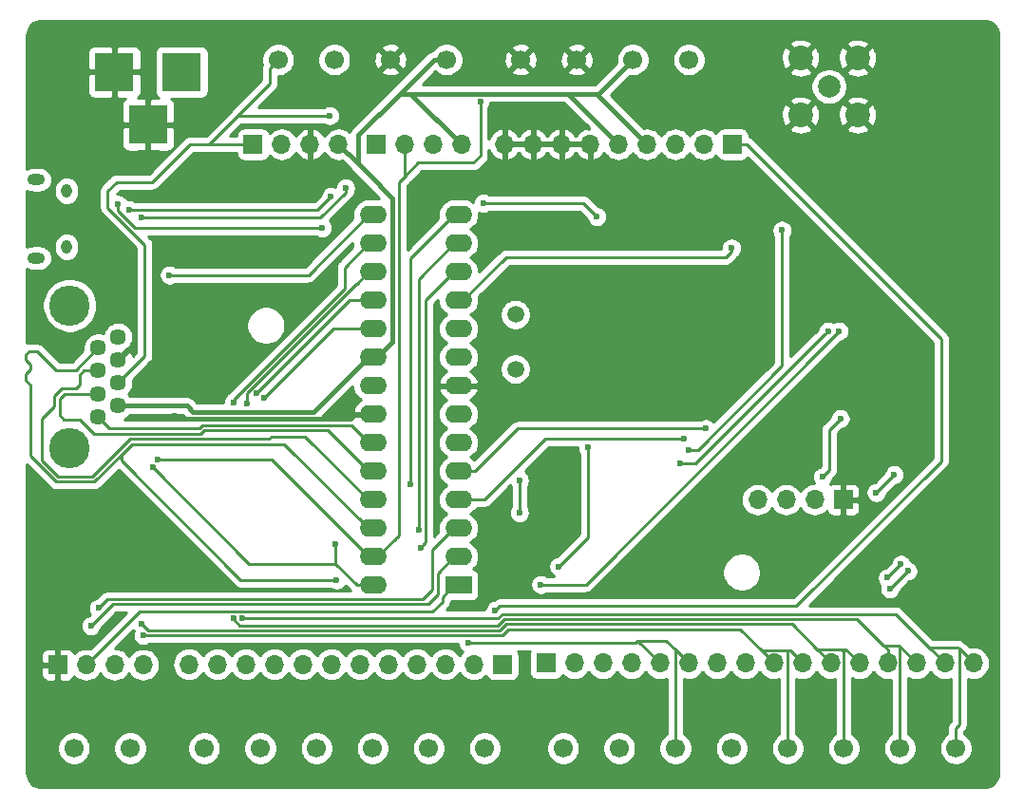
<source format=gbl>
G04 #@! TF.GenerationSoftware,KiCad,Pcbnew,(5.1.2)-2*
G04 #@! TF.CreationDate,2019-09-12T09:52:03+10:00*
G04 #@! TF.ProjectId,BoSL,426f534c-2e6b-4696-9361-645f70636258,0.3*
G04 #@! TF.SameCoordinates,Original*
G04 #@! TF.FileFunction,Copper,L2,Bot*
G04 #@! TF.FilePolarity,Positive*
%FSLAX46Y46*%
G04 Gerber Fmt 4.6, Leading zero omitted, Abs format (unit mm)*
G04 Created by KiCad (PCBNEW (5.1.2)-2) date 2019-09-12 09:52:03*
%MOMM*%
%LPD*%
G04 APERTURE LIST*
%ADD10C,1.450000*%
%ADD11C,3.600000*%
%ADD12R,1.700000X1.700000*%
%ADD13O,1.700000X1.700000*%
%ADD14C,1.700000*%
%ADD15C,2.200000*%
%ADD16C,2.000000*%
%ADD17R,3.500000X3.500000*%
%ADD18R,2.400000X1.600000*%
%ADD19O,2.400000X1.600000*%
%ADD20C,1.500000*%
%ADD21O,0.950000X1.250000*%
%ADD22O,1.550000X1.000000*%
%ADD23C,0.600000*%
%ADD24C,0.400000*%
%ADD25C,0.250000*%
%ADD26C,0.254000*%
G04 APERTURE END LIST*
D10*
X113318000Y-98040000D03*
X113318000Y-96000000D03*
X113318000Y-93960000D03*
X113318000Y-91920000D03*
X111540000Y-99020000D03*
X111540000Y-92900000D03*
X111540000Y-96980000D03*
X111540000Y-94940000D03*
D11*
X109000000Y-89130000D03*
X109000000Y-101830000D03*
D12*
X168080000Y-74750000D03*
D13*
X165540000Y-74750000D03*
X163000000Y-74750000D03*
X160460000Y-74750000D03*
X157920000Y-74750000D03*
X155380000Y-74750000D03*
X152840000Y-74750000D03*
X150300000Y-74750000D03*
X147760000Y-74750000D03*
D12*
X151470000Y-121020000D03*
D13*
X154010000Y-121020000D03*
X156550000Y-121020000D03*
X159090000Y-121020000D03*
X161630000Y-121020000D03*
X164170000Y-121020000D03*
X166710000Y-121020000D03*
X169250000Y-121020000D03*
X171790000Y-121020000D03*
X174330000Y-121020000D03*
X176870000Y-121020000D03*
X179410000Y-121020000D03*
X181950000Y-121020000D03*
X184490000Y-121020000D03*
X187030000Y-121020000D03*
X189570000Y-121020000D03*
D14*
X146000000Y-128600000D03*
X141000000Y-128600000D03*
X136000000Y-128600000D03*
X131000000Y-128600000D03*
X126000000Y-128600000D03*
X121000000Y-128600000D03*
X127600000Y-67200000D03*
X132600000Y-67200000D03*
X137600000Y-67200000D03*
X142600000Y-67200000D03*
X114400000Y-128600000D03*
X109400000Y-128600000D03*
X149200000Y-67200000D03*
X154200000Y-67200000D03*
X159200000Y-67200000D03*
X164200000Y-67200000D03*
X188000000Y-128600000D03*
X183000000Y-128600000D03*
X178000000Y-128600000D03*
X173000000Y-128600000D03*
X168000000Y-128600000D03*
X163000000Y-128600000D03*
X158000000Y-128600000D03*
X153000000Y-128600000D03*
D15*
X174150000Y-67060000D03*
X179230000Y-67060000D03*
X179230000Y-72140000D03*
X174150000Y-72140000D03*
D16*
X176690000Y-69600000D03*
D17*
X119000000Y-68300000D03*
X113000000Y-68300000D03*
X116000000Y-73000000D03*
D18*
X143670000Y-114050000D03*
D19*
X136050000Y-81030000D03*
X143670000Y-111510000D03*
X136050000Y-83570000D03*
X143670000Y-108970000D03*
X136050000Y-86110000D03*
X143670000Y-106430000D03*
X136050000Y-88650000D03*
X143670000Y-103890000D03*
X136050000Y-91190000D03*
X143670000Y-101350000D03*
X136050000Y-93730000D03*
X143670000Y-98810000D03*
X136050000Y-96270000D03*
X143670000Y-96270000D03*
X136050000Y-98810000D03*
X143670000Y-93730000D03*
X136050000Y-101350000D03*
X143670000Y-91190000D03*
X136050000Y-103890000D03*
X143670000Y-88650000D03*
X136050000Y-106430000D03*
X143670000Y-86110000D03*
X136050000Y-108970000D03*
X143670000Y-83570000D03*
X136050000Y-111510000D03*
X143670000Y-81030000D03*
X136050000Y-114050000D03*
D12*
X136322000Y-74750000D03*
D13*
X138862000Y-74750000D03*
X141402000Y-74750000D03*
X143942000Y-74750000D03*
D12*
X125360000Y-74750000D03*
D13*
X127900000Y-74750000D03*
X130440000Y-74750000D03*
X132980000Y-74750000D03*
D12*
X107950000Y-121158000D03*
D13*
X110490000Y-121158000D03*
X113030000Y-121158000D03*
X115570000Y-121158000D03*
D12*
X177960000Y-106430000D03*
D13*
X175420000Y-106430000D03*
X172880000Y-106430000D03*
X170340000Y-106430000D03*
D20*
X148750000Y-89920000D03*
X148750000Y-94800000D03*
D12*
X147586000Y-121112000D03*
D13*
X145046000Y-121112000D03*
X142506000Y-121112000D03*
X139966000Y-121112000D03*
X137426000Y-121112000D03*
X134886000Y-121112000D03*
X132346000Y-121112000D03*
X129806000Y-121112000D03*
X127266000Y-121112000D03*
X124726000Y-121112000D03*
X122186000Y-121112000D03*
X119646000Y-121112000D03*
D21*
X108750000Y-78900000D03*
X108750000Y-83900000D03*
D22*
X106050000Y-77900000D03*
X106050000Y-84900000D03*
D23*
X157546180Y-83062296D03*
X161900000Y-112200000D03*
X151200000Y-110800000D03*
X179600000Y-74500000D03*
X179600000Y-75700000D03*
X173900000Y-74500000D03*
X173900000Y-75800000D03*
X178500000Y-112600000D03*
X183200000Y-115100000D03*
X183700000Y-108900000D03*
X164100000Y-99100000D03*
X166900000Y-82900000D03*
X170400000Y-89000000D03*
X115900000Y-111200000D03*
X112500000Y-107100000D03*
X130900000Y-83800000D03*
X118400000Y-99000000D03*
X149100000Y-107600000D03*
X149100000Y-104700000D03*
X182100000Y-114400000D03*
X183700000Y-112800000D03*
X151000000Y-114000000D03*
X177600000Y-91400000D03*
X123600000Y-117025000D03*
X125647138Y-96973170D03*
X156000000Y-81200000D03*
X145900000Y-80000000D03*
X131500000Y-82200000D03*
X113299998Y-80100000D03*
X183100000Y-112200000D03*
X181900000Y-113400000D03*
X180900000Y-105800000D03*
X182500000Y-104200000D03*
X117900000Y-86400000D03*
X110900000Y-117700000D03*
X115550021Y-118550021D03*
X123600000Y-97800000D03*
X111600000Y-116100000D03*
X115400000Y-117500000D03*
X124800000Y-97900000D03*
X163800000Y-101000000D03*
X165700000Y-100100000D03*
X126332316Y-97386148D03*
X124404445Y-117020546D03*
X168000000Y-84000000D03*
X132800000Y-113600000D03*
X140100000Y-109100000D03*
X116840000Y-102870000D03*
X145600000Y-70925999D03*
X139400020Y-105100000D03*
X144500000Y-119175031D03*
X132700000Y-110400000D03*
X116428011Y-103574990D03*
X132200000Y-72200000D03*
X176100000Y-104400000D03*
X177700000Y-99200000D03*
X163400000Y-103200000D03*
X176600000Y-91400000D03*
X164200000Y-102000000D03*
X172500000Y-82400000D03*
X146945808Y-116320630D03*
X140274968Y-110700000D03*
X132300000Y-79400000D03*
X114300000Y-80600000D03*
X133600474Y-78625010D03*
X115400000Y-81300000D03*
X155200000Y-101800000D03*
X152600000Y-112400000D03*
D24*
X118600010Y-99200010D02*
X118400000Y-99000000D01*
X134059990Y-99200010D02*
X118600010Y-99200010D01*
X136050000Y-98810000D02*
X134450000Y-98810000D01*
X134450000Y-98810000D02*
X134059990Y-99200010D01*
X120000002Y-98600000D02*
X130779999Y-98600001D01*
X113318000Y-98040000D02*
X119440002Y-98040000D01*
X130779999Y-98600001D02*
X135650000Y-93730000D01*
X135650000Y-93730000D02*
X136050000Y-93730000D01*
X119440002Y-98040000D02*
X120000002Y-98600000D01*
X136050000Y-93730000D02*
X136450000Y-93730000D01*
X136450000Y-93730000D02*
X137800000Y-92380000D01*
X135616041Y-77416041D02*
X137800000Y-79600000D01*
X135616041Y-77386041D02*
X135616041Y-77416041D01*
X137800000Y-92380000D02*
X137800000Y-79600000D01*
X141451998Y-67200000D02*
X142600000Y-67200000D01*
X134715000Y-76485000D02*
X134715000Y-73936998D01*
X134715000Y-76485000D02*
X132980000Y-74750000D01*
X135616041Y-77386041D02*
X134715000Y-76485000D01*
X153395999Y-70225999D02*
X157920000Y-74750000D01*
X138425999Y-70225999D02*
X141451998Y-67200000D01*
X134715000Y-73936998D02*
X138425999Y-70225999D01*
X155935999Y-70225999D02*
X160460000Y-74750000D01*
X153395999Y-70225999D02*
X155935999Y-70225999D01*
X156174001Y-70225999D02*
X159200000Y-67200000D01*
X155935999Y-70225999D02*
X156174001Y-70225999D01*
X138425999Y-70225999D02*
X153395999Y-70225999D01*
X139417999Y-70225999D02*
X143942000Y-74750000D01*
X138425999Y-70225999D02*
X139417999Y-70225999D01*
D25*
X149100000Y-107600000D02*
X149100000Y-104700000D01*
X182100000Y-114400000D02*
X183700000Y-112800000D01*
X143670000Y-114050000D02*
X143670000Y-114418592D01*
X151000000Y-114000000D02*
X154800000Y-114000000D01*
X155000000Y-114000000D02*
X177300001Y-91699999D01*
X154800000Y-114000000D02*
X155000000Y-114000000D01*
X177300001Y-91699999D02*
X177600000Y-91400000D01*
X142220000Y-115100000D02*
X143270000Y-114050000D01*
X110490000Y-121158000D02*
X115252456Y-116395544D01*
X142220000Y-115518610D02*
X142220000Y-115100000D01*
X115252456Y-116395544D02*
X124704447Y-116395544D01*
X124708902Y-116399999D02*
X141338611Y-116399999D01*
X143270000Y-114050000D02*
X143670000Y-114050000D01*
X141338611Y-116399999D02*
X142220000Y-115518610D01*
X124704447Y-116395544D02*
X124708902Y-116399999D01*
X181950000Y-121020000D02*
X181950000Y-119817919D01*
X182903959Y-119433959D02*
X184490000Y-121020000D01*
X181566041Y-119433959D02*
X182903959Y-119433959D01*
X181950000Y-119817919D02*
X181566041Y-119433959D01*
X183000000Y-119530000D02*
X183000000Y-128600000D01*
X182903959Y-119433959D02*
X183000000Y-119530000D01*
X136050000Y-88650000D02*
X133970308Y-88650000D01*
X133970308Y-88650000D02*
X125647138Y-96973170D01*
X123600000Y-117100000D02*
X123600000Y-117025000D01*
X147177849Y-117650001D02*
X124150001Y-117650001D01*
X179207095Y-117075013D02*
X147752837Y-117075013D01*
X181566041Y-119433959D02*
X179207095Y-117075013D01*
X124150001Y-117650001D02*
X123600000Y-117100000D01*
X147752837Y-117075013D02*
X147177849Y-117650001D01*
X156000000Y-81200000D02*
X154800000Y-80000000D01*
X154800000Y-80000000D02*
X145900000Y-80000000D01*
X131400000Y-82300000D02*
X131500000Y-82200000D01*
X113299998Y-80524264D02*
X113299998Y-80100000D01*
X113299998Y-80658016D02*
X113299998Y-80524264D01*
X131500000Y-82200000D02*
X114841982Y-82200000D01*
X114841982Y-82200000D02*
X113299998Y-80658016D01*
X183100000Y-112200000D02*
X181900000Y-113400000D01*
X180900000Y-105800000D02*
X182500000Y-104200000D01*
X118324264Y-86400000D02*
X117900000Y-86400000D01*
X130280000Y-86400000D02*
X118324264Y-86400000D01*
X135650000Y-81030000D02*
X130280000Y-86400000D01*
X136050000Y-81030000D02*
X135650000Y-81030000D01*
X143270000Y-111510000D02*
X141800000Y-112980000D01*
X141800000Y-112980000D02*
X141800000Y-114900000D01*
X141800000Y-114900000D02*
X140949990Y-115750010D01*
X140949990Y-115750010D02*
X112849990Y-115750010D01*
X112849990Y-115750010D02*
X110900000Y-117700000D01*
X173225000Y-119915000D02*
X174330000Y-121020000D01*
X171790000Y-121020000D02*
X170685000Y-119915000D01*
X173000000Y-120000000D02*
X173000000Y-128600000D01*
X172915000Y-119915000D02*
X173000000Y-120000000D01*
X172915000Y-119915000D02*
X173225000Y-119915000D01*
X170685000Y-119915000D02*
X172915000Y-119915000D01*
X123600000Y-97500000D02*
X123600000Y-97800000D01*
X133500000Y-87600000D02*
X123600000Y-97500000D01*
X133500000Y-85720000D02*
X133500000Y-87600000D01*
X136050000Y-83570000D02*
X135650000Y-83570000D01*
X135650000Y-83570000D02*
X133500000Y-85720000D01*
X115974285Y-118550021D02*
X115550021Y-118550021D01*
X147550651Y-118550021D02*
X115974285Y-118550021D01*
X148125637Y-117975035D02*
X147550651Y-118550021D01*
X170685000Y-119915000D02*
X168745035Y-117975035D01*
X168745035Y-117975035D02*
X148125637Y-117975035D01*
X141349990Y-110890010D02*
X143270000Y-108970000D01*
X141349990Y-114450010D02*
X141349990Y-110890010D01*
X140500000Y-115300000D02*
X141349990Y-114450010D01*
X112400000Y-115300000D02*
X140500000Y-115300000D01*
X111600000Y-116100000D02*
X112400000Y-115300000D01*
X178165000Y-119775000D02*
X179410000Y-121020000D01*
X176870000Y-121020000D02*
X175625000Y-119775000D01*
X178000000Y-119950000D02*
X178000000Y-128600000D01*
X177825000Y-119775000D02*
X178000000Y-119950000D01*
X177825000Y-119775000D02*
X178165000Y-119775000D01*
X175625000Y-119775000D02*
X177825000Y-119775000D01*
X135650000Y-86110000D02*
X136050000Y-86110000D01*
X134600000Y-87160000D02*
X135650000Y-86110000D01*
X134576410Y-87160000D02*
X134600000Y-87160000D01*
X124800000Y-97900000D02*
X124800000Y-96936410D01*
X124800000Y-96936410D02*
X134576410Y-87160000D01*
X115699999Y-117799999D02*
X115400000Y-117500000D01*
X116000011Y-118100011D02*
X115699999Y-117799999D01*
X147364250Y-118100012D02*
X116000011Y-118100011D01*
X147939238Y-117525024D02*
X147364250Y-118100012D01*
X175625000Y-119775000D02*
X173375024Y-117525024D01*
X173375024Y-117525024D02*
X147939238Y-117525024D01*
X163800000Y-101000000D02*
X151400000Y-101000000D01*
X145970000Y-106430000D02*
X143670000Y-106430000D01*
X151400000Y-101000000D02*
X145970000Y-106430000D01*
X143670000Y-103890000D02*
X145120000Y-103890000D01*
X148910000Y-100100000D02*
X148705000Y-100305000D01*
X165700000Y-100100000D02*
X148910000Y-100100000D01*
X145120000Y-103890000D02*
X148705000Y-100305000D01*
X148705000Y-100305000D02*
X148810000Y-100200000D01*
X134600000Y-91190000D02*
X136050000Y-91190000D01*
X185605000Y-119595000D02*
X188145000Y-119595000D01*
X185605000Y-119595000D02*
X187030000Y-121020000D01*
X188275000Y-119725000D02*
X188275000Y-126525000D01*
X188275000Y-119725000D02*
X189570000Y-121020000D01*
X188145000Y-119595000D02*
X188275000Y-119725000D01*
X188000000Y-126800000D02*
X188000000Y-128600000D01*
X188275000Y-126525000D02*
X188000000Y-126800000D01*
X132528464Y-91190000D02*
X126332316Y-97386148D01*
X136050000Y-91190000D02*
X132528464Y-91190000D01*
X124828709Y-117020546D02*
X124404445Y-117020546D01*
X147170894Y-117020546D02*
X124828709Y-117020546D01*
X147566438Y-116625002D02*
X147170894Y-117020546D01*
X185605000Y-119595000D02*
X182635002Y-116625002D01*
X182635002Y-116625002D02*
X147566438Y-116625002D01*
X135650000Y-101350000D02*
X136050000Y-101350000D01*
X111540000Y-99020000D02*
X112545002Y-100025002D01*
X120800002Y-99825002D02*
X134125002Y-99825002D01*
X120600002Y-100025002D02*
X120800002Y-99825002D01*
X134125002Y-99825002D02*
X135650000Y-101350000D01*
X112545002Y-100025002D02*
X120600002Y-100025002D01*
X135650000Y-103890000D02*
X136050000Y-103890000D01*
X120986402Y-100275013D02*
X132035013Y-100275013D01*
X111175013Y-100575013D02*
X120686402Y-100575013D01*
X120686402Y-100575013D02*
X120986402Y-100275013D01*
X132035013Y-100275013D02*
X135650000Y-103890000D01*
X108100000Y-98900000D02*
X108500000Y-99300000D01*
X108500000Y-99300000D02*
X109900000Y-99300000D01*
X109900000Y-99300000D02*
X111175013Y-100575013D01*
X108100000Y-97400000D02*
X108520000Y-96980000D01*
X108100000Y-98900000D02*
X108100000Y-97400000D01*
X108520000Y-96980000D02*
X111540000Y-96980000D01*
X130020000Y-100800000D02*
X127000000Y-100800000D01*
X135650000Y-106430000D02*
X130020000Y-100800000D01*
X136050000Y-106430000D02*
X135650000Y-106430000D01*
X127000000Y-100800000D02*
X127200000Y-100800000D01*
X126774976Y-101025024D02*
X114374976Y-101025024D01*
X114374976Y-101025024D02*
X111000000Y-104400000D01*
X127000000Y-100800000D02*
X126774976Y-101025024D01*
X111000000Y-104400000D02*
X108000000Y-104400000D01*
X108000000Y-104400000D02*
X106550000Y-102950000D01*
X109900000Y-96200000D02*
X109570010Y-96529990D01*
X109900000Y-95300000D02*
X109900000Y-96200000D01*
X110260000Y-94940000D02*
X109900000Y-95300000D01*
X111540000Y-94940000D02*
X110260000Y-94940000D01*
X108333600Y-96529990D02*
X109570010Y-96529990D01*
X107649990Y-98100010D02*
X106550000Y-99200000D01*
X107649990Y-97213600D02*
X107649990Y-98100010D01*
X108333600Y-96529990D02*
X107649990Y-97213600D01*
X106550000Y-102950000D02*
X106550000Y-99200000D01*
X144070000Y-88650000D02*
X147920000Y-84800000D01*
X143670000Y-88650000D02*
X144070000Y-88650000D01*
X147920000Y-84800000D02*
X167500000Y-84800000D01*
X167500000Y-84800000D02*
X168000000Y-84300000D01*
X168000000Y-84300000D02*
X168000000Y-84000000D01*
X113618205Y-102418205D02*
X113618205Y-102959362D01*
X124258843Y-113600000D02*
X132800000Y-113600000D01*
X113618205Y-102959362D02*
X124258843Y-113600000D01*
X128155035Y-101475035D02*
X135650000Y-108970000D01*
X113618205Y-102418205D02*
X114561375Y-101475035D01*
X135650000Y-108970000D02*
X136050000Y-108970000D01*
X114561375Y-101475035D02*
X128155035Y-101475035D01*
X109540000Y-94900000D02*
X111540000Y-92900000D01*
X107800000Y-94900000D02*
X109540000Y-94900000D01*
X105400000Y-93200000D02*
X106100000Y-93200000D01*
X105100000Y-93500000D02*
X105400000Y-93200000D01*
X105100000Y-94000000D02*
X105100000Y-93500000D01*
X105500000Y-94800000D02*
X105500000Y-94400000D01*
X105100000Y-95200000D02*
X105500000Y-94800000D01*
X111186400Y-104850010D02*
X107813600Y-104850010D01*
X113618205Y-102418205D02*
X111186400Y-104850010D01*
X105500000Y-94400000D02*
X105100000Y-94000000D01*
X107813600Y-104850010D02*
X105500000Y-102536410D01*
X105500000Y-102536410D02*
X105500000Y-96200000D01*
X106100000Y-93200000D02*
X107800000Y-94900000D01*
X105500000Y-96200000D02*
X105100000Y-95800000D01*
X105100000Y-95800000D02*
X105100000Y-95200000D01*
X143670000Y-83570000D02*
X143270000Y-83570000D01*
X143270000Y-83570000D02*
X140100000Y-86740000D01*
X140100000Y-86740000D02*
X140100000Y-109100000D01*
X136450000Y-111510000D02*
X136050000Y-111510000D01*
X138100000Y-109860000D02*
X136450000Y-111510000D01*
X138325010Y-109634990D02*
X136450000Y-111510000D01*
X138325010Y-78125010D02*
X138325010Y-109634990D01*
X127010000Y-102870000D02*
X116840000Y-102870000D01*
X136050000Y-111510000D02*
X135650000Y-111510000D01*
X135650000Y-111510000D02*
X127010000Y-102870000D01*
X138862000Y-77588020D02*
X138862000Y-74750000D01*
X138325010Y-78125010D02*
X138862000Y-77588020D01*
X140050020Y-76400000D02*
X138862000Y-77588020D01*
X145000000Y-76400000D02*
X140050020Y-76400000D01*
X145600000Y-70925999D02*
X145600000Y-75800000D01*
X145600000Y-75800000D02*
X145000000Y-76400000D01*
X143270000Y-81030000D02*
X143670000Y-81030000D01*
X139400020Y-84899980D02*
X143270000Y-81030000D01*
X139400020Y-105100000D02*
X139400020Y-84899980D01*
X161630000Y-121020000D02*
X159610000Y-119000000D01*
X159610000Y-119000000D02*
X162150000Y-119000000D01*
X163000000Y-119850000D02*
X163000000Y-128600000D01*
X162875000Y-119725000D02*
X163000000Y-119850000D01*
X162875000Y-119725000D02*
X164170000Y-121020000D01*
X162150000Y-119000000D02*
X162875000Y-119725000D01*
X159434969Y-119175031D02*
X144924264Y-119175031D01*
X159610000Y-119000000D02*
X159434969Y-119175031D01*
X144924264Y-119175031D02*
X144500000Y-119175031D01*
X134600000Y-114050000D02*
X132700000Y-112150000D01*
X136050000Y-114050000D02*
X134600000Y-114050000D01*
X132700000Y-112150000D02*
X132700000Y-110400000D01*
X125003021Y-112150000D02*
X116428011Y-103574990D01*
X132700000Y-112150000D02*
X125003021Y-112150000D01*
X121450000Y-74750000D02*
X125360000Y-74750000D01*
X126850001Y-67949999D02*
X126850001Y-69349999D01*
X127600000Y-67200000D02*
X126850001Y-67949999D01*
X124000000Y-72200000D02*
X132200000Y-72200000D01*
X124000000Y-72200000D02*
X121450000Y-74750000D01*
X126850001Y-69349999D02*
X124000000Y-72200000D01*
X119724998Y-74750000D02*
X121450000Y-74750000D01*
X115700000Y-93618000D02*
X115700000Y-83694429D01*
X113318000Y-96000000D02*
X115700000Y-93618000D01*
X115700000Y-83694429D02*
X112400000Y-80394429D01*
X116374998Y-78100000D02*
X119724998Y-74750000D01*
X112400000Y-80394429D02*
X112400000Y-78900000D01*
X112400000Y-78900000D02*
X113200000Y-78100000D01*
X113200000Y-78100000D02*
X116374998Y-78100000D01*
X176100000Y-104400000D02*
X176700000Y-103800000D01*
X176700000Y-103800000D02*
X176700000Y-100200000D01*
X176700000Y-100200000D02*
X177700000Y-99200000D01*
X164800000Y-103200000D02*
X176300001Y-91699999D01*
X176300001Y-91699999D02*
X176600000Y-91400000D01*
X163400000Y-103200000D02*
X164800000Y-103200000D01*
X172500000Y-94500000D02*
X172500000Y-82824264D01*
X172500000Y-82824264D02*
X172500000Y-82400000D01*
X165000000Y-102000000D02*
X172500000Y-94500000D01*
X164200000Y-102000000D02*
X165000000Y-102000000D01*
X147245807Y-116020631D02*
X146945808Y-116320630D01*
X169350000Y-74750000D02*
X186700000Y-92100000D01*
X168080000Y-74750000D02*
X169350000Y-74750000D01*
X186700000Y-92100000D02*
X186700000Y-103000000D01*
X186700000Y-103000000D02*
X173789055Y-115910945D01*
X173789055Y-115910945D02*
X147355493Y-115910945D01*
X147355493Y-115910945D02*
X147245807Y-116020631D01*
X140725001Y-88654999D02*
X140725001Y-110249967D01*
X140725001Y-110249967D02*
X140574967Y-110400001D01*
X140574967Y-110400001D02*
X140274968Y-110700000D01*
X143270000Y-86110000D02*
X140725001Y-88654999D01*
X143670000Y-86110000D02*
X143270000Y-86110000D01*
X132300000Y-79400000D02*
X131100000Y-80600000D01*
X131100000Y-80600000D02*
X114724264Y-80600000D01*
X114724264Y-80600000D02*
X114300000Y-80600000D01*
X115824264Y-81300000D02*
X115400000Y-81300000D01*
X131349748Y-81300000D02*
X115824264Y-81300000D01*
X133600474Y-79049274D02*
X131349748Y-81300000D01*
X133600474Y-78625010D02*
X133600474Y-79049274D01*
X155200000Y-109800000D02*
X155200000Y-101800000D01*
X152600000Y-112400000D02*
X155200000Y-109800000D01*
D26*
G36*
X190749899Y-63737907D02*
G01*
X190990285Y-63810484D01*
X191211991Y-63928368D01*
X191406577Y-64087068D01*
X191566635Y-64280545D01*
X191686064Y-64501424D01*
X191760317Y-64741297D01*
X191790001Y-65023726D01*
X191790000Y-129465123D01*
X191790000Y-129465124D01*
X191790001Y-130665114D01*
X191790000Y-130665124D01*
X191790000Y-130765279D01*
X191762093Y-131049899D01*
X191689517Y-131290282D01*
X191571633Y-131511989D01*
X191412929Y-131706580D01*
X191219455Y-131866635D01*
X190998576Y-131986064D01*
X190758701Y-132060317D01*
X190476291Y-132090000D01*
X106534721Y-132090000D01*
X106250101Y-132062093D01*
X106009718Y-131989517D01*
X105788011Y-131871633D01*
X105593420Y-131712929D01*
X105433365Y-131519455D01*
X105313936Y-131298576D01*
X105239683Y-131058701D01*
X105210000Y-130776291D01*
X105210000Y-128453740D01*
X107915000Y-128453740D01*
X107915000Y-128746260D01*
X107972068Y-129033158D01*
X108084010Y-129303411D01*
X108246525Y-129546632D01*
X108453368Y-129753475D01*
X108696589Y-129915990D01*
X108966842Y-130027932D01*
X109253740Y-130085000D01*
X109546260Y-130085000D01*
X109833158Y-130027932D01*
X110103411Y-129915990D01*
X110346632Y-129753475D01*
X110553475Y-129546632D01*
X110715990Y-129303411D01*
X110827932Y-129033158D01*
X110885000Y-128746260D01*
X110885000Y-128453740D01*
X112915000Y-128453740D01*
X112915000Y-128746260D01*
X112972068Y-129033158D01*
X113084010Y-129303411D01*
X113246525Y-129546632D01*
X113453368Y-129753475D01*
X113696589Y-129915990D01*
X113966842Y-130027932D01*
X114253740Y-130085000D01*
X114546260Y-130085000D01*
X114833158Y-130027932D01*
X115103411Y-129915990D01*
X115346632Y-129753475D01*
X115553475Y-129546632D01*
X115715990Y-129303411D01*
X115827932Y-129033158D01*
X115885000Y-128746260D01*
X115885000Y-128453740D01*
X119515000Y-128453740D01*
X119515000Y-128746260D01*
X119572068Y-129033158D01*
X119684010Y-129303411D01*
X119846525Y-129546632D01*
X120053368Y-129753475D01*
X120296589Y-129915990D01*
X120566842Y-130027932D01*
X120853740Y-130085000D01*
X121146260Y-130085000D01*
X121433158Y-130027932D01*
X121703411Y-129915990D01*
X121946632Y-129753475D01*
X122153475Y-129546632D01*
X122315990Y-129303411D01*
X122427932Y-129033158D01*
X122485000Y-128746260D01*
X122485000Y-128453740D01*
X124515000Y-128453740D01*
X124515000Y-128746260D01*
X124572068Y-129033158D01*
X124684010Y-129303411D01*
X124846525Y-129546632D01*
X125053368Y-129753475D01*
X125296589Y-129915990D01*
X125566842Y-130027932D01*
X125853740Y-130085000D01*
X126146260Y-130085000D01*
X126433158Y-130027932D01*
X126703411Y-129915990D01*
X126946632Y-129753475D01*
X127153475Y-129546632D01*
X127315990Y-129303411D01*
X127427932Y-129033158D01*
X127485000Y-128746260D01*
X127485000Y-128453740D01*
X129515000Y-128453740D01*
X129515000Y-128746260D01*
X129572068Y-129033158D01*
X129684010Y-129303411D01*
X129846525Y-129546632D01*
X130053368Y-129753475D01*
X130296589Y-129915990D01*
X130566842Y-130027932D01*
X130853740Y-130085000D01*
X131146260Y-130085000D01*
X131433158Y-130027932D01*
X131703411Y-129915990D01*
X131946632Y-129753475D01*
X132153475Y-129546632D01*
X132315990Y-129303411D01*
X132427932Y-129033158D01*
X132485000Y-128746260D01*
X132485000Y-128453740D01*
X134515000Y-128453740D01*
X134515000Y-128746260D01*
X134572068Y-129033158D01*
X134684010Y-129303411D01*
X134846525Y-129546632D01*
X135053368Y-129753475D01*
X135296589Y-129915990D01*
X135566842Y-130027932D01*
X135853740Y-130085000D01*
X136146260Y-130085000D01*
X136433158Y-130027932D01*
X136703411Y-129915990D01*
X136946632Y-129753475D01*
X137153475Y-129546632D01*
X137315990Y-129303411D01*
X137427932Y-129033158D01*
X137485000Y-128746260D01*
X137485000Y-128453740D01*
X139515000Y-128453740D01*
X139515000Y-128746260D01*
X139572068Y-129033158D01*
X139684010Y-129303411D01*
X139846525Y-129546632D01*
X140053368Y-129753475D01*
X140296589Y-129915990D01*
X140566842Y-130027932D01*
X140853740Y-130085000D01*
X141146260Y-130085000D01*
X141433158Y-130027932D01*
X141703411Y-129915990D01*
X141946632Y-129753475D01*
X142153475Y-129546632D01*
X142315990Y-129303411D01*
X142427932Y-129033158D01*
X142485000Y-128746260D01*
X142485000Y-128453740D01*
X144515000Y-128453740D01*
X144515000Y-128746260D01*
X144572068Y-129033158D01*
X144684010Y-129303411D01*
X144846525Y-129546632D01*
X145053368Y-129753475D01*
X145296589Y-129915990D01*
X145566842Y-130027932D01*
X145853740Y-130085000D01*
X146146260Y-130085000D01*
X146433158Y-130027932D01*
X146703411Y-129915990D01*
X146946632Y-129753475D01*
X147153475Y-129546632D01*
X147315990Y-129303411D01*
X147427932Y-129033158D01*
X147485000Y-128746260D01*
X147485000Y-128453740D01*
X151515000Y-128453740D01*
X151515000Y-128746260D01*
X151572068Y-129033158D01*
X151684010Y-129303411D01*
X151846525Y-129546632D01*
X152053368Y-129753475D01*
X152296589Y-129915990D01*
X152566842Y-130027932D01*
X152853740Y-130085000D01*
X153146260Y-130085000D01*
X153433158Y-130027932D01*
X153703411Y-129915990D01*
X153946632Y-129753475D01*
X154153475Y-129546632D01*
X154315990Y-129303411D01*
X154427932Y-129033158D01*
X154485000Y-128746260D01*
X154485000Y-128453740D01*
X156515000Y-128453740D01*
X156515000Y-128746260D01*
X156572068Y-129033158D01*
X156684010Y-129303411D01*
X156846525Y-129546632D01*
X157053368Y-129753475D01*
X157296589Y-129915990D01*
X157566842Y-130027932D01*
X157853740Y-130085000D01*
X158146260Y-130085000D01*
X158433158Y-130027932D01*
X158703411Y-129915990D01*
X158946632Y-129753475D01*
X159153475Y-129546632D01*
X159315990Y-129303411D01*
X159427932Y-129033158D01*
X159485000Y-128746260D01*
X159485000Y-128453740D01*
X159427932Y-128166842D01*
X159315990Y-127896589D01*
X159153475Y-127653368D01*
X158946632Y-127446525D01*
X158703411Y-127284010D01*
X158433158Y-127172068D01*
X158146260Y-127115000D01*
X157853740Y-127115000D01*
X157566842Y-127172068D01*
X157296589Y-127284010D01*
X157053368Y-127446525D01*
X156846525Y-127653368D01*
X156684010Y-127896589D01*
X156572068Y-128166842D01*
X156515000Y-128453740D01*
X154485000Y-128453740D01*
X154427932Y-128166842D01*
X154315990Y-127896589D01*
X154153475Y-127653368D01*
X153946632Y-127446525D01*
X153703411Y-127284010D01*
X153433158Y-127172068D01*
X153146260Y-127115000D01*
X152853740Y-127115000D01*
X152566842Y-127172068D01*
X152296589Y-127284010D01*
X152053368Y-127446525D01*
X151846525Y-127653368D01*
X151684010Y-127896589D01*
X151572068Y-128166842D01*
X151515000Y-128453740D01*
X147485000Y-128453740D01*
X147427932Y-128166842D01*
X147315990Y-127896589D01*
X147153475Y-127653368D01*
X146946632Y-127446525D01*
X146703411Y-127284010D01*
X146433158Y-127172068D01*
X146146260Y-127115000D01*
X145853740Y-127115000D01*
X145566842Y-127172068D01*
X145296589Y-127284010D01*
X145053368Y-127446525D01*
X144846525Y-127653368D01*
X144684010Y-127896589D01*
X144572068Y-128166842D01*
X144515000Y-128453740D01*
X142485000Y-128453740D01*
X142427932Y-128166842D01*
X142315990Y-127896589D01*
X142153475Y-127653368D01*
X141946632Y-127446525D01*
X141703411Y-127284010D01*
X141433158Y-127172068D01*
X141146260Y-127115000D01*
X140853740Y-127115000D01*
X140566842Y-127172068D01*
X140296589Y-127284010D01*
X140053368Y-127446525D01*
X139846525Y-127653368D01*
X139684010Y-127896589D01*
X139572068Y-128166842D01*
X139515000Y-128453740D01*
X137485000Y-128453740D01*
X137427932Y-128166842D01*
X137315990Y-127896589D01*
X137153475Y-127653368D01*
X136946632Y-127446525D01*
X136703411Y-127284010D01*
X136433158Y-127172068D01*
X136146260Y-127115000D01*
X135853740Y-127115000D01*
X135566842Y-127172068D01*
X135296589Y-127284010D01*
X135053368Y-127446525D01*
X134846525Y-127653368D01*
X134684010Y-127896589D01*
X134572068Y-128166842D01*
X134515000Y-128453740D01*
X132485000Y-128453740D01*
X132427932Y-128166842D01*
X132315990Y-127896589D01*
X132153475Y-127653368D01*
X131946632Y-127446525D01*
X131703411Y-127284010D01*
X131433158Y-127172068D01*
X131146260Y-127115000D01*
X130853740Y-127115000D01*
X130566842Y-127172068D01*
X130296589Y-127284010D01*
X130053368Y-127446525D01*
X129846525Y-127653368D01*
X129684010Y-127896589D01*
X129572068Y-128166842D01*
X129515000Y-128453740D01*
X127485000Y-128453740D01*
X127427932Y-128166842D01*
X127315990Y-127896589D01*
X127153475Y-127653368D01*
X126946632Y-127446525D01*
X126703411Y-127284010D01*
X126433158Y-127172068D01*
X126146260Y-127115000D01*
X125853740Y-127115000D01*
X125566842Y-127172068D01*
X125296589Y-127284010D01*
X125053368Y-127446525D01*
X124846525Y-127653368D01*
X124684010Y-127896589D01*
X124572068Y-128166842D01*
X124515000Y-128453740D01*
X122485000Y-128453740D01*
X122427932Y-128166842D01*
X122315990Y-127896589D01*
X122153475Y-127653368D01*
X121946632Y-127446525D01*
X121703411Y-127284010D01*
X121433158Y-127172068D01*
X121146260Y-127115000D01*
X120853740Y-127115000D01*
X120566842Y-127172068D01*
X120296589Y-127284010D01*
X120053368Y-127446525D01*
X119846525Y-127653368D01*
X119684010Y-127896589D01*
X119572068Y-128166842D01*
X119515000Y-128453740D01*
X115885000Y-128453740D01*
X115827932Y-128166842D01*
X115715990Y-127896589D01*
X115553475Y-127653368D01*
X115346632Y-127446525D01*
X115103411Y-127284010D01*
X114833158Y-127172068D01*
X114546260Y-127115000D01*
X114253740Y-127115000D01*
X113966842Y-127172068D01*
X113696589Y-127284010D01*
X113453368Y-127446525D01*
X113246525Y-127653368D01*
X113084010Y-127896589D01*
X112972068Y-128166842D01*
X112915000Y-128453740D01*
X110885000Y-128453740D01*
X110827932Y-128166842D01*
X110715990Y-127896589D01*
X110553475Y-127653368D01*
X110346632Y-127446525D01*
X110103411Y-127284010D01*
X109833158Y-127172068D01*
X109546260Y-127115000D01*
X109253740Y-127115000D01*
X108966842Y-127172068D01*
X108696589Y-127284010D01*
X108453368Y-127446525D01*
X108246525Y-127653368D01*
X108084010Y-127896589D01*
X107972068Y-128166842D01*
X107915000Y-128453740D01*
X105210000Y-128453740D01*
X105210000Y-122008000D01*
X106461928Y-122008000D01*
X106474188Y-122132482D01*
X106510498Y-122252180D01*
X106569463Y-122362494D01*
X106648815Y-122459185D01*
X106745506Y-122538537D01*
X106855820Y-122597502D01*
X106975518Y-122633812D01*
X107100000Y-122646072D01*
X107664250Y-122643000D01*
X107823000Y-122484250D01*
X107823000Y-121285000D01*
X106623750Y-121285000D01*
X106465000Y-121443750D01*
X106461928Y-122008000D01*
X105210000Y-122008000D01*
X105210000Y-120308000D01*
X106461928Y-120308000D01*
X106465000Y-120872250D01*
X106623750Y-121031000D01*
X107823000Y-121031000D01*
X107823000Y-119831750D01*
X107664250Y-119673000D01*
X107100000Y-119669928D01*
X106975518Y-119682188D01*
X106855820Y-119718498D01*
X106745506Y-119777463D01*
X106648815Y-119856815D01*
X106569463Y-119953506D01*
X106510498Y-120063820D01*
X106474188Y-120183518D01*
X106461928Y-120308000D01*
X105210000Y-120308000D01*
X105210000Y-103321211D01*
X107249805Y-105361018D01*
X107273599Y-105390011D01*
X107302592Y-105413805D01*
X107302596Y-105413809D01*
X107373285Y-105471821D01*
X107389324Y-105484984D01*
X107521353Y-105555556D01*
X107664614Y-105599013D01*
X107776267Y-105610010D01*
X107776276Y-105610010D01*
X107813599Y-105613686D01*
X107850922Y-105610010D01*
X111149078Y-105610010D01*
X111186400Y-105613686D01*
X111223722Y-105610010D01*
X111223733Y-105610010D01*
X111335386Y-105599013D01*
X111478647Y-105555556D01*
X111610676Y-105484984D01*
X111726401Y-105390011D01*
X111750204Y-105361007D01*
X113347627Y-103763585D01*
X123695044Y-114111003D01*
X123718842Y-114140001D01*
X123747840Y-114163799D01*
X123834567Y-114234974D01*
X123966596Y-114305546D01*
X124109857Y-114349003D01*
X124258843Y-114363677D01*
X124296176Y-114360000D01*
X132254465Y-114360000D01*
X132357111Y-114428586D01*
X132527271Y-114499068D01*
X132707911Y-114535000D01*
X132892089Y-114535000D01*
X133072729Y-114499068D01*
X133242889Y-114428586D01*
X133396028Y-114326262D01*
X133526262Y-114196028D01*
X133584326Y-114109128D01*
X134015198Y-114540000D01*
X112437323Y-114540000D01*
X112400000Y-114536324D01*
X112362677Y-114540000D01*
X112362667Y-114540000D01*
X112251014Y-114550997D01*
X112107753Y-114594454D01*
X111975724Y-114665026D01*
X111859999Y-114759999D01*
X111836201Y-114788998D01*
X111448351Y-115176847D01*
X111327271Y-115200932D01*
X111157111Y-115271414D01*
X111003972Y-115373738D01*
X110873738Y-115503972D01*
X110771414Y-115657111D01*
X110700932Y-115827271D01*
X110665000Y-116007911D01*
X110665000Y-116192089D01*
X110700932Y-116372729D01*
X110771414Y-116542889D01*
X110855887Y-116669312D01*
X110748352Y-116776847D01*
X110627271Y-116800932D01*
X110457111Y-116871414D01*
X110303972Y-116973738D01*
X110173738Y-117103972D01*
X110071414Y-117257111D01*
X110000932Y-117427271D01*
X109965000Y-117607911D01*
X109965000Y-117792089D01*
X110000932Y-117972729D01*
X110071414Y-118142889D01*
X110173738Y-118296028D01*
X110303972Y-118426262D01*
X110457111Y-118528586D01*
X110627271Y-118599068D01*
X110807911Y-118635000D01*
X110992089Y-118635000D01*
X111172729Y-118599068D01*
X111342889Y-118528586D01*
X111496028Y-118426262D01*
X111626262Y-118296028D01*
X111728586Y-118142889D01*
X111799068Y-117972729D01*
X111823153Y-117851648D01*
X113164792Y-116510010D01*
X114063188Y-116510010D01*
X110855996Y-119717203D01*
X110781111Y-119694487D01*
X110562950Y-119673000D01*
X110417050Y-119673000D01*
X110198889Y-119694487D01*
X109918966Y-119779401D01*
X109660986Y-119917294D01*
X109434866Y-120102866D01*
X109410393Y-120132687D01*
X109389502Y-120063820D01*
X109330537Y-119953506D01*
X109251185Y-119856815D01*
X109154494Y-119777463D01*
X109044180Y-119718498D01*
X108924482Y-119682188D01*
X108800000Y-119669928D01*
X108235750Y-119673000D01*
X108077000Y-119831750D01*
X108077000Y-121031000D01*
X108097000Y-121031000D01*
X108097000Y-121285000D01*
X108077000Y-121285000D01*
X108077000Y-122484250D01*
X108235750Y-122643000D01*
X108800000Y-122646072D01*
X108924482Y-122633812D01*
X109044180Y-122597502D01*
X109154494Y-122538537D01*
X109251185Y-122459185D01*
X109330537Y-122362494D01*
X109389502Y-122252180D01*
X109410393Y-122183313D01*
X109434866Y-122213134D01*
X109660986Y-122398706D01*
X109918966Y-122536599D01*
X110198889Y-122621513D01*
X110417050Y-122643000D01*
X110562950Y-122643000D01*
X110781111Y-122621513D01*
X111061034Y-122536599D01*
X111319014Y-122398706D01*
X111545134Y-122213134D01*
X111730706Y-121987014D01*
X111760000Y-121932209D01*
X111789294Y-121987014D01*
X111974866Y-122213134D01*
X112200986Y-122398706D01*
X112458966Y-122536599D01*
X112738889Y-122621513D01*
X112957050Y-122643000D01*
X113102950Y-122643000D01*
X113321111Y-122621513D01*
X113601034Y-122536599D01*
X113859014Y-122398706D01*
X114085134Y-122213134D01*
X114270706Y-121987014D01*
X114300000Y-121932209D01*
X114329294Y-121987014D01*
X114514866Y-122213134D01*
X114740986Y-122398706D01*
X114998966Y-122536599D01*
X115278889Y-122621513D01*
X115497050Y-122643000D01*
X115642950Y-122643000D01*
X115861111Y-122621513D01*
X116141034Y-122536599D01*
X116399014Y-122398706D01*
X116625134Y-122213134D01*
X116810706Y-121987014D01*
X116948599Y-121729034D01*
X117033513Y-121449111D01*
X117062185Y-121158000D01*
X117033513Y-120866889D01*
X116948599Y-120586966D01*
X116810706Y-120328986D01*
X116625134Y-120102866D01*
X116399014Y-119917294D01*
X116141034Y-119779401D01*
X115861111Y-119694487D01*
X115642950Y-119673000D01*
X115497050Y-119673000D01*
X115278889Y-119694487D01*
X114998966Y-119779401D01*
X114740986Y-119917294D01*
X114514866Y-120102866D01*
X114329294Y-120328986D01*
X114300000Y-120383791D01*
X114270706Y-120328986D01*
X114085134Y-120102866D01*
X113859014Y-119917294D01*
X113601034Y-119779401D01*
X113321111Y-119694487D01*
X113102950Y-119673000D01*
X113049801Y-119673000D01*
X114654927Y-118067875D01*
X114673738Y-118096028D01*
X114710717Y-118133007D01*
X114650953Y-118277292D01*
X114615021Y-118457932D01*
X114615021Y-118642110D01*
X114650953Y-118822750D01*
X114721435Y-118992910D01*
X114823759Y-119146049D01*
X114953993Y-119276283D01*
X115107132Y-119378607D01*
X115277292Y-119449089D01*
X115457932Y-119485021D01*
X115642110Y-119485021D01*
X115822750Y-119449089D01*
X115992910Y-119378607D01*
X116095556Y-119310021D01*
X143573534Y-119310021D01*
X143600932Y-119447760D01*
X143671414Y-119617920D01*
X143773738Y-119771059D01*
X143903972Y-119901293D01*
X144056361Y-120003116D01*
X143990866Y-120056866D01*
X143805294Y-120282986D01*
X143776000Y-120337791D01*
X143746706Y-120282986D01*
X143561134Y-120056866D01*
X143335014Y-119871294D01*
X143077034Y-119733401D01*
X142797111Y-119648487D01*
X142578950Y-119627000D01*
X142433050Y-119627000D01*
X142214889Y-119648487D01*
X141934966Y-119733401D01*
X141676986Y-119871294D01*
X141450866Y-120056866D01*
X141265294Y-120282986D01*
X141236000Y-120337791D01*
X141206706Y-120282986D01*
X141021134Y-120056866D01*
X140795014Y-119871294D01*
X140537034Y-119733401D01*
X140257111Y-119648487D01*
X140038950Y-119627000D01*
X139893050Y-119627000D01*
X139674889Y-119648487D01*
X139394966Y-119733401D01*
X139136986Y-119871294D01*
X138910866Y-120056866D01*
X138725294Y-120282986D01*
X138696000Y-120337791D01*
X138666706Y-120282986D01*
X138481134Y-120056866D01*
X138255014Y-119871294D01*
X137997034Y-119733401D01*
X137717111Y-119648487D01*
X137498950Y-119627000D01*
X137353050Y-119627000D01*
X137134889Y-119648487D01*
X136854966Y-119733401D01*
X136596986Y-119871294D01*
X136370866Y-120056866D01*
X136185294Y-120282986D01*
X136156000Y-120337791D01*
X136126706Y-120282986D01*
X135941134Y-120056866D01*
X135715014Y-119871294D01*
X135457034Y-119733401D01*
X135177111Y-119648487D01*
X134958950Y-119627000D01*
X134813050Y-119627000D01*
X134594889Y-119648487D01*
X134314966Y-119733401D01*
X134056986Y-119871294D01*
X133830866Y-120056866D01*
X133645294Y-120282986D01*
X133616000Y-120337791D01*
X133586706Y-120282986D01*
X133401134Y-120056866D01*
X133175014Y-119871294D01*
X132917034Y-119733401D01*
X132637111Y-119648487D01*
X132418950Y-119627000D01*
X132273050Y-119627000D01*
X132054889Y-119648487D01*
X131774966Y-119733401D01*
X131516986Y-119871294D01*
X131290866Y-120056866D01*
X131105294Y-120282986D01*
X131076000Y-120337791D01*
X131046706Y-120282986D01*
X130861134Y-120056866D01*
X130635014Y-119871294D01*
X130377034Y-119733401D01*
X130097111Y-119648487D01*
X129878950Y-119627000D01*
X129733050Y-119627000D01*
X129514889Y-119648487D01*
X129234966Y-119733401D01*
X128976986Y-119871294D01*
X128750866Y-120056866D01*
X128565294Y-120282986D01*
X128536000Y-120337791D01*
X128506706Y-120282986D01*
X128321134Y-120056866D01*
X128095014Y-119871294D01*
X127837034Y-119733401D01*
X127557111Y-119648487D01*
X127338950Y-119627000D01*
X127193050Y-119627000D01*
X126974889Y-119648487D01*
X126694966Y-119733401D01*
X126436986Y-119871294D01*
X126210866Y-120056866D01*
X126025294Y-120282986D01*
X125996000Y-120337791D01*
X125966706Y-120282986D01*
X125781134Y-120056866D01*
X125555014Y-119871294D01*
X125297034Y-119733401D01*
X125017111Y-119648487D01*
X124798950Y-119627000D01*
X124653050Y-119627000D01*
X124434889Y-119648487D01*
X124154966Y-119733401D01*
X123896986Y-119871294D01*
X123670866Y-120056866D01*
X123485294Y-120282986D01*
X123456000Y-120337791D01*
X123426706Y-120282986D01*
X123241134Y-120056866D01*
X123015014Y-119871294D01*
X122757034Y-119733401D01*
X122477111Y-119648487D01*
X122258950Y-119627000D01*
X122113050Y-119627000D01*
X121894889Y-119648487D01*
X121614966Y-119733401D01*
X121356986Y-119871294D01*
X121130866Y-120056866D01*
X120945294Y-120282986D01*
X120916000Y-120337791D01*
X120886706Y-120282986D01*
X120701134Y-120056866D01*
X120475014Y-119871294D01*
X120217034Y-119733401D01*
X119937111Y-119648487D01*
X119718950Y-119627000D01*
X119573050Y-119627000D01*
X119354889Y-119648487D01*
X119074966Y-119733401D01*
X118816986Y-119871294D01*
X118590866Y-120056866D01*
X118405294Y-120282986D01*
X118267401Y-120540966D01*
X118182487Y-120820889D01*
X118153815Y-121112000D01*
X118182487Y-121403111D01*
X118267401Y-121683034D01*
X118405294Y-121941014D01*
X118590866Y-122167134D01*
X118816986Y-122352706D01*
X119074966Y-122490599D01*
X119354889Y-122575513D01*
X119573050Y-122597000D01*
X119718950Y-122597000D01*
X119937111Y-122575513D01*
X120217034Y-122490599D01*
X120475014Y-122352706D01*
X120701134Y-122167134D01*
X120886706Y-121941014D01*
X120916000Y-121886209D01*
X120945294Y-121941014D01*
X121130866Y-122167134D01*
X121356986Y-122352706D01*
X121614966Y-122490599D01*
X121894889Y-122575513D01*
X122113050Y-122597000D01*
X122258950Y-122597000D01*
X122477111Y-122575513D01*
X122757034Y-122490599D01*
X123015014Y-122352706D01*
X123241134Y-122167134D01*
X123426706Y-121941014D01*
X123456000Y-121886209D01*
X123485294Y-121941014D01*
X123670866Y-122167134D01*
X123896986Y-122352706D01*
X124154966Y-122490599D01*
X124434889Y-122575513D01*
X124653050Y-122597000D01*
X124798950Y-122597000D01*
X125017111Y-122575513D01*
X125297034Y-122490599D01*
X125555014Y-122352706D01*
X125781134Y-122167134D01*
X125966706Y-121941014D01*
X125996000Y-121886209D01*
X126025294Y-121941014D01*
X126210866Y-122167134D01*
X126436986Y-122352706D01*
X126694966Y-122490599D01*
X126974889Y-122575513D01*
X127193050Y-122597000D01*
X127338950Y-122597000D01*
X127557111Y-122575513D01*
X127837034Y-122490599D01*
X128095014Y-122352706D01*
X128321134Y-122167134D01*
X128506706Y-121941014D01*
X128536000Y-121886209D01*
X128565294Y-121941014D01*
X128750866Y-122167134D01*
X128976986Y-122352706D01*
X129234966Y-122490599D01*
X129514889Y-122575513D01*
X129733050Y-122597000D01*
X129878950Y-122597000D01*
X130097111Y-122575513D01*
X130377034Y-122490599D01*
X130635014Y-122352706D01*
X130861134Y-122167134D01*
X131046706Y-121941014D01*
X131076000Y-121886209D01*
X131105294Y-121941014D01*
X131290866Y-122167134D01*
X131516986Y-122352706D01*
X131774966Y-122490599D01*
X132054889Y-122575513D01*
X132273050Y-122597000D01*
X132418950Y-122597000D01*
X132637111Y-122575513D01*
X132917034Y-122490599D01*
X133175014Y-122352706D01*
X133401134Y-122167134D01*
X133586706Y-121941014D01*
X133616000Y-121886209D01*
X133645294Y-121941014D01*
X133830866Y-122167134D01*
X134056986Y-122352706D01*
X134314966Y-122490599D01*
X134594889Y-122575513D01*
X134813050Y-122597000D01*
X134958950Y-122597000D01*
X135177111Y-122575513D01*
X135457034Y-122490599D01*
X135715014Y-122352706D01*
X135941134Y-122167134D01*
X136126706Y-121941014D01*
X136156000Y-121886209D01*
X136185294Y-121941014D01*
X136370866Y-122167134D01*
X136596986Y-122352706D01*
X136854966Y-122490599D01*
X137134889Y-122575513D01*
X137353050Y-122597000D01*
X137498950Y-122597000D01*
X137717111Y-122575513D01*
X137997034Y-122490599D01*
X138255014Y-122352706D01*
X138481134Y-122167134D01*
X138666706Y-121941014D01*
X138696000Y-121886209D01*
X138725294Y-121941014D01*
X138910866Y-122167134D01*
X139136986Y-122352706D01*
X139394966Y-122490599D01*
X139674889Y-122575513D01*
X139893050Y-122597000D01*
X140038950Y-122597000D01*
X140257111Y-122575513D01*
X140537034Y-122490599D01*
X140795014Y-122352706D01*
X141021134Y-122167134D01*
X141206706Y-121941014D01*
X141236000Y-121886209D01*
X141265294Y-121941014D01*
X141450866Y-122167134D01*
X141676986Y-122352706D01*
X141934966Y-122490599D01*
X142214889Y-122575513D01*
X142433050Y-122597000D01*
X142578950Y-122597000D01*
X142797111Y-122575513D01*
X143077034Y-122490599D01*
X143335014Y-122352706D01*
X143561134Y-122167134D01*
X143746706Y-121941014D01*
X143776000Y-121886209D01*
X143805294Y-121941014D01*
X143990866Y-122167134D01*
X144216986Y-122352706D01*
X144474966Y-122490599D01*
X144754889Y-122575513D01*
X144973050Y-122597000D01*
X145118950Y-122597000D01*
X145337111Y-122575513D01*
X145617034Y-122490599D01*
X145875014Y-122352706D01*
X146101134Y-122167134D01*
X146125607Y-122137313D01*
X146146498Y-122206180D01*
X146205463Y-122316494D01*
X146284815Y-122413185D01*
X146381506Y-122492537D01*
X146491820Y-122551502D01*
X146611518Y-122587812D01*
X146736000Y-122600072D01*
X148436000Y-122600072D01*
X148560482Y-122587812D01*
X148680180Y-122551502D01*
X148790494Y-122492537D01*
X148887185Y-122413185D01*
X148966537Y-122316494D01*
X149025502Y-122206180D01*
X149061812Y-122086482D01*
X149074072Y-121962000D01*
X149074072Y-120262000D01*
X149061812Y-120137518D01*
X149025502Y-120017820D01*
X148981250Y-119935031D01*
X150027704Y-119935031D01*
X149994188Y-120045518D01*
X149981928Y-120170000D01*
X149981928Y-121870000D01*
X149994188Y-121994482D01*
X150030498Y-122114180D01*
X150089463Y-122224494D01*
X150168815Y-122321185D01*
X150265506Y-122400537D01*
X150375820Y-122459502D01*
X150495518Y-122495812D01*
X150620000Y-122508072D01*
X152320000Y-122508072D01*
X152444482Y-122495812D01*
X152564180Y-122459502D01*
X152674494Y-122400537D01*
X152771185Y-122321185D01*
X152850537Y-122224494D01*
X152909502Y-122114180D01*
X152930393Y-122045313D01*
X152954866Y-122075134D01*
X153180986Y-122260706D01*
X153438966Y-122398599D01*
X153718889Y-122483513D01*
X153937050Y-122505000D01*
X154082950Y-122505000D01*
X154301111Y-122483513D01*
X154581034Y-122398599D01*
X154839014Y-122260706D01*
X155065134Y-122075134D01*
X155250706Y-121849014D01*
X155280000Y-121794209D01*
X155309294Y-121849014D01*
X155494866Y-122075134D01*
X155720986Y-122260706D01*
X155978966Y-122398599D01*
X156258889Y-122483513D01*
X156477050Y-122505000D01*
X156622950Y-122505000D01*
X156841111Y-122483513D01*
X157121034Y-122398599D01*
X157379014Y-122260706D01*
X157605134Y-122075134D01*
X157790706Y-121849014D01*
X157820000Y-121794209D01*
X157849294Y-121849014D01*
X158034866Y-122075134D01*
X158260986Y-122260706D01*
X158518966Y-122398599D01*
X158798889Y-122483513D01*
X159017050Y-122505000D01*
X159162950Y-122505000D01*
X159381111Y-122483513D01*
X159661034Y-122398599D01*
X159919014Y-122260706D01*
X160145134Y-122075134D01*
X160330706Y-121849014D01*
X160360000Y-121794209D01*
X160389294Y-121849014D01*
X160574866Y-122075134D01*
X160800986Y-122260706D01*
X161058966Y-122398599D01*
X161338889Y-122483513D01*
X161557050Y-122505000D01*
X161702950Y-122505000D01*
X161921111Y-122483513D01*
X162201034Y-122398599D01*
X162240000Y-122377771D01*
X162240001Y-127321821D01*
X162053368Y-127446525D01*
X161846525Y-127653368D01*
X161684010Y-127896589D01*
X161572068Y-128166842D01*
X161515000Y-128453740D01*
X161515000Y-128746260D01*
X161572068Y-129033158D01*
X161684010Y-129303411D01*
X161846525Y-129546632D01*
X162053368Y-129753475D01*
X162296589Y-129915990D01*
X162566842Y-130027932D01*
X162853740Y-130085000D01*
X163146260Y-130085000D01*
X163433158Y-130027932D01*
X163703411Y-129915990D01*
X163946632Y-129753475D01*
X164153475Y-129546632D01*
X164315990Y-129303411D01*
X164427932Y-129033158D01*
X164485000Y-128746260D01*
X164485000Y-128453740D01*
X166515000Y-128453740D01*
X166515000Y-128746260D01*
X166572068Y-129033158D01*
X166684010Y-129303411D01*
X166846525Y-129546632D01*
X167053368Y-129753475D01*
X167296589Y-129915990D01*
X167566842Y-130027932D01*
X167853740Y-130085000D01*
X168146260Y-130085000D01*
X168433158Y-130027932D01*
X168703411Y-129915990D01*
X168946632Y-129753475D01*
X169153475Y-129546632D01*
X169315990Y-129303411D01*
X169427932Y-129033158D01*
X169485000Y-128746260D01*
X169485000Y-128453740D01*
X169427932Y-128166842D01*
X169315990Y-127896589D01*
X169153475Y-127653368D01*
X168946632Y-127446525D01*
X168703411Y-127284010D01*
X168433158Y-127172068D01*
X168146260Y-127115000D01*
X167853740Y-127115000D01*
X167566842Y-127172068D01*
X167296589Y-127284010D01*
X167053368Y-127446525D01*
X166846525Y-127653368D01*
X166684010Y-127896589D01*
X166572068Y-128166842D01*
X166515000Y-128453740D01*
X164485000Y-128453740D01*
X164427932Y-128166842D01*
X164315990Y-127896589D01*
X164153475Y-127653368D01*
X163946632Y-127446525D01*
X163760000Y-127321822D01*
X163760000Y-122447448D01*
X163878889Y-122483513D01*
X164097050Y-122505000D01*
X164242950Y-122505000D01*
X164461111Y-122483513D01*
X164741034Y-122398599D01*
X164999014Y-122260706D01*
X165225134Y-122075134D01*
X165410706Y-121849014D01*
X165440000Y-121794209D01*
X165469294Y-121849014D01*
X165654866Y-122075134D01*
X165880986Y-122260706D01*
X166138966Y-122398599D01*
X166418889Y-122483513D01*
X166637050Y-122505000D01*
X166782950Y-122505000D01*
X167001111Y-122483513D01*
X167281034Y-122398599D01*
X167539014Y-122260706D01*
X167765134Y-122075134D01*
X167950706Y-121849014D01*
X167980000Y-121794209D01*
X168009294Y-121849014D01*
X168194866Y-122075134D01*
X168420986Y-122260706D01*
X168678966Y-122398599D01*
X168958889Y-122483513D01*
X169177050Y-122505000D01*
X169322950Y-122505000D01*
X169541111Y-122483513D01*
X169821034Y-122398599D01*
X170079014Y-122260706D01*
X170305134Y-122075134D01*
X170490706Y-121849014D01*
X170520000Y-121794209D01*
X170549294Y-121849014D01*
X170734866Y-122075134D01*
X170960986Y-122260706D01*
X171218966Y-122398599D01*
X171498889Y-122483513D01*
X171717050Y-122505000D01*
X171862950Y-122505000D01*
X172081111Y-122483513D01*
X172240000Y-122435314D01*
X172240001Y-127321821D01*
X172053368Y-127446525D01*
X171846525Y-127653368D01*
X171684010Y-127896589D01*
X171572068Y-128166842D01*
X171515000Y-128453740D01*
X171515000Y-128746260D01*
X171572068Y-129033158D01*
X171684010Y-129303411D01*
X171846525Y-129546632D01*
X172053368Y-129753475D01*
X172296589Y-129915990D01*
X172566842Y-130027932D01*
X172853740Y-130085000D01*
X173146260Y-130085000D01*
X173433158Y-130027932D01*
X173703411Y-129915990D01*
X173946632Y-129753475D01*
X174153475Y-129546632D01*
X174315990Y-129303411D01*
X174427932Y-129033158D01*
X174485000Y-128746260D01*
X174485000Y-128453740D01*
X174427932Y-128166842D01*
X174315990Y-127896589D01*
X174153475Y-127653368D01*
X173946632Y-127446525D01*
X173760000Y-127321822D01*
X173760000Y-122398913D01*
X174038889Y-122483513D01*
X174257050Y-122505000D01*
X174402950Y-122505000D01*
X174621111Y-122483513D01*
X174901034Y-122398599D01*
X175159014Y-122260706D01*
X175385134Y-122075134D01*
X175570706Y-121849014D01*
X175600000Y-121794209D01*
X175629294Y-121849014D01*
X175814866Y-122075134D01*
X176040986Y-122260706D01*
X176298966Y-122398599D01*
X176578889Y-122483513D01*
X176797050Y-122505000D01*
X176942950Y-122505000D01*
X177161111Y-122483513D01*
X177240000Y-122459582D01*
X177240001Y-127321821D01*
X177053368Y-127446525D01*
X176846525Y-127653368D01*
X176684010Y-127896589D01*
X176572068Y-128166842D01*
X176515000Y-128453740D01*
X176515000Y-128746260D01*
X176572068Y-129033158D01*
X176684010Y-129303411D01*
X176846525Y-129546632D01*
X177053368Y-129753475D01*
X177296589Y-129915990D01*
X177566842Y-130027932D01*
X177853740Y-130085000D01*
X178146260Y-130085000D01*
X178433158Y-130027932D01*
X178703411Y-129915990D01*
X178946632Y-129753475D01*
X179153475Y-129546632D01*
X179315990Y-129303411D01*
X179427932Y-129033158D01*
X179485000Y-128746260D01*
X179485000Y-128453740D01*
X179427932Y-128166842D01*
X179315990Y-127896589D01*
X179153475Y-127653368D01*
X178946632Y-127446525D01*
X178760000Y-127321822D01*
X178760000Y-122356391D01*
X178838966Y-122398599D01*
X179118889Y-122483513D01*
X179337050Y-122505000D01*
X179482950Y-122505000D01*
X179701111Y-122483513D01*
X179981034Y-122398599D01*
X180239014Y-122260706D01*
X180465134Y-122075134D01*
X180650706Y-121849014D01*
X180680000Y-121794209D01*
X180709294Y-121849014D01*
X180894866Y-122075134D01*
X181120986Y-122260706D01*
X181378966Y-122398599D01*
X181658889Y-122483513D01*
X181877050Y-122505000D01*
X182022950Y-122505000D01*
X182240000Y-122483622D01*
X182240001Y-127321821D01*
X182053368Y-127446525D01*
X181846525Y-127653368D01*
X181684010Y-127896589D01*
X181572068Y-128166842D01*
X181515000Y-128453740D01*
X181515000Y-128746260D01*
X181572068Y-129033158D01*
X181684010Y-129303411D01*
X181846525Y-129546632D01*
X182053368Y-129753475D01*
X182296589Y-129915990D01*
X182566842Y-130027932D01*
X182853740Y-130085000D01*
X183146260Y-130085000D01*
X183433158Y-130027932D01*
X183703411Y-129915990D01*
X183946632Y-129753475D01*
X184153475Y-129546632D01*
X184315990Y-129303411D01*
X184427932Y-129033158D01*
X184485000Y-128746260D01*
X184485000Y-128453740D01*
X184427932Y-128166842D01*
X184315990Y-127896589D01*
X184153475Y-127653368D01*
X183946632Y-127446525D01*
X183760000Y-127321822D01*
X183760000Y-122313630D01*
X183918966Y-122398599D01*
X184198889Y-122483513D01*
X184417050Y-122505000D01*
X184562950Y-122505000D01*
X184781111Y-122483513D01*
X185061034Y-122398599D01*
X185319014Y-122260706D01*
X185545134Y-122075134D01*
X185730706Y-121849014D01*
X185760000Y-121794209D01*
X185789294Y-121849014D01*
X185974866Y-122075134D01*
X186200986Y-122260706D01*
X186458966Y-122398599D01*
X186738889Y-122483513D01*
X186957050Y-122505000D01*
X187102950Y-122505000D01*
X187321111Y-122483513D01*
X187515000Y-122424697D01*
X187515001Y-126210198D01*
X187489003Y-126236196D01*
X187459999Y-126259999D01*
X187404871Y-126327174D01*
X187365026Y-126375724D01*
X187294455Y-126507753D01*
X187294454Y-126507754D01*
X187250997Y-126651015D01*
X187240000Y-126762668D01*
X187240000Y-126762678D01*
X187236324Y-126800000D01*
X187240000Y-126837323D01*
X187240000Y-127321821D01*
X187053368Y-127446525D01*
X186846525Y-127653368D01*
X186684010Y-127896589D01*
X186572068Y-128166842D01*
X186515000Y-128453740D01*
X186515000Y-128746260D01*
X186572068Y-129033158D01*
X186684010Y-129303411D01*
X186846525Y-129546632D01*
X187053368Y-129753475D01*
X187296589Y-129915990D01*
X187566842Y-130027932D01*
X187853740Y-130085000D01*
X188146260Y-130085000D01*
X188433158Y-130027932D01*
X188703411Y-129915990D01*
X188946632Y-129753475D01*
X189153475Y-129546632D01*
X189315990Y-129303411D01*
X189427932Y-129033158D01*
X189485000Y-128746260D01*
X189485000Y-128453740D01*
X189427932Y-128166842D01*
X189315990Y-127896589D01*
X189153475Y-127653368D01*
X188946632Y-127446525D01*
X188760000Y-127321822D01*
X188760000Y-127114801D01*
X188785997Y-127088804D01*
X188815001Y-127065001D01*
X188909974Y-126949276D01*
X188980546Y-126817247D01*
X189024003Y-126673986D01*
X189035000Y-126562333D01*
X189035000Y-126562325D01*
X189038676Y-126525000D01*
X189035000Y-126487675D01*
X189035000Y-122409530D01*
X189278889Y-122483513D01*
X189497050Y-122505000D01*
X189642950Y-122505000D01*
X189861111Y-122483513D01*
X190141034Y-122398599D01*
X190399014Y-122260706D01*
X190625134Y-122075134D01*
X190810706Y-121849014D01*
X190948599Y-121591034D01*
X191033513Y-121311111D01*
X191062185Y-121020000D01*
X191033513Y-120728889D01*
X190948599Y-120448966D01*
X190810706Y-120190986D01*
X190625134Y-119964866D01*
X190399014Y-119779294D01*
X190141034Y-119641401D01*
X189861111Y-119556487D01*
X189642950Y-119535000D01*
X189497050Y-119535000D01*
X189278889Y-119556487D01*
X189204004Y-119579203D01*
X188838804Y-119214003D01*
X188815001Y-119184999D01*
X188785998Y-119161197D01*
X188708804Y-119084003D01*
X188685001Y-119054999D01*
X188569276Y-118960026D01*
X188437247Y-118889454D01*
X188293986Y-118845997D01*
X188182333Y-118835000D01*
X188182322Y-118835000D01*
X188145000Y-118831324D01*
X188107678Y-118835000D01*
X185919803Y-118835000D01*
X183198806Y-116114005D01*
X183175003Y-116085001D01*
X183059278Y-115990028D01*
X182927249Y-115919456D01*
X182783988Y-115875999D01*
X182672335Y-115865002D01*
X182672324Y-115865002D01*
X182635002Y-115861326D01*
X182597680Y-115865002D01*
X174909799Y-115865002D01*
X177466890Y-113307911D01*
X180965000Y-113307911D01*
X180965000Y-113492089D01*
X181000932Y-113672729D01*
X181071414Y-113842889D01*
X181173738Y-113996028D01*
X181231407Y-114053697D01*
X181200932Y-114127271D01*
X181165000Y-114307911D01*
X181165000Y-114492089D01*
X181200932Y-114672729D01*
X181271414Y-114842889D01*
X181373738Y-114996028D01*
X181503972Y-115126262D01*
X181657111Y-115228586D01*
X181827271Y-115299068D01*
X182007911Y-115335000D01*
X182192089Y-115335000D01*
X182372729Y-115299068D01*
X182542889Y-115228586D01*
X182696028Y-115126262D01*
X182826262Y-114996028D01*
X182928586Y-114842889D01*
X182999068Y-114672729D01*
X183023153Y-114551649D01*
X183851649Y-113723153D01*
X183972729Y-113699068D01*
X184142889Y-113628586D01*
X184296028Y-113526262D01*
X184426262Y-113396028D01*
X184528586Y-113242889D01*
X184599068Y-113072729D01*
X184635000Y-112892089D01*
X184635000Y-112707911D01*
X184599068Y-112527271D01*
X184528586Y-112357111D01*
X184426262Y-112203972D01*
X184296028Y-112073738D01*
X184142889Y-111971414D01*
X183991354Y-111908646D01*
X183928586Y-111757111D01*
X183826262Y-111603972D01*
X183696028Y-111473738D01*
X183542889Y-111371414D01*
X183372729Y-111300932D01*
X183192089Y-111265000D01*
X183007911Y-111265000D01*
X182827271Y-111300932D01*
X182657111Y-111371414D01*
X182503972Y-111473738D01*
X182373738Y-111603972D01*
X182271414Y-111757111D01*
X182200932Y-111927271D01*
X182176847Y-112048351D01*
X181748351Y-112476847D01*
X181627271Y-112500932D01*
X181457111Y-112571414D01*
X181303972Y-112673738D01*
X181173738Y-112803972D01*
X181071414Y-112957111D01*
X181000932Y-113127271D01*
X180965000Y-113307911D01*
X177466890Y-113307911D01*
X187211003Y-103563799D01*
X187240001Y-103540001D01*
X187334974Y-103424276D01*
X187405546Y-103292247D01*
X187449003Y-103148986D01*
X187460000Y-103037333D01*
X187463677Y-103000000D01*
X187460000Y-102962667D01*
X187460000Y-92137322D01*
X187463676Y-92099999D01*
X187460000Y-92062676D01*
X187460000Y-92062667D01*
X187449003Y-91951014D01*
X187405546Y-91807753D01*
X187334974Y-91675724D01*
X187240001Y-91559999D01*
X187211004Y-91536202D01*
X169913804Y-74239003D01*
X169890001Y-74209999D01*
X169774276Y-74115026D01*
X169642247Y-74044454D01*
X169568072Y-74021954D01*
X169568072Y-73900000D01*
X169555812Y-73775518D01*
X169519502Y-73655820D01*
X169460537Y-73545506D01*
X169381185Y-73448815D01*
X169284494Y-73369463D01*
X169241931Y-73346712D01*
X173122893Y-73346712D01*
X173230726Y-73621338D01*
X173537384Y-73772216D01*
X173867585Y-73860369D01*
X174208639Y-73882409D01*
X174547439Y-73837489D01*
X174870966Y-73727336D01*
X175069274Y-73621338D01*
X175177107Y-73346712D01*
X178202893Y-73346712D01*
X178310726Y-73621338D01*
X178617384Y-73772216D01*
X178947585Y-73860369D01*
X179288639Y-73882409D01*
X179627439Y-73837489D01*
X179950966Y-73727336D01*
X180149274Y-73621338D01*
X180257107Y-73346712D01*
X179230000Y-72319605D01*
X178202893Y-73346712D01*
X175177107Y-73346712D01*
X174150000Y-72319605D01*
X173122893Y-73346712D01*
X169241931Y-73346712D01*
X169174180Y-73310498D01*
X169054482Y-73274188D01*
X168930000Y-73261928D01*
X167230000Y-73261928D01*
X167105518Y-73274188D01*
X166985820Y-73310498D01*
X166875506Y-73369463D01*
X166778815Y-73448815D01*
X166699463Y-73545506D01*
X166640498Y-73655820D01*
X166619607Y-73724687D01*
X166595134Y-73694866D01*
X166369014Y-73509294D01*
X166111034Y-73371401D01*
X165831111Y-73286487D01*
X165612950Y-73265000D01*
X165467050Y-73265000D01*
X165248889Y-73286487D01*
X164968966Y-73371401D01*
X164710986Y-73509294D01*
X164484866Y-73694866D01*
X164299294Y-73920986D01*
X164270000Y-73975791D01*
X164240706Y-73920986D01*
X164055134Y-73694866D01*
X163829014Y-73509294D01*
X163571034Y-73371401D01*
X163291111Y-73286487D01*
X163072950Y-73265000D01*
X162927050Y-73265000D01*
X162708889Y-73286487D01*
X162428966Y-73371401D01*
X162170986Y-73509294D01*
X161944866Y-73694866D01*
X161759294Y-73920986D01*
X161730000Y-73975791D01*
X161700706Y-73920986D01*
X161515134Y-73694866D01*
X161289014Y-73509294D01*
X161031034Y-73371401D01*
X160751111Y-73286487D01*
X160532950Y-73265000D01*
X160387050Y-73265000D01*
X160176596Y-73285728D01*
X159089507Y-72198639D01*
X172407591Y-72198639D01*
X172452511Y-72537439D01*
X172562664Y-72860966D01*
X172668662Y-73059274D01*
X172943288Y-73167107D01*
X173970395Y-72140000D01*
X174329605Y-72140000D01*
X175356712Y-73167107D01*
X175631338Y-73059274D01*
X175782216Y-72752616D01*
X175870369Y-72422415D01*
X175884830Y-72198639D01*
X177487591Y-72198639D01*
X177532511Y-72537439D01*
X177642664Y-72860966D01*
X177748662Y-73059274D01*
X178023288Y-73167107D01*
X179050395Y-72140000D01*
X179409605Y-72140000D01*
X180436712Y-73167107D01*
X180711338Y-73059274D01*
X180862216Y-72752616D01*
X180950369Y-72422415D01*
X180972409Y-72081361D01*
X180927489Y-71742561D01*
X180817336Y-71419034D01*
X180711338Y-71220726D01*
X180436712Y-71112893D01*
X179409605Y-72140000D01*
X179050395Y-72140000D01*
X178023288Y-71112893D01*
X177748662Y-71220726D01*
X177597784Y-71527384D01*
X177509631Y-71857585D01*
X177487591Y-72198639D01*
X175884830Y-72198639D01*
X175892409Y-72081361D01*
X175847489Y-71742561D01*
X175737336Y-71419034D01*
X175631338Y-71220726D01*
X175356712Y-71112893D01*
X174329605Y-72140000D01*
X173970395Y-72140000D01*
X172943288Y-71112893D01*
X172668662Y-71220726D01*
X172517784Y-71527384D01*
X172429631Y-71857585D01*
X172407591Y-72198639D01*
X159089507Y-72198639D01*
X157824156Y-70933288D01*
X173122893Y-70933288D01*
X174150000Y-71960395D01*
X175177107Y-70933288D01*
X175069274Y-70658662D01*
X174762616Y-70507784D01*
X174432415Y-70419631D01*
X174091361Y-70397591D01*
X173752561Y-70442511D01*
X173429034Y-70552664D01*
X173230726Y-70658662D01*
X173122893Y-70933288D01*
X157824156Y-70933288D01*
X157235867Y-70345000D01*
X158141900Y-69438967D01*
X175055000Y-69438967D01*
X175055000Y-69761033D01*
X175117832Y-70076912D01*
X175241082Y-70374463D01*
X175420013Y-70642252D01*
X175647748Y-70869987D01*
X175915537Y-71048918D01*
X176213088Y-71172168D01*
X176528967Y-71235000D01*
X176851033Y-71235000D01*
X177166912Y-71172168D01*
X177464463Y-71048918D01*
X177637515Y-70933288D01*
X178202893Y-70933288D01*
X179230000Y-71960395D01*
X180257107Y-70933288D01*
X180149274Y-70658662D01*
X179842616Y-70507784D01*
X179512415Y-70419631D01*
X179171361Y-70397591D01*
X178832561Y-70442511D01*
X178509034Y-70552664D01*
X178310726Y-70658662D01*
X178202893Y-70933288D01*
X177637515Y-70933288D01*
X177732252Y-70869987D01*
X177959987Y-70642252D01*
X178138918Y-70374463D01*
X178262168Y-70076912D01*
X178325000Y-69761033D01*
X178325000Y-69438967D01*
X178262168Y-69123088D01*
X178138918Y-68825537D01*
X177959987Y-68557748D01*
X177732252Y-68330013D01*
X177637516Y-68266712D01*
X178202893Y-68266712D01*
X178310726Y-68541338D01*
X178617384Y-68692216D01*
X178947585Y-68780369D01*
X179288639Y-68802409D01*
X179627439Y-68757489D01*
X179950966Y-68647336D01*
X180149274Y-68541338D01*
X180257107Y-68266712D01*
X179230000Y-67239605D01*
X178202893Y-68266712D01*
X177637516Y-68266712D01*
X177464463Y-68151082D01*
X177166912Y-68027832D01*
X176851033Y-67965000D01*
X176528967Y-67965000D01*
X176213088Y-68027832D01*
X175915537Y-68151082D01*
X175647748Y-68330013D01*
X175420013Y-68557748D01*
X175241082Y-68825537D01*
X175117832Y-69123088D01*
X175055000Y-69438967D01*
X158141900Y-69438967D01*
X158922061Y-68658807D01*
X159053740Y-68685000D01*
X159346260Y-68685000D01*
X159633158Y-68627932D01*
X159903411Y-68515990D01*
X160146632Y-68353475D01*
X160353475Y-68146632D01*
X160515990Y-67903411D01*
X160627932Y-67633158D01*
X160685000Y-67346260D01*
X160685000Y-67053740D01*
X162715000Y-67053740D01*
X162715000Y-67346260D01*
X162772068Y-67633158D01*
X162884010Y-67903411D01*
X163046525Y-68146632D01*
X163253368Y-68353475D01*
X163496589Y-68515990D01*
X163766842Y-68627932D01*
X164053740Y-68685000D01*
X164346260Y-68685000D01*
X164633158Y-68627932D01*
X164903411Y-68515990D01*
X165146632Y-68353475D01*
X165233395Y-68266712D01*
X173122893Y-68266712D01*
X173230726Y-68541338D01*
X173537384Y-68692216D01*
X173867585Y-68780369D01*
X174208639Y-68802409D01*
X174547439Y-68757489D01*
X174870966Y-68647336D01*
X175069274Y-68541338D01*
X175177107Y-68266712D01*
X174150000Y-67239605D01*
X173122893Y-68266712D01*
X165233395Y-68266712D01*
X165353475Y-68146632D01*
X165515990Y-67903411D01*
X165627932Y-67633158D01*
X165685000Y-67346260D01*
X165685000Y-67118639D01*
X172407591Y-67118639D01*
X172452511Y-67457439D01*
X172562664Y-67780966D01*
X172668662Y-67979274D01*
X172943288Y-68087107D01*
X173970395Y-67060000D01*
X174329605Y-67060000D01*
X175356712Y-68087107D01*
X175631338Y-67979274D01*
X175782216Y-67672616D01*
X175870369Y-67342415D01*
X175884830Y-67118639D01*
X177487591Y-67118639D01*
X177532511Y-67457439D01*
X177642664Y-67780966D01*
X177748662Y-67979274D01*
X178023288Y-68087107D01*
X179050395Y-67060000D01*
X179409605Y-67060000D01*
X180436712Y-68087107D01*
X180711338Y-67979274D01*
X180862216Y-67672616D01*
X180950369Y-67342415D01*
X180972409Y-67001361D01*
X180927489Y-66662561D01*
X180817336Y-66339034D01*
X180711338Y-66140726D01*
X180436712Y-66032893D01*
X179409605Y-67060000D01*
X179050395Y-67060000D01*
X178023288Y-66032893D01*
X177748662Y-66140726D01*
X177597784Y-66447384D01*
X177509631Y-66777585D01*
X177487591Y-67118639D01*
X175884830Y-67118639D01*
X175892409Y-67001361D01*
X175847489Y-66662561D01*
X175737336Y-66339034D01*
X175631338Y-66140726D01*
X175356712Y-66032893D01*
X174329605Y-67060000D01*
X173970395Y-67060000D01*
X172943288Y-66032893D01*
X172668662Y-66140726D01*
X172517784Y-66447384D01*
X172429631Y-66777585D01*
X172407591Y-67118639D01*
X165685000Y-67118639D01*
X165685000Y-67053740D01*
X165627932Y-66766842D01*
X165515990Y-66496589D01*
X165353475Y-66253368D01*
X165146632Y-66046525D01*
X164903411Y-65884010D01*
X164829242Y-65853288D01*
X173122893Y-65853288D01*
X174150000Y-66880395D01*
X175177107Y-65853288D01*
X178202893Y-65853288D01*
X179230000Y-66880395D01*
X180257107Y-65853288D01*
X180149274Y-65578662D01*
X179842616Y-65427784D01*
X179512415Y-65339631D01*
X179171361Y-65317591D01*
X178832561Y-65362511D01*
X178509034Y-65472664D01*
X178310726Y-65578662D01*
X178202893Y-65853288D01*
X175177107Y-65853288D01*
X175069274Y-65578662D01*
X174762616Y-65427784D01*
X174432415Y-65339631D01*
X174091361Y-65317591D01*
X173752561Y-65362511D01*
X173429034Y-65472664D01*
X173230726Y-65578662D01*
X173122893Y-65853288D01*
X164829242Y-65853288D01*
X164633158Y-65772068D01*
X164346260Y-65715000D01*
X164053740Y-65715000D01*
X163766842Y-65772068D01*
X163496589Y-65884010D01*
X163253368Y-66046525D01*
X163046525Y-66253368D01*
X162884010Y-66496589D01*
X162772068Y-66766842D01*
X162715000Y-67053740D01*
X160685000Y-67053740D01*
X160627932Y-66766842D01*
X160515990Y-66496589D01*
X160353475Y-66253368D01*
X160146632Y-66046525D01*
X159903411Y-65884010D01*
X159633158Y-65772068D01*
X159346260Y-65715000D01*
X159053740Y-65715000D01*
X158766842Y-65772068D01*
X158496589Y-65884010D01*
X158253368Y-66046525D01*
X158046525Y-66253368D01*
X157884010Y-66496589D01*
X157772068Y-66766842D01*
X157715000Y-67053740D01*
X157715000Y-67346260D01*
X157741193Y-67477939D01*
X155828134Y-69390999D01*
X153437017Y-69390999D01*
X153395999Y-69386959D01*
X153354981Y-69390999D01*
X140441867Y-69390999D01*
X141566380Y-68266487D01*
X141653368Y-68353475D01*
X141896589Y-68515990D01*
X142166842Y-68627932D01*
X142453740Y-68685000D01*
X142746260Y-68685000D01*
X143033158Y-68627932D01*
X143303411Y-68515990D01*
X143546632Y-68353475D01*
X143671710Y-68228397D01*
X148351208Y-68228397D01*
X148428843Y-68477472D01*
X148692883Y-68603371D01*
X148976411Y-68675339D01*
X149268531Y-68690611D01*
X149558019Y-68648599D01*
X149833747Y-68550919D01*
X149971157Y-68477472D01*
X150048792Y-68228397D01*
X153351208Y-68228397D01*
X153428843Y-68477472D01*
X153692883Y-68603371D01*
X153976411Y-68675339D01*
X154268531Y-68690611D01*
X154558019Y-68648599D01*
X154833747Y-68550919D01*
X154971157Y-68477472D01*
X155048792Y-68228397D01*
X154200000Y-67379605D01*
X153351208Y-68228397D01*
X150048792Y-68228397D01*
X149200000Y-67379605D01*
X148351208Y-68228397D01*
X143671710Y-68228397D01*
X143753475Y-68146632D01*
X143915990Y-67903411D01*
X144027932Y-67633158D01*
X144085000Y-67346260D01*
X144085000Y-67268531D01*
X147709389Y-67268531D01*
X147751401Y-67558019D01*
X147849081Y-67833747D01*
X147922528Y-67971157D01*
X148171603Y-68048792D01*
X149020395Y-67200000D01*
X149379605Y-67200000D01*
X150228397Y-68048792D01*
X150477472Y-67971157D01*
X150603371Y-67707117D01*
X150675339Y-67423589D01*
X150683445Y-67268531D01*
X152709389Y-67268531D01*
X152751401Y-67558019D01*
X152849081Y-67833747D01*
X152922528Y-67971157D01*
X153171603Y-68048792D01*
X154020395Y-67200000D01*
X154379605Y-67200000D01*
X155228397Y-68048792D01*
X155477472Y-67971157D01*
X155603371Y-67707117D01*
X155675339Y-67423589D01*
X155690611Y-67131469D01*
X155648599Y-66841981D01*
X155550919Y-66566253D01*
X155477472Y-66428843D01*
X155228397Y-66351208D01*
X154379605Y-67200000D01*
X154020395Y-67200000D01*
X153171603Y-66351208D01*
X152922528Y-66428843D01*
X152796629Y-66692883D01*
X152724661Y-66976411D01*
X152709389Y-67268531D01*
X150683445Y-67268531D01*
X150690611Y-67131469D01*
X150648599Y-66841981D01*
X150550919Y-66566253D01*
X150477472Y-66428843D01*
X150228397Y-66351208D01*
X149379605Y-67200000D01*
X149020395Y-67200000D01*
X148171603Y-66351208D01*
X147922528Y-66428843D01*
X147796629Y-66692883D01*
X147724661Y-66976411D01*
X147709389Y-67268531D01*
X144085000Y-67268531D01*
X144085000Y-67053740D01*
X144027932Y-66766842D01*
X143915990Y-66496589D01*
X143753475Y-66253368D01*
X143671710Y-66171603D01*
X148351208Y-66171603D01*
X149200000Y-67020395D01*
X150048792Y-66171603D01*
X153351208Y-66171603D01*
X154200000Y-67020395D01*
X155048792Y-66171603D01*
X154971157Y-65922528D01*
X154707117Y-65796629D01*
X154423589Y-65724661D01*
X154131469Y-65709389D01*
X153841981Y-65751401D01*
X153566253Y-65849081D01*
X153428843Y-65922528D01*
X153351208Y-66171603D01*
X150048792Y-66171603D01*
X149971157Y-65922528D01*
X149707117Y-65796629D01*
X149423589Y-65724661D01*
X149131469Y-65709389D01*
X148841981Y-65751401D01*
X148566253Y-65849081D01*
X148428843Y-65922528D01*
X148351208Y-66171603D01*
X143671710Y-66171603D01*
X143546632Y-66046525D01*
X143303411Y-65884010D01*
X143033158Y-65772068D01*
X142746260Y-65715000D01*
X142453740Y-65715000D01*
X142166842Y-65772068D01*
X141896589Y-65884010D01*
X141653368Y-66046525D01*
X141446525Y-66253368D01*
X141369184Y-66369116D01*
X141288309Y-66377082D01*
X141130911Y-66424828D01*
X140985852Y-66502364D01*
X140908003Y-66566253D01*
X140858707Y-66606709D01*
X140832561Y-66638568D01*
X137864578Y-69606553D01*
X137832708Y-69632708D01*
X137806560Y-69664570D01*
X134153574Y-73317557D01*
X134121710Y-73343707D01*
X134095562Y-73375569D01*
X134017364Y-73470853D01*
X133939828Y-73615912D01*
X133939649Y-73616503D01*
X133809014Y-73509294D01*
X133551034Y-73371401D01*
X133271111Y-73286487D01*
X133052950Y-73265000D01*
X132907050Y-73265000D01*
X132688889Y-73286487D01*
X132408966Y-73371401D01*
X132150986Y-73509294D01*
X131924866Y-73694866D01*
X131739294Y-73920986D01*
X131704799Y-73985523D01*
X131635178Y-73868645D01*
X131440269Y-73652412D01*
X131206920Y-73478359D01*
X130944099Y-73353175D01*
X130796890Y-73308524D01*
X130567000Y-73429845D01*
X130567000Y-74623000D01*
X130587000Y-74623000D01*
X130587000Y-74877000D01*
X130567000Y-74877000D01*
X130567000Y-76070155D01*
X130796890Y-76191476D01*
X130944099Y-76146825D01*
X131206920Y-76021641D01*
X131440269Y-75847588D01*
X131635178Y-75631355D01*
X131704799Y-75514477D01*
X131739294Y-75579014D01*
X131924866Y-75805134D01*
X132150986Y-75990706D01*
X132408966Y-76128599D01*
X132688889Y-76213513D01*
X132907050Y-76235000D01*
X133052950Y-76235000D01*
X133263404Y-76214272D01*
X134095564Y-77046433D01*
X134121709Y-77078291D01*
X134153579Y-77104446D01*
X134903576Y-77854444D01*
X134918405Y-77882187D01*
X135022750Y-78009332D01*
X135054619Y-78035486D01*
X136624363Y-79605231D01*
X136520492Y-79595000D01*
X135579508Y-79595000D01*
X135368691Y-79615764D01*
X135098192Y-79697818D01*
X134848899Y-79831068D01*
X134630392Y-80010392D01*
X134451068Y-80228899D01*
X134317818Y-80478192D01*
X134235764Y-80748691D01*
X134208057Y-81030000D01*
X134235764Y-81311309D01*
X134249292Y-81355906D01*
X129965199Y-85640000D01*
X118445535Y-85640000D01*
X118342889Y-85571414D01*
X118172729Y-85500932D01*
X117992089Y-85465000D01*
X117807911Y-85465000D01*
X117627271Y-85500932D01*
X117457111Y-85571414D01*
X117303972Y-85673738D01*
X117173738Y-85803972D01*
X117071414Y-85957111D01*
X117000932Y-86127271D01*
X116965000Y-86307911D01*
X116965000Y-86492089D01*
X117000932Y-86672729D01*
X117071414Y-86842889D01*
X117173738Y-86996028D01*
X117303972Y-87126262D01*
X117457111Y-87228586D01*
X117627271Y-87299068D01*
X117807911Y-87335000D01*
X117992089Y-87335000D01*
X118172729Y-87299068D01*
X118342889Y-87228586D01*
X118445535Y-87160000D01*
X130242678Y-87160000D01*
X130280000Y-87163676D01*
X130317322Y-87160000D01*
X130317333Y-87160000D01*
X130428986Y-87149003D01*
X130572247Y-87105546D01*
X130704276Y-87034974D01*
X130820001Y-86940001D01*
X130843804Y-86910997D01*
X134210598Y-83544204D01*
X134208057Y-83570000D01*
X134235764Y-83851309D01*
X134249292Y-83895906D01*
X132989003Y-85156196D01*
X132959999Y-85179999D01*
X132904871Y-85247174D01*
X132865026Y-85295724D01*
X132837980Y-85346324D01*
X132794454Y-85427754D01*
X132750997Y-85571015D01*
X132740000Y-85682668D01*
X132740000Y-85682678D01*
X132736324Y-85720000D01*
X132740000Y-85757323D01*
X132740001Y-87285197D01*
X123089003Y-96936196D01*
X123059999Y-96959999D01*
X123004871Y-97027174D01*
X122965026Y-97075724D01*
X122922585Y-97155125D01*
X122873738Y-97203972D01*
X122771414Y-97357111D01*
X122700932Y-97527271D01*
X122665000Y-97707911D01*
X122665000Y-97765000D01*
X120345870Y-97765000D01*
X120059447Y-97478578D01*
X120033293Y-97446709D01*
X119906148Y-97342364D01*
X119761089Y-97264828D01*
X119603691Y-97217082D01*
X119481021Y-97205000D01*
X119481020Y-97205000D01*
X119440002Y-97200960D01*
X119398984Y-97205000D01*
X114395729Y-97205000D01*
X114374381Y-97173051D01*
X114221330Y-97020000D01*
X114374381Y-96866949D01*
X114523216Y-96644201D01*
X114625736Y-96396697D01*
X114678000Y-96133948D01*
X114678000Y-95866052D01*
X114652906Y-95739895D01*
X116211004Y-94181798D01*
X116240001Y-94158001D01*
X116334974Y-94042276D01*
X116405546Y-93910247D01*
X116449003Y-93766986D01*
X116460000Y-93655333D01*
X116460000Y-93655325D01*
X116463676Y-93618000D01*
X116460000Y-93580675D01*
X116460000Y-90729117D01*
X124765000Y-90729117D01*
X124765000Y-91070883D01*
X124831675Y-91406081D01*
X124962463Y-91721831D01*
X125152337Y-92005998D01*
X125394002Y-92247663D01*
X125678169Y-92437537D01*
X125993919Y-92568325D01*
X126329117Y-92635000D01*
X126670883Y-92635000D01*
X127006081Y-92568325D01*
X127321831Y-92437537D01*
X127605998Y-92247663D01*
X127847663Y-92005998D01*
X128037537Y-91721831D01*
X128168325Y-91406081D01*
X128235000Y-91070883D01*
X128235000Y-90729117D01*
X128168325Y-90393919D01*
X128037537Y-90078169D01*
X127847663Y-89794002D01*
X127605998Y-89552337D01*
X127321831Y-89362463D01*
X127006081Y-89231675D01*
X126670883Y-89165000D01*
X126329117Y-89165000D01*
X125993919Y-89231675D01*
X125678169Y-89362463D01*
X125394002Y-89552337D01*
X125152337Y-89794002D01*
X124962463Y-90078169D01*
X124831675Y-90393919D01*
X124765000Y-90729117D01*
X116460000Y-90729117D01*
X116460000Y-83731754D01*
X116463676Y-83694429D01*
X116460000Y-83657104D01*
X116460000Y-83657096D01*
X116449003Y-83545443D01*
X116405546Y-83402182D01*
X116334974Y-83270153D01*
X116240001Y-83154428D01*
X116211003Y-83130630D01*
X116040373Y-82960000D01*
X130954465Y-82960000D01*
X131057111Y-83028586D01*
X131227271Y-83099068D01*
X131407911Y-83135000D01*
X131592089Y-83135000D01*
X131772729Y-83099068D01*
X131942889Y-83028586D01*
X132096028Y-82926262D01*
X132226262Y-82796028D01*
X132328586Y-82642889D01*
X132399068Y-82472729D01*
X132435000Y-82292089D01*
X132435000Y-82107911D01*
X132399068Y-81927271D01*
X132328586Y-81757111D01*
X132226262Y-81603972D01*
X132173420Y-81551130D01*
X134111477Y-79613073D01*
X134140475Y-79589275D01*
X134235448Y-79473550D01*
X134306020Y-79341521D01*
X134349477Y-79198260D01*
X134350777Y-79185058D01*
X134429060Y-79067899D01*
X134499542Y-78897739D01*
X134535474Y-78717099D01*
X134535474Y-78532921D01*
X134499542Y-78352281D01*
X134429060Y-78182121D01*
X134326736Y-78028982D01*
X134196502Y-77898748D01*
X134043363Y-77796424D01*
X133873203Y-77725942D01*
X133692563Y-77690010D01*
X133508385Y-77690010D01*
X133327745Y-77725942D01*
X133157585Y-77796424D01*
X133004446Y-77898748D01*
X132874212Y-78028982D01*
X132771888Y-78182121D01*
X132701406Y-78352281D01*
X132665474Y-78532921D01*
X132665474Y-78539348D01*
X132572729Y-78500932D01*
X132392089Y-78465000D01*
X132207911Y-78465000D01*
X132027271Y-78500932D01*
X131857111Y-78571414D01*
X131703972Y-78673738D01*
X131573738Y-78803972D01*
X131471414Y-78957111D01*
X131400932Y-79127271D01*
X131376847Y-79248351D01*
X130785199Y-79840000D01*
X114845535Y-79840000D01*
X114742889Y-79771414D01*
X114572729Y-79700932D01*
X114392089Y-79665000D01*
X114207911Y-79665000D01*
X114137641Y-79678978D01*
X114128584Y-79657111D01*
X114026260Y-79503972D01*
X113896026Y-79373738D01*
X113742887Y-79271414D01*
X113572727Y-79200932D01*
X113392087Y-79165000D01*
X113209801Y-79165000D01*
X113514802Y-78860000D01*
X116337676Y-78860000D01*
X116374998Y-78863676D01*
X116412320Y-78860000D01*
X116412331Y-78860000D01*
X116523984Y-78849003D01*
X116667245Y-78805546D01*
X116799274Y-78734974D01*
X116914999Y-78640001D01*
X116938802Y-78610997D01*
X120039801Y-75510000D01*
X121412678Y-75510000D01*
X121450000Y-75513676D01*
X121487322Y-75510000D01*
X123871928Y-75510000D01*
X123871928Y-75600000D01*
X123884188Y-75724482D01*
X123920498Y-75844180D01*
X123979463Y-75954494D01*
X124058815Y-76051185D01*
X124155506Y-76130537D01*
X124265820Y-76189502D01*
X124385518Y-76225812D01*
X124510000Y-76238072D01*
X126210000Y-76238072D01*
X126334482Y-76225812D01*
X126454180Y-76189502D01*
X126564494Y-76130537D01*
X126661185Y-76051185D01*
X126740537Y-75954494D01*
X126799502Y-75844180D01*
X126820393Y-75775313D01*
X126844866Y-75805134D01*
X127070986Y-75990706D01*
X127328966Y-76128599D01*
X127608889Y-76213513D01*
X127827050Y-76235000D01*
X127972950Y-76235000D01*
X128191111Y-76213513D01*
X128471034Y-76128599D01*
X128729014Y-75990706D01*
X128955134Y-75805134D01*
X129140706Y-75579014D01*
X129175201Y-75514477D01*
X129244822Y-75631355D01*
X129439731Y-75847588D01*
X129673080Y-76021641D01*
X129935901Y-76146825D01*
X130083110Y-76191476D01*
X130313000Y-76070155D01*
X130313000Y-74877000D01*
X130293000Y-74877000D01*
X130293000Y-74623000D01*
X130313000Y-74623000D01*
X130313000Y-73429845D01*
X130083110Y-73308524D01*
X129935901Y-73353175D01*
X129673080Y-73478359D01*
X129439731Y-73652412D01*
X129244822Y-73868645D01*
X129175201Y-73985523D01*
X129140706Y-73920986D01*
X128955134Y-73694866D01*
X128729014Y-73509294D01*
X128471034Y-73371401D01*
X128191111Y-73286487D01*
X127972950Y-73265000D01*
X127827050Y-73265000D01*
X127608889Y-73286487D01*
X127328966Y-73371401D01*
X127070986Y-73509294D01*
X126844866Y-73694866D01*
X126820393Y-73724687D01*
X126799502Y-73655820D01*
X126740537Y-73545506D01*
X126661185Y-73448815D01*
X126564494Y-73369463D01*
X126454180Y-73310498D01*
X126334482Y-73274188D01*
X126210000Y-73261928D01*
X124510000Y-73261928D01*
X124385518Y-73274188D01*
X124265820Y-73310498D01*
X124155506Y-73369463D01*
X124058815Y-73448815D01*
X123979463Y-73545506D01*
X123920498Y-73655820D01*
X123884188Y-73775518D01*
X123871928Y-73900000D01*
X123871928Y-73990000D01*
X123284802Y-73990000D01*
X124314802Y-72960000D01*
X131654465Y-72960000D01*
X131757111Y-73028586D01*
X131927271Y-73099068D01*
X132107911Y-73135000D01*
X132292089Y-73135000D01*
X132472729Y-73099068D01*
X132642889Y-73028586D01*
X132796028Y-72926262D01*
X132926262Y-72796028D01*
X133028586Y-72642889D01*
X133099068Y-72472729D01*
X133135000Y-72292089D01*
X133135000Y-72107911D01*
X133099068Y-71927271D01*
X133028586Y-71757111D01*
X132926262Y-71603972D01*
X132796028Y-71473738D01*
X132642889Y-71371414D01*
X132472729Y-71300932D01*
X132292089Y-71265000D01*
X132107911Y-71265000D01*
X131927271Y-71300932D01*
X131757111Y-71371414D01*
X131654465Y-71440000D01*
X125834801Y-71440000D01*
X127361004Y-69913798D01*
X127390002Y-69890000D01*
X127416333Y-69857916D01*
X127484975Y-69774276D01*
X127555547Y-69642246D01*
X127590092Y-69528363D01*
X127599004Y-69498985D01*
X127610001Y-69387332D01*
X127610001Y-69387323D01*
X127613677Y-69350000D01*
X127610001Y-69312677D01*
X127610001Y-68685000D01*
X127746260Y-68685000D01*
X128033158Y-68627932D01*
X128303411Y-68515990D01*
X128546632Y-68353475D01*
X128753475Y-68146632D01*
X128915990Y-67903411D01*
X129027932Y-67633158D01*
X129085000Y-67346260D01*
X129085000Y-67053740D01*
X131115000Y-67053740D01*
X131115000Y-67346260D01*
X131172068Y-67633158D01*
X131284010Y-67903411D01*
X131446525Y-68146632D01*
X131653368Y-68353475D01*
X131896589Y-68515990D01*
X132166842Y-68627932D01*
X132453740Y-68685000D01*
X132746260Y-68685000D01*
X133033158Y-68627932D01*
X133303411Y-68515990D01*
X133546632Y-68353475D01*
X133671710Y-68228397D01*
X136751208Y-68228397D01*
X136828843Y-68477472D01*
X137092883Y-68603371D01*
X137376411Y-68675339D01*
X137668531Y-68690611D01*
X137958019Y-68648599D01*
X138233747Y-68550919D01*
X138371157Y-68477472D01*
X138448792Y-68228397D01*
X137600000Y-67379605D01*
X136751208Y-68228397D01*
X133671710Y-68228397D01*
X133753475Y-68146632D01*
X133915990Y-67903411D01*
X134027932Y-67633158D01*
X134085000Y-67346260D01*
X134085000Y-67268531D01*
X136109389Y-67268531D01*
X136151401Y-67558019D01*
X136249081Y-67833747D01*
X136322528Y-67971157D01*
X136571603Y-68048792D01*
X137420395Y-67200000D01*
X137779605Y-67200000D01*
X138628397Y-68048792D01*
X138877472Y-67971157D01*
X139003371Y-67707117D01*
X139075339Y-67423589D01*
X139090611Y-67131469D01*
X139048599Y-66841981D01*
X138950919Y-66566253D01*
X138877472Y-66428843D01*
X138628397Y-66351208D01*
X137779605Y-67200000D01*
X137420395Y-67200000D01*
X136571603Y-66351208D01*
X136322528Y-66428843D01*
X136196629Y-66692883D01*
X136124661Y-66976411D01*
X136109389Y-67268531D01*
X134085000Y-67268531D01*
X134085000Y-67053740D01*
X134027932Y-66766842D01*
X133915990Y-66496589D01*
X133753475Y-66253368D01*
X133671710Y-66171603D01*
X136751208Y-66171603D01*
X137600000Y-67020395D01*
X138448792Y-66171603D01*
X138371157Y-65922528D01*
X138107117Y-65796629D01*
X137823589Y-65724661D01*
X137531469Y-65709389D01*
X137241981Y-65751401D01*
X136966253Y-65849081D01*
X136828843Y-65922528D01*
X136751208Y-66171603D01*
X133671710Y-66171603D01*
X133546632Y-66046525D01*
X133303411Y-65884010D01*
X133033158Y-65772068D01*
X132746260Y-65715000D01*
X132453740Y-65715000D01*
X132166842Y-65772068D01*
X131896589Y-65884010D01*
X131653368Y-66046525D01*
X131446525Y-66253368D01*
X131284010Y-66496589D01*
X131172068Y-66766842D01*
X131115000Y-67053740D01*
X129085000Y-67053740D01*
X129027932Y-66766842D01*
X128915990Y-66496589D01*
X128753475Y-66253368D01*
X128546632Y-66046525D01*
X128303411Y-65884010D01*
X128033158Y-65772068D01*
X127746260Y-65715000D01*
X127453740Y-65715000D01*
X127166842Y-65772068D01*
X126896589Y-65884010D01*
X126653368Y-66046525D01*
X126446525Y-66253368D01*
X126284010Y-66496589D01*
X126172068Y-66766842D01*
X126115000Y-67053740D01*
X126115000Y-67346260D01*
X126168144Y-67613433D01*
X126162349Y-67624276D01*
X126144455Y-67657753D01*
X126100998Y-67801014D01*
X126090001Y-67912667D01*
X126090001Y-67912677D01*
X126086325Y-67949999D01*
X126090001Y-67987322D01*
X126090002Y-69035196D01*
X123489003Y-71636196D01*
X123459999Y-71659999D01*
X123436201Y-71688997D01*
X121135199Y-73990000D01*
X119762320Y-73990000D01*
X119724997Y-73986324D01*
X119687674Y-73990000D01*
X119687665Y-73990000D01*
X119576012Y-74000997D01*
X119432751Y-74044454D01*
X119300722Y-74115026D01*
X119300720Y-74115027D01*
X119300721Y-74115027D01*
X119213994Y-74186201D01*
X119213990Y-74186205D01*
X119184997Y-74209999D01*
X119161203Y-74238992D01*
X118211136Y-75189059D01*
X118280537Y-75104494D01*
X118339502Y-74994180D01*
X118375812Y-74874482D01*
X118388072Y-74750000D01*
X118385000Y-73285750D01*
X118226250Y-73127000D01*
X116127000Y-73127000D01*
X116127000Y-75226250D01*
X116285750Y-75385000D01*
X117750000Y-75388072D01*
X117874482Y-75375812D01*
X117994180Y-75339502D01*
X118104494Y-75280537D01*
X118189059Y-75211136D01*
X116060197Y-77340000D01*
X113237323Y-77340000D01*
X113200000Y-77336324D01*
X113162677Y-77340000D01*
X113162667Y-77340000D01*
X113051014Y-77350997D01*
X112907753Y-77394454D01*
X112775724Y-77465026D01*
X112659999Y-77559999D01*
X112636201Y-77588998D01*
X111888998Y-78336201D01*
X111860000Y-78359999D01*
X111836202Y-78388997D01*
X111836201Y-78388998D01*
X111765026Y-78475724D01*
X111694454Y-78607754D01*
X111681337Y-78650998D01*
X111650998Y-78751014D01*
X111645782Y-78803972D01*
X111636324Y-78900000D01*
X111640001Y-78937332D01*
X111640000Y-80357106D01*
X111636324Y-80394429D01*
X111640000Y-80431751D01*
X111640000Y-80431761D01*
X111650997Y-80543414D01*
X111669899Y-80605725D01*
X111694454Y-80686675D01*
X111765026Y-80818705D01*
X111804871Y-80867255D01*
X111859999Y-80934430D01*
X111889003Y-80958233D01*
X114940001Y-84009232D01*
X114940000Y-93303198D01*
X114636571Y-93606627D01*
X114550609Y-93369900D01*
X114493450Y-93262965D01*
X114257133Y-93200472D01*
X113497605Y-93960000D01*
X113511748Y-93974143D01*
X113332143Y-94153748D01*
X113318000Y-94139605D01*
X113303858Y-94153748D01*
X113124253Y-93974143D01*
X113138395Y-93960000D01*
X113124253Y-93945858D01*
X113303858Y-93766253D01*
X113318000Y-93780395D01*
X113995285Y-93103110D01*
X114184949Y-92976381D01*
X114374381Y-92786949D01*
X114523216Y-92564201D01*
X114625736Y-92316697D01*
X114678000Y-92053948D01*
X114678000Y-91786052D01*
X114625736Y-91523303D01*
X114523216Y-91275799D01*
X114374381Y-91053051D01*
X114184949Y-90863619D01*
X113962201Y-90714784D01*
X113714697Y-90612264D01*
X113451948Y-90560000D01*
X113184052Y-90560000D01*
X112921303Y-90612264D01*
X112673799Y-90714784D01*
X112451051Y-90863619D01*
X112261619Y-91053051D01*
X112112784Y-91275799D01*
X112010264Y-91523303D01*
X111991991Y-91615168D01*
X111936697Y-91592264D01*
X111673948Y-91540000D01*
X111406052Y-91540000D01*
X111143303Y-91592264D01*
X110895799Y-91694784D01*
X110673051Y-91843619D01*
X110483619Y-92033051D01*
X110334784Y-92255799D01*
X110232264Y-92503303D01*
X110180000Y-92766052D01*
X110180000Y-93033948D01*
X110205094Y-93160104D01*
X109225199Y-94140000D01*
X108114802Y-94140000D01*
X106663804Y-92689003D01*
X106640001Y-92659999D01*
X106524276Y-92565026D01*
X106392247Y-92494454D01*
X106248986Y-92450997D01*
X106137333Y-92440000D01*
X106137322Y-92440000D01*
X106100000Y-92436324D01*
X106062678Y-92440000D01*
X105437322Y-92440000D01*
X105399999Y-92436324D01*
X105362676Y-92440000D01*
X105362667Y-92440000D01*
X105251014Y-92450997D01*
X105210000Y-92463438D01*
X105210000Y-88890173D01*
X106565000Y-88890173D01*
X106565000Y-89369827D01*
X106658576Y-89840263D01*
X106842131Y-90283405D01*
X107108612Y-90682222D01*
X107447778Y-91021388D01*
X107846595Y-91287869D01*
X108289737Y-91471424D01*
X108760173Y-91565000D01*
X109239827Y-91565000D01*
X109710263Y-91471424D01*
X110153405Y-91287869D01*
X110552222Y-91021388D01*
X110891388Y-90682222D01*
X111157869Y-90283405D01*
X111341424Y-89840263D01*
X111435000Y-89369827D01*
X111435000Y-88890173D01*
X111341424Y-88419737D01*
X111157869Y-87976595D01*
X110891388Y-87577778D01*
X110552222Y-87238612D01*
X110153405Y-86972131D01*
X109710263Y-86788576D01*
X109239827Y-86695000D01*
X108760173Y-86695000D01*
X108289737Y-86788576D01*
X107846595Y-86972131D01*
X107447778Y-87238612D01*
X107108612Y-87577778D01*
X106842131Y-87976595D01*
X106658576Y-88419737D01*
X106565000Y-88890173D01*
X105210000Y-88890173D01*
X105210000Y-85884963D01*
X105338553Y-85953676D01*
X105552501Y-86018577D01*
X105719248Y-86035000D01*
X106380752Y-86035000D01*
X106547499Y-86018577D01*
X106761447Y-85953676D01*
X106958623Y-85848284D01*
X107131449Y-85706449D01*
X107273284Y-85533623D01*
X107378676Y-85336447D01*
X107443577Y-85122499D01*
X107465491Y-84900000D01*
X107443577Y-84677501D01*
X107378676Y-84463553D01*
X107273284Y-84266377D01*
X107131449Y-84093551D01*
X106958623Y-83951716D01*
X106761447Y-83846324D01*
X106547499Y-83781423D01*
X106380752Y-83765000D01*
X105719248Y-83765000D01*
X105552501Y-83781423D01*
X105338553Y-83846324D01*
X105210000Y-83915037D01*
X105210000Y-83695480D01*
X107640000Y-83695480D01*
X107640000Y-84104521D01*
X107656062Y-84267598D01*
X107719532Y-84476834D01*
X107822604Y-84669666D01*
X107961315Y-84838686D01*
X108130335Y-84977396D01*
X108323167Y-85080468D01*
X108532403Y-85143938D01*
X108750000Y-85165370D01*
X108967598Y-85143938D01*
X109176834Y-85080468D01*
X109369666Y-84977396D01*
X109538686Y-84838686D01*
X109677396Y-84669666D01*
X109780468Y-84476833D01*
X109843938Y-84267597D01*
X109860000Y-84104520D01*
X109860000Y-83695479D01*
X109843938Y-83532402D01*
X109780468Y-83323166D01*
X109677396Y-83130334D01*
X109538686Y-82961314D01*
X109369666Y-82822604D01*
X109176833Y-82719532D01*
X108967597Y-82656062D01*
X108750000Y-82634630D01*
X108532402Y-82656062D01*
X108323166Y-82719532D01*
X108130334Y-82822604D01*
X107961314Y-82961314D01*
X107822604Y-83130334D01*
X107719532Y-83323167D01*
X107656062Y-83532403D01*
X107640000Y-83695480D01*
X105210000Y-83695480D01*
X105210000Y-78884963D01*
X105338553Y-78953676D01*
X105552501Y-79018577D01*
X105719248Y-79035000D01*
X106380752Y-79035000D01*
X106547499Y-79018577D01*
X106761447Y-78953676D01*
X106958623Y-78848284D01*
X107131449Y-78706449D01*
X107140451Y-78695480D01*
X107640000Y-78695480D01*
X107640000Y-79104521D01*
X107656062Y-79267598D01*
X107719532Y-79476834D01*
X107822604Y-79669666D01*
X107961315Y-79838686D01*
X108130335Y-79977396D01*
X108323167Y-80080468D01*
X108532403Y-80143938D01*
X108750000Y-80165370D01*
X108967598Y-80143938D01*
X109176834Y-80080468D01*
X109369666Y-79977396D01*
X109538686Y-79838686D01*
X109677396Y-79669666D01*
X109780468Y-79476833D01*
X109843938Y-79267597D01*
X109860000Y-79104520D01*
X109860000Y-78695479D01*
X109843938Y-78532402D01*
X109780468Y-78323166D01*
X109677396Y-78130334D01*
X109538686Y-77961314D01*
X109369666Y-77822604D01*
X109176833Y-77719532D01*
X108967597Y-77656062D01*
X108750000Y-77634630D01*
X108532402Y-77656062D01*
X108323166Y-77719532D01*
X108130334Y-77822604D01*
X107961314Y-77961314D01*
X107822604Y-78130334D01*
X107719532Y-78323167D01*
X107656062Y-78532403D01*
X107640000Y-78695480D01*
X107140451Y-78695480D01*
X107273284Y-78533623D01*
X107378676Y-78336447D01*
X107443577Y-78122499D01*
X107465491Y-77900000D01*
X107443577Y-77677501D01*
X107378676Y-77463553D01*
X107273284Y-77266377D01*
X107131449Y-77093551D01*
X106958623Y-76951716D01*
X106761447Y-76846324D01*
X106547499Y-76781423D01*
X106380752Y-76765000D01*
X105719248Y-76765000D01*
X105552501Y-76781423D01*
X105338553Y-76846324D01*
X105210000Y-76915037D01*
X105210000Y-74750000D01*
X113611928Y-74750000D01*
X113624188Y-74874482D01*
X113660498Y-74994180D01*
X113719463Y-75104494D01*
X113798815Y-75201185D01*
X113895506Y-75280537D01*
X114005820Y-75339502D01*
X114125518Y-75375812D01*
X114250000Y-75388072D01*
X115714250Y-75385000D01*
X115873000Y-75226250D01*
X115873000Y-73127000D01*
X113773750Y-73127000D01*
X113615000Y-73285750D01*
X113611928Y-74750000D01*
X105210000Y-74750000D01*
X105210000Y-70050000D01*
X110611928Y-70050000D01*
X110624188Y-70174482D01*
X110660498Y-70294180D01*
X110719463Y-70404494D01*
X110798815Y-70501185D01*
X110895506Y-70580537D01*
X111005820Y-70639502D01*
X111125518Y-70675812D01*
X111250000Y-70688072D01*
X112714250Y-70685000D01*
X112873000Y-70526250D01*
X112873000Y-68427000D01*
X113127000Y-68427000D01*
X113127000Y-70526250D01*
X113285750Y-70685000D01*
X113957345Y-70686409D01*
X113895506Y-70719463D01*
X113798815Y-70798815D01*
X113719463Y-70895506D01*
X113660498Y-71005820D01*
X113624188Y-71125518D01*
X113611928Y-71250000D01*
X113615000Y-72714250D01*
X113773750Y-72873000D01*
X115873000Y-72873000D01*
X115873000Y-70773750D01*
X116127000Y-70773750D01*
X116127000Y-72873000D01*
X118226250Y-72873000D01*
X118385000Y-72714250D01*
X118388072Y-71250000D01*
X118375812Y-71125518D01*
X118339502Y-71005820D01*
X118280537Y-70895506D01*
X118201185Y-70798815D01*
X118104494Y-70719463D01*
X118045767Y-70688072D01*
X120750000Y-70688072D01*
X120874482Y-70675812D01*
X120994180Y-70639502D01*
X121104494Y-70580537D01*
X121201185Y-70501185D01*
X121280537Y-70404494D01*
X121339502Y-70294180D01*
X121375812Y-70174482D01*
X121388072Y-70050000D01*
X121388072Y-66550000D01*
X121375812Y-66425518D01*
X121339502Y-66305820D01*
X121280537Y-66195506D01*
X121201185Y-66098815D01*
X121104494Y-66019463D01*
X120994180Y-65960498D01*
X120874482Y-65924188D01*
X120750000Y-65911928D01*
X117250000Y-65911928D01*
X117125518Y-65924188D01*
X117005820Y-65960498D01*
X116895506Y-66019463D01*
X116798815Y-66098815D01*
X116719463Y-66195506D01*
X116660498Y-66305820D01*
X116624188Y-66425518D01*
X116611928Y-66550000D01*
X116611928Y-70050000D01*
X116624188Y-70174482D01*
X116660498Y-70294180D01*
X116719463Y-70404494D01*
X116798815Y-70501185D01*
X116895506Y-70580537D01*
X116957345Y-70613591D01*
X116285750Y-70615000D01*
X116127000Y-70773750D01*
X115873000Y-70773750D01*
X115714250Y-70615000D01*
X115042655Y-70613591D01*
X115104494Y-70580537D01*
X115201185Y-70501185D01*
X115280537Y-70404494D01*
X115339502Y-70294180D01*
X115375812Y-70174482D01*
X115388072Y-70050000D01*
X115385000Y-68585750D01*
X115226250Y-68427000D01*
X113127000Y-68427000D01*
X112873000Y-68427000D01*
X110773750Y-68427000D01*
X110615000Y-68585750D01*
X110611928Y-70050000D01*
X105210000Y-70050000D01*
X105210000Y-66550000D01*
X110611928Y-66550000D01*
X110615000Y-68014250D01*
X110773750Y-68173000D01*
X112873000Y-68173000D01*
X112873000Y-66073750D01*
X113127000Y-66073750D01*
X113127000Y-68173000D01*
X115226250Y-68173000D01*
X115385000Y-68014250D01*
X115388072Y-66550000D01*
X115375812Y-66425518D01*
X115339502Y-66305820D01*
X115280537Y-66195506D01*
X115201185Y-66098815D01*
X115104494Y-66019463D01*
X114994180Y-65960498D01*
X114874482Y-65924188D01*
X114750000Y-65911928D01*
X113285750Y-65915000D01*
X113127000Y-66073750D01*
X112873000Y-66073750D01*
X112714250Y-65915000D01*
X111250000Y-65911928D01*
X111125518Y-65924188D01*
X111005820Y-65960498D01*
X110895506Y-66019463D01*
X110798815Y-66098815D01*
X110719463Y-66195506D01*
X110660498Y-66305820D01*
X110624188Y-66425518D01*
X110611928Y-66550000D01*
X105210000Y-66550000D01*
X105210000Y-65034721D01*
X105237907Y-64750101D01*
X105310484Y-64509715D01*
X105428368Y-64288009D01*
X105587068Y-64093423D01*
X105780545Y-63933365D01*
X106001424Y-63813936D01*
X106241297Y-63739683D01*
X106523716Y-63710000D01*
X190465279Y-63710000D01*
X190749899Y-63737907D01*
X190749899Y-63737907D01*
G37*
X190749899Y-63737907D02*
X190990285Y-63810484D01*
X191211991Y-63928368D01*
X191406577Y-64087068D01*
X191566635Y-64280545D01*
X191686064Y-64501424D01*
X191760317Y-64741297D01*
X191790001Y-65023726D01*
X191790000Y-129465123D01*
X191790000Y-129465124D01*
X191790001Y-130665114D01*
X191790000Y-130665124D01*
X191790000Y-130765279D01*
X191762093Y-131049899D01*
X191689517Y-131290282D01*
X191571633Y-131511989D01*
X191412929Y-131706580D01*
X191219455Y-131866635D01*
X190998576Y-131986064D01*
X190758701Y-132060317D01*
X190476291Y-132090000D01*
X106534721Y-132090000D01*
X106250101Y-132062093D01*
X106009718Y-131989517D01*
X105788011Y-131871633D01*
X105593420Y-131712929D01*
X105433365Y-131519455D01*
X105313936Y-131298576D01*
X105239683Y-131058701D01*
X105210000Y-130776291D01*
X105210000Y-128453740D01*
X107915000Y-128453740D01*
X107915000Y-128746260D01*
X107972068Y-129033158D01*
X108084010Y-129303411D01*
X108246525Y-129546632D01*
X108453368Y-129753475D01*
X108696589Y-129915990D01*
X108966842Y-130027932D01*
X109253740Y-130085000D01*
X109546260Y-130085000D01*
X109833158Y-130027932D01*
X110103411Y-129915990D01*
X110346632Y-129753475D01*
X110553475Y-129546632D01*
X110715990Y-129303411D01*
X110827932Y-129033158D01*
X110885000Y-128746260D01*
X110885000Y-128453740D01*
X112915000Y-128453740D01*
X112915000Y-128746260D01*
X112972068Y-129033158D01*
X113084010Y-129303411D01*
X113246525Y-129546632D01*
X113453368Y-129753475D01*
X113696589Y-129915990D01*
X113966842Y-130027932D01*
X114253740Y-130085000D01*
X114546260Y-130085000D01*
X114833158Y-130027932D01*
X115103411Y-129915990D01*
X115346632Y-129753475D01*
X115553475Y-129546632D01*
X115715990Y-129303411D01*
X115827932Y-129033158D01*
X115885000Y-128746260D01*
X115885000Y-128453740D01*
X119515000Y-128453740D01*
X119515000Y-128746260D01*
X119572068Y-129033158D01*
X119684010Y-129303411D01*
X119846525Y-129546632D01*
X120053368Y-129753475D01*
X120296589Y-129915990D01*
X120566842Y-130027932D01*
X120853740Y-130085000D01*
X121146260Y-130085000D01*
X121433158Y-130027932D01*
X121703411Y-129915990D01*
X121946632Y-129753475D01*
X122153475Y-129546632D01*
X122315990Y-129303411D01*
X122427932Y-129033158D01*
X122485000Y-128746260D01*
X122485000Y-128453740D01*
X124515000Y-128453740D01*
X124515000Y-128746260D01*
X124572068Y-129033158D01*
X124684010Y-129303411D01*
X124846525Y-129546632D01*
X125053368Y-129753475D01*
X125296589Y-129915990D01*
X125566842Y-130027932D01*
X125853740Y-130085000D01*
X126146260Y-130085000D01*
X126433158Y-130027932D01*
X126703411Y-129915990D01*
X126946632Y-129753475D01*
X127153475Y-129546632D01*
X127315990Y-129303411D01*
X127427932Y-129033158D01*
X127485000Y-128746260D01*
X127485000Y-128453740D01*
X129515000Y-128453740D01*
X129515000Y-128746260D01*
X129572068Y-129033158D01*
X129684010Y-129303411D01*
X129846525Y-129546632D01*
X130053368Y-129753475D01*
X130296589Y-129915990D01*
X130566842Y-130027932D01*
X130853740Y-130085000D01*
X131146260Y-130085000D01*
X131433158Y-130027932D01*
X131703411Y-129915990D01*
X131946632Y-129753475D01*
X132153475Y-129546632D01*
X132315990Y-129303411D01*
X132427932Y-129033158D01*
X132485000Y-128746260D01*
X132485000Y-128453740D01*
X134515000Y-128453740D01*
X134515000Y-128746260D01*
X134572068Y-129033158D01*
X134684010Y-129303411D01*
X134846525Y-129546632D01*
X135053368Y-129753475D01*
X135296589Y-129915990D01*
X135566842Y-130027932D01*
X135853740Y-130085000D01*
X136146260Y-130085000D01*
X136433158Y-130027932D01*
X136703411Y-129915990D01*
X136946632Y-129753475D01*
X137153475Y-129546632D01*
X137315990Y-129303411D01*
X137427932Y-129033158D01*
X137485000Y-128746260D01*
X137485000Y-128453740D01*
X139515000Y-128453740D01*
X139515000Y-128746260D01*
X139572068Y-129033158D01*
X139684010Y-129303411D01*
X139846525Y-129546632D01*
X140053368Y-129753475D01*
X140296589Y-129915990D01*
X140566842Y-130027932D01*
X140853740Y-130085000D01*
X141146260Y-130085000D01*
X141433158Y-130027932D01*
X141703411Y-129915990D01*
X141946632Y-129753475D01*
X142153475Y-129546632D01*
X142315990Y-129303411D01*
X142427932Y-129033158D01*
X142485000Y-128746260D01*
X142485000Y-128453740D01*
X144515000Y-128453740D01*
X144515000Y-128746260D01*
X144572068Y-129033158D01*
X144684010Y-129303411D01*
X144846525Y-129546632D01*
X145053368Y-129753475D01*
X145296589Y-129915990D01*
X145566842Y-130027932D01*
X145853740Y-130085000D01*
X146146260Y-130085000D01*
X146433158Y-130027932D01*
X146703411Y-129915990D01*
X146946632Y-129753475D01*
X147153475Y-129546632D01*
X147315990Y-129303411D01*
X147427932Y-129033158D01*
X147485000Y-128746260D01*
X147485000Y-128453740D01*
X151515000Y-128453740D01*
X151515000Y-128746260D01*
X151572068Y-129033158D01*
X151684010Y-129303411D01*
X151846525Y-129546632D01*
X152053368Y-129753475D01*
X152296589Y-129915990D01*
X152566842Y-130027932D01*
X152853740Y-130085000D01*
X153146260Y-130085000D01*
X153433158Y-130027932D01*
X153703411Y-129915990D01*
X153946632Y-129753475D01*
X154153475Y-129546632D01*
X154315990Y-129303411D01*
X154427932Y-129033158D01*
X154485000Y-128746260D01*
X154485000Y-128453740D01*
X156515000Y-128453740D01*
X156515000Y-128746260D01*
X156572068Y-129033158D01*
X156684010Y-129303411D01*
X156846525Y-129546632D01*
X157053368Y-129753475D01*
X157296589Y-129915990D01*
X157566842Y-130027932D01*
X157853740Y-130085000D01*
X158146260Y-130085000D01*
X158433158Y-130027932D01*
X158703411Y-129915990D01*
X158946632Y-129753475D01*
X159153475Y-129546632D01*
X159315990Y-129303411D01*
X159427932Y-129033158D01*
X159485000Y-128746260D01*
X159485000Y-128453740D01*
X159427932Y-128166842D01*
X159315990Y-127896589D01*
X159153475Y-127653368D01*
X158946632Y-127446525D01*
X158703411Y-127284010D01*
X158433158Y-127172068D01*
X158146260Y-127115000D01*
X157853740Y-127115000D01*
X157566842Y-127172068D01*
X157296589Y-127284010D01*
X157053368Y-127446525D01*
X156846525Y-127653368D01*
X156684010Y-127896589D01*
X156572068Y-128166842D01*
X156515000Y-128453740D01*
X154485000Y-128453740D01*
X154427932Y-128166842D01*
X154315990Y-127896589D01*
X154153475Y-127653368D01*
X153946632Y-127446525D01*
X153703411Y-127284010D01*
X153433158Y-127172068D01*
X153146260Y-127115000D01*
X152853740Y-127115000D01*
X152566842Y-127172068D01*
X152296589Y-127284010D01*
X152053368Y-127446525D01*
X151846525Y-127653368D01*
X151684010Y-127896589D01*
X151572068Y-128166842D01*
X151515000Y-128453740D01*
X147485000Y-128453740D01*
X147427932Y-128166842D01*
X147315990Y-127896589D01*
X147153475Y-127653368D01*
X146946632Y-127446525D01*
X146703411Y-127284010D01*
X146433158Y-127172068D01*
X146146260Y-127115000D01*
X145853740Y-127115000D01*
X145566842Y-127172068D01*
X145296589Y-127284010D01*
X145053368Y-127446525D01*
X144846525Y-127653368D01*
X144684010Y-127896589D01*
X144572068Y-128166842D01*
X144515000Y-128453740D01*
X142485000Y-128453740D01*
X142427932Y-128166842D01*
X142315990Y-127896589D01*
X142153475Y-127653368D01*
X141946632Y-127446525D01*
X141703411Y-127284010D01*
X141433158Y-127172068D01*
X141146260Y-127115000D01*
X140853740Y-127115000D01*
X140566842Y-127172068D01*
X140296589Y-127284010D01*
X140053368Y-127446525D01*
X139846525Y-127653368D01*
X139684010Y-127896589D01*
X139572068Y-128166842D01*
X139515000Y-128453740D01*
X137485000Y-128453740D01*
X137427932Y-128166842D01*
X137315990Y-127896589D01*
X137153475Y-127653368D01*
X136946632Y-127446525D01*
X136703411Y-127284010D01*
X136433158Y-127172068D01*
X136146260Y-127115000D01*
X135853740Y-127115000D01*
X135566842Y-127172068D01*
X135296589Y-127284010D01*
X135053368Y-127446525D01*
X134846525Y-127653368D01*
X134684010Y-127896589D01*
X134572068Y-128166842D01*
X134515000Y-128453740D01*
X132485000Y-128453740D01*
X132427932Y-128166842D01*
X132315990Y-127896589D01*
X132153475Y-127653368D01*
X131946632Y-127446525D01*
X131703411Y-127284010D01*
X131433158Y-127172068D01*
X131146260Y-127115000D01*
X130853740Y-127115000D01*
X130566842Y-127172068D01*
X130296589Y-127284010D01*
X130053368Y-127446525D01*
X129846525Y-127653368D01*
X129684010Y-127896589D01*
X129572068Y-128166842D01*
X129515000Y-128453740D01*
X127485000Y-128453740D01*
X127427932Y-128166842D01*
X127315990Y-127896589D01*
X127153475Y-127653368D01*
X126946632Y-127446525D01*
X126703411Y-127284010D01*
X126433158Y-127172068D01*
X126146260Y-127115000D01*
X125853740Y-127115000D01*
X125566842Y-127172068D01*
X125296589Y-127284010D01*
X125053368Y-127446525D01*
X124846525Y-127653368D01*
X124684010Y-127896589D01*
X124572068Y-128166842D01*
X124515000Y-128453740D01*
X122485000Y-128453740D01*
X122427932Y-128166842D01*
X122315990Y-127896589D01*
X122153475Y-127653368D01*
X121946632Y-127446525D01*
X121703411Y-127284010D01*
X121433158Y-127172068D01*
X121146260Y-127115000D01*
X120853740Y-127115000D01*
X120566842Y-127172068D01*
X120296589Y-127284010D01*
X120053368Y-127446525D01*
X119846525Y-127653368D01*
X119684010Y-127896589D01*
X119572068Y-128166842D01*
X119515000Y-128453740D01*
X115885000Y-128453740D01*
X115827932Y-128166842D01*
X115715990Y-127896589D01*
X115553475Y-127653368D01*
X115346632Y-127446525D01*
X115103411Y-127284010D01*
X114833158Y-127172068D01*
X114546260Y-127115000D01*
X114253740Y-127115000D01*
X113966842Y-127172068D01*
X113696589Y-127284010D01*
X113453368Y-127446525D01*
X113246525Y-127653368D01*
X113084010Y-127896589D01*
X112972068Y-128166842D01*
X112915000Y-128453740D01*
X110885000Y-128453740D01*
X110827932Y-128166842D01*
X110715990Y-127896589D01*
X110553475Y-127653368D01*
X110346632Y-127446525D01*
X110103411Y-127284010D01*
X109833158Y-127172068D01*
X109546260Y-127115000D01*
X109253740Y-127115000D01*
X108966842Y-127172068D01*
X108696589Y-127284010D01*
X108453368Y-127446525D01*
X108246525Y-127653368D01*
X108084010Y-127896589D01*
X107972068Y-128166842D01*
X107915000Y-128453740D01*
X105210000Y-128453740D01*
X105210000Y-122008000D01*
X106461928Y-122008000D01*
X106474188Y-122132482D01*
X106510498Y-122252180D01*
X106569463Y-122362494D01*
X106648815Y-122459185D01*
X106745506Y-122538537D01*
X106855820Y-122597502D01*
X106975518Y-122633812D01*
X107100000Y-122646072D01*
X107664250Y-122643000D01*
X107823000Y-122484250D01*
X107823000Y-121285000D01*
X106623750Y-121285000D01*
X106465000Y-121443750D01*
X106461928Y-122008000D01*
X105210000Y-122008000D01*
X105210000Y-120308000D01*
X106461928Y-120308000D01*
X106465000Y-120872250D01*
X106623750Y-121031000D01*
X107823000Y-121031000D01*
X107823000Y-119831750D01*
X107664250Y-119673000D01*
X107100000Y-119669928D01*
X106975518Y-119682188D01*
X106855820Y-119718498D01*
X106745506Y-119777463D01*
X106648815Y-119856815D01*
X106569463Y-119953506D01*
X106510498Y-120063820D01*
X106474188Y-120183518D01*
X106461928Y-120308000D01*
X105210000Y-120308000D01*
X105210000Y-103321211D01*
X107249805Y-105361018D01*
X107273599Y-105390011D01*
X107302592Y-105413805D01*
X107302596Y-105413809D01*
X107373285Y-105471821D01*
X107389324Y-105484984D01*
X107521353Y-105555556D01*
X107664614Y-105599013D01*
X107776267Y-105610010D01*
X107776276Y-105610010D01*
X107813599Y-105613686D01*
X107850922Y-105610010D01*
X111149078Y-105610010D01*
X111186400Y-105613686D01*
X111223722Y-105610010D01*
X111223733Y-105610010D01*
X111335386Y-105599013D01*
X111478647Y-105555556D01*
X111610676Y-105484984D01*
X111726401Y-105390011D01*
X111750204Y-105361007D01*
X113347627Y-103763585D01*
X123695044Y-114111003D01*
X123718842Y-114140001D01*
X123747840Y-114163799D01*
X123834567Y-114234974D01*
X123966596Y-114305546D01*
X124109857Y-114349003D01*
X124258843Y-114363677D01*
X124296176Y-114360000D01*
X132254465Y-114360000D01*
X132357111Y-114428586D01*
X132527271Y-114499068D01*
X132707911Y-114535000D01*
X132892089Y-114535000D01*
X133072729Y-114499068D01*
X133242889Y-114428586D01*
X133396028Y-114326262D01*
X133526262Y-114196028D01*
X133584326Y-114109128D01*
X134015198Y-114540000D01*
X112437323Y-114540000D01*
X112400000Y-114536324D01*
X112362677Y-114540000D01*
X112362667Y-114540000D01*
X112251014Y-114550997D01*
X112107753Y-114594454D01*
X111975724Y-114665026D01*
X111859999Y-114759999D01*
X111836201Y-114788998D01*
X111448351Y-115176847D01*
X111327271Y-115200932D01*
X111157111Y-115271414D01*
X111003972Y-115373738D01*
X110873738Y-115503972D01*
X110771414Y-115657111D01*
X110700932Y-115827271D01*
X110665000Y-116007911D01*
X110665000Y-116192089D01*
X110700932Y-116372729D01*
X110771414Y-116542889D01*
X110855887Y-116669312D01*
X110748352Y-116776847D01*
X110627271Y-116800932D01*
X110457111Y-116871414D01*
X110303972Y-116973738D01*
X110173738Y-117103972D01*
X110071414Y-117257111D01*
X110000932Y-117427271D01*
X109965000Y-117607911D01*
X109965000Y-117792089D01*
X110000932Y-117972729D01*
X110071414Y-118142889D01*
X110173738Y-118296028D01*
X110303972Y-118426262D01*
X110457111Y-118528586D01*
X110627271Y-118599068D01*
X110807911Y-118635000D01*
X110992089Y-118635000D01*
X111172729Y-118599068D01*
X111342889Y-118528586D01*
X111496028Y-118426262D01*
X111626262Y-118296028D01*
X111728586Y-118142889D01*
X111799068Y-117972729D01*
X111823153Y-117851648D01*
X113164792Y-116510010D01*
X114063188Y-116510010D01*
X110855996Y-119717203D01*
X110781111Y-119694487D01*
X110562950Y-119673000D01*
X110417050Y-119673000D01*
X110198889Y-119694487D01*
X109918966Y-119779401D01*
X109660986Y-119917294D01*
X109434866Y-120102866D01*
X109410393Y-120132687D01*
X109389502Y-120063820D01*
X109330537Y-119953506D01*
X109251185Y-119856815D01*
X109154494Y-119777463D01*
X109044180Y-119718498D01*
X108924482Y-119682188D01*
X108800000Y-119669928D01*
X108235750Y-119673000D01*
X108077000Y-119831750D01*
X108077000Y-121031000D01*
X108097000Y-121031000D01*
X108097000Y-121285000D01*
X108077000Y-121285000D01*
X108077000Y-122484250D01*
X108235750Y-122643000D01*
X108800000Y-122646072D01*
X108924482Y-122633812D01*
X109044180Y-122597502D01*
X109154494Y-122538537D01*
X109251185Y-122459185D01*
X109330537Y-122362494D01*
X109389502Y-122252180D01*
X109410393Y-122183313D01*
X109434866Y-122213134D01*
X109660986Y-122398706D01*
X109918966Y-122536599D01*
X110198889Y-122621513D01*
X110417050Y-122643000D01*
X110562950Y-122643000D01*
X110781111Y-122621513D01*
X111061034Y-122536599D01*
X111319014Y-122398706D01*
X111545134Y-122213134D01*
X111730706Y-121987014D01*
X111760000Y-121932209D01*
X111789294Y-121987014D01*
X111974866Y-122213134D01*
X112200986Y-122398706D01*
X112458966Y-122536599D01*
X112738889Y-122621513D01*
X112957050Y-122643000D01*
X113102950Y-122643000D01*
X113321111Y-122621513D01*
X113601034Y-122536599D01*
X113859014Y-122398706D01*
X114085134Y-122213134D01*
X114270706Y-121987014D01*
X114300000Y-121932209D01*
X114329294Y-121987014D01*
X114514866Y-122213134D01*
X114740986Y-122398706D01*
X114998966Y-122536599D01*
X115278889Y-122621513D01*
X115497050Y-122643000D01*
X115642950Y-122643000D01*
X115861111Y-122621513D01*
X116141034Y-122536599D01*
X116399014Y-122398706D01*
X116625134Y-122213134D01*
X116810706Y-121987014D01*
X116948599Y-121729034D01*
X117033513Y-121449111D01*
X117062185Y-121158000D01*
X117033513Y-120866889D01*
X116948599Y-120586966D01*
X116810706Y-120328986D01*
X116625134Y-120102866D01*
X116399014Y-119917294D01*
X116141034Y-119779401D01*
X115861111Y-119694487D01*
X115642950Y-119673000D01*
X115497050Y-119673000D01*
X115278889Y-119694487D01*
X114998966Y-119779401D01*
X114740986Y-119917294D01*
X114514866Y-120102866D01*
X114329294Y-120328986D01*
X114300000Y-120383791D01*
X114270706Y-120328986D01*
X114085134Y-120102866D01*
X113859014Y-119917294D01*
X113601034Y-119779401D01*
X113321111Y-119694487D01*
X113102950Y-119673000D01*
X113049801Y-119673000D01*
X114654927Y-118067875D01*
X114673738Y-118096028D01*
X114710717Y-118133007D01*
X114650953Y-118277292D01*
X114615021Y-118457932D01*
X114615021Y-118642110D01*
X114650953Y-118822750D01*
X114721435Y-118992910D01*
X114823759Y-119146049D01*
X114953993Y-119276283D01*
X115107132Y-119378607D01*
X115277292Y-119449089D01*
X115457932Y-119485021D01*
X115642110Y-119485021D01*
X115822750Y-119449089D01*
X115992910Y-119378607D01*
X116095556Y-119310021D01*
X143573534Y-119310021D01*
X143600932Y-119447760D01*
X143671414Y-119617920D01*
X143773738Y-119771059D01*
X143903972Y-119901293D01*
X144056361Y-120003116D01*
X143990866Y-120056866D01*
X143805294Y-120282986D01*
X143776000Y-120337791D01*
X143746706Y-120282986D01*
X143561134Y-120056866D01*
X143335014Y-119871294D01*
X143077034Y-119733401D01*
X142797111Y-119648487D01*
X142578950Y-119627000D01*
X142433050Y-119627000D01*
X142214889Y-119648487D01*
X141934966Y-119733401D01*
X141676986Y-119871294D01*
X141450866Y-120056866D01*
X141265294Y-120282986D01*
X141236000Y-120337791D01*
X141206706Y-120282986D01*
X141021134Y-120056866D01*
X140795014Y-119871294D01*
X140537034Y-119733401D01*
X140257111Y-119648487D01*
X140038950Y-119627000D01*
X139893050Y-119627000D01*
X139674889Y-119648487D01*
X139394966Y-119733401D01*
X139136986Y-119871294D01*
X138910866Y-120056866D01*
X138725294Y-120282986D01*
X138696000Y-120337791D01*
X138666706Y-120282986D01*
X138481134Y-120056866D01*
X138255014Y-119871294D01*
X137997034Y-119733401D01*
X137717111Y-119648487D01*
X137498950Y-119627000D01*
X137353050Y-119627000D01*
X137134889Y-119648487D01*
X136854966Y-119733401D01*
X136596986Y-119871294D01*
X136370866Y-120056866D01*
X136185294Y-120282986D01*
X136156000Y-120337791D01*
X136126706Y-120282986D01*
X135941134Y-120056866D01*
X135715014Y-119871294D01*
X135457034Y-119733401D01*
X135177111Y-119648487D01*
X134958950Y-119627000D01*
X134813050Y-119627000D01*
X134594889Y-119648487D01*
X134314966Y-119733401D01*
X134056986Y-119871294D01*
X133830866Y-120056866D01*
X133645294Y-120282986D01*
X133616000Y-120337791D01*
X133586706Y-120282986D01*
X133401134Y-120056866D01*
X133175014Y-119871294D01*
X132917034Y-119733401D01*
X132637111Y-119648487D01*
X132418950Y-119627000D01*
X132273050Y-119627000D01*
X132054889Y-119648487D01*
X131774966Y-119733401D01*
X131516986Y-119871294D01*
X131290866Y-120056866D01*
X131105294Y-120282986D01*
X131076000Y-120337791D01*
X131046706Y-120282986D01*
X130861134Y-120056866D01*
X130635014Y-119871294D01*
X130377034Y-119733401D01*
X130097111Y-119648487D01*
X129878950Y-119627000D01*
X129733050Y-119627000D01*
X129514889Y-119648487D01*
X129234966Y-119733401D01*
X128976986Y-119871294D01*
X128750866Y-120056866D01*
X128565294Y-120282986D01*
X128536000Y-120337791D01*
X128506706Y-120282986D01*
X128321134Y-120056866D01*
X128095014Y-119871294D01*
X127837034Y-119733401D01*
X127557111Y-119648487D01*
X127338950Y-119627000D01*
X127193050Y-119627000D01*
X126974889Y-119648487D01*
X126694966Y-119733401D01*
X126436986Y-119871294D01*
X126210866Y-120056866D01*
X126025294Y-120282986D01*
X125996000Y-120337791D01*
X125966706Y-120282986D01*
X125781134Y-120056866D01*
X125555014Y-119871294D01*
X125297034Y-119733401D01*
X125017111Y-119648487D01*
X124798950Y-119627000D01*
X124653050Y-119627000D01*
X124434889Y-119648487D01*
X124154966Y-119733401D01*
X123896986Y-119871294D01*
X123670866Y-120056866D01*
X123485294Y-120282986D01*
X123456000Y-120337791D01*
X123426706Y-120282986D01*
X123241134Y-120056866D01*
X123015014Y-119871294D01*
X122757034Y-119733401D01*
X122477111Y-119648487D01*
X122258950Y-119627000D01*
X122113050Y-119627000D01*
X121894889Y-119648487D01*
X121614966Y-119733401D01*
X121356986Y-119871294D01*
X121130866Y-120056866D01*
X120945294Y-120282986D01*
X120916000Y-120337791D01*
X120886706Y-120282986D01*
X120701134Y-120056866D01*
X120475014Y-119871294D01*
X120217034Y-119733401D01*
X119937111Y-119648487D01*
X119718950Y-119627000D01*
X119573050Y-119627000D01*
X119354889Y-119648487D01*
X119074966Y-119733401D01*
X118816986Y-119871294D01*
X118590866Y-120056866D01*
X118405294Y-120282986D01*
X118267401Y-120540966D01*
X118182487Y-120820889D01*
X118153815Y-121112000D01*
X118182487Y-121403111D01*
X118267401Y-121683034D01*
X118405294Y-121941014D01*
X118590866Y-122167134D01*
X118816986Y-122352706D01*
X119074966Y-122490599D01*
X119354889Y-122575513D01*
X119573050Y-122597000D01*
X119718950Y-122597000D01*
X119937111Y-122575513D01*
X120217034Y-122490599D01*
X120475014Y-122352706D01*
X120701134Y-122167134D01*
X120886706Y-121941014D01*
X120916000Y-121886209D01*
X120945294Y-121941014D01*
X121130866Y-122167134D01*
X121356986Y-122352706D01*
X121614966Y-122490599D01*
X121894889Y-122575513D01*
X122113050Y-122597000D01*
X122258950Y-122597000D01*
X122477111Y-122575513D01*
X122757034Y-122490599D01*
X123015014Y-122352706D01*
X123241134Y-122167134D01*
X123426706Y-121941014D01*
X123456000Y-121886209D01*
X123485294Y-121941014D01*
X123670866Y-122167134D01*
X123896986Y-122352706D01*
X124154966Y-122490599D01*
X124434889Y-122575513D01*
X124653050Y-122597000D01*
X124798950Y-122597000D01*
X125017111Y-122575513D01*
X125297034Y-122490599D01*
X125555014Y-122352706D01*
X125781134Y-122167134D01*
X125966706Y-121941014D01*
X125996000Y-121886209D01*
X126025294Y-121941014D01*
X126210866Y-122167134D01*
X126436986Y-122352706D01*
X126694966Y-122490599D01*
X126974889Y-122575513D01*
X127193050Y-122597000D01*
X127338950Y-122597000D01*
X127557111Y-122575513D01*
X127837034Y-122490599D01*
X128095014Y-122352706D01*
X128321134Y-122167134D01*
X128506706Y-121941014D01*
X128536000Y-121886209D01*
X128565294Y-121941014D01*
X128750866Y-122167134D01*
X128976986Y-122352706D01*
X129234966Y-122490599D01*
X129514889Y-122575513D01*
X129733050Y-122597000D01*
X129878950Y-122597000D01*
X130097111Y-122575513D01*
X130377034Y-122490599D01*
X130635014Y-122352706D01*
X130861134Y-122167134D01*
X131046706Y-121941014D01*
X131076000Y-121886209D01*
X131105294Y-121941014D01*
X131290866Y-122167134D01*
X131516986Y-122352706D01*
X131774966Y-122490599D01*
X132054889Y-122575513D01*
X132273050Y-122597000D01*
X132418950Y-122597000D01*
X132637111Y-122575513D01*
X132917034Y-122490599D01*
X133175014Y-122352706D01*
X133401134Y-122167134D01*
X133586706Y-121941014D01*
X133616000Y-121886209D01*
X133645294Y-121941014D01*
X133830866Y-122167134D01*
X134056986Y-122352706D01*
X134314966Y-122490599D01*
X134594889Y-122575513D01*
X134813050Y-122597000D01*
X134958950Y-122597000D01*
X135177111Y-122575513D01*
X135457034Y-122490599D01*
X135715014Y-122352706D01*
X135941134Y-122167134D01*
X136126706Y-121941014D01*
X136156000Y-121886209D01*
X136185294Y-121941014D01*
X136370866Y-122167134D01*
X136596986Y-122352706D01*
X136854966Y-122490599D01*
X137134889Y-122575513D01*
X137353050Y-122597000D01*
X137498950Y-122597000D01*
X137717111Y-122575513D01*
X137997034Y-122490599D01*
X138255014Y-122352706D01*
X138481134Y-122167134D01*
X138666706Y-121941014D01*
X138696000Y-121886209D01*
X138725294Y-121941014D01*
X138910866Y-122167134D01*
X139136986Y-122352706D01*
X139394966Y-122490599D01*
X139674889Y-122575513D01*
X139893050Y-122597000D01*
X140038950Y-122597000D01*
X140257111Y-122575513D01*
X140537034Y-122490599D01*
X140795014Y-122352706D01*
X141021134Y-122167134D01*
X141206706Y-121941014D01*
X141236000Y-121886209D01*
X141265294Y-121941014D01*
X141450866Y-122167134D01*
X141676986Y-122352706D01*
X141934966Y-122490599D01*
X142214889Y-122575513D01*
X142433050Y-122597000D01*
X142578950Y-122597000D01*
X142797111Y-122575513D01*
X143077034Y-122490599D01*
X143335014Y-122352706D01*
X143561134Y-122167134D01*
X143746706Y-121941014D01*
X143776000Y-121886209D01*
X143805294Y-121941014D01*
X143990866Y-122167134D01*
X144216986Y-122352706D01*
X144474966Y-122490599D01*
X144754889Y-122575513D01*
X144973050Y-122597000D01*
X145118950Y-122597000D01*
X145337111Y-122575513D01*
X145617034Y-122490599D01*
X145875014Y-122352706D01*
X146101134Y-122167134D01*
X146125607Y-122137313D01*
X146146498Y-122206180D01*
X146205463Y-122316494D01*
X146284815Y-122413185D01*
X146381506Y-122492537D01*
X146491820Y-122551502D01*
X146611518Y-122587812D01*
X146736000Y-122600072D01*
X148436000Y-122600072D01*
X148560482Y-122587812D01*
X148680180Y-122551502D01*
X148790494Y-122492537D01*
X148887185Y-122413185D01*
X148966537Y-122316494D01*
X149025502Y-122206180D01*
X149061812Y-122086482D01*
X149074072Y-121962000D01*
X149074072Y-120262000D01*
X149061812Y-120137518D01*
X149025502Y-120017820D01*
X148981250Y-119935031D01*
X150027704Y-119935031D01*
X149994188Y-120045518D01*
X149981928Y-120170000D01*
X149981928Y-121870000D01*
X149994188Y-121994482D01*
X150030498Y-122114180D01*
X150089463Y-122224494D01*
X150168815Y-122321185D01*
X150265506Y-122400537D01*
X150375820Y-122459502D01*
X150495518Y-122495812D01*
X150620000Y-122508072D01*
X152320000Y-122508072D01*
X152444482Y-122495812D01*
X152564180Y-122459502D01*
X152674494Y-122400537D01*
X152771185Y-122321185D01*
X152850537Y-122224494D01*
X152909502Y-122114180D01*
X152930393Y-122045313D01*
X152954866Y-122075134D01*
X153180986Y-122260706D01*
X153438966Y-122398599D01*
X153718889Y-122483513D01*
X153937050Y-122505000D01*
X154082950Y-122505000D01*
X154301111Y-122483513D01*
X154581034Y-122398599D01*
X154839014Y-122260706D01*
X155065134Y-122075134D01*
X155250706Y-121849014D01*
X155280000Y-121794209D01*
X155309294Y-121849014D01*
X155494866Y-122075134D01*
X155720986Y-122260706D01*
X155978966Y-122398599D01*
X156258889Y-122483513D01*
X156477050Y-122505000D01*
X156622950Y-122505000D01*
X156841111Y-122483513D01*
X157121034Y-122398599D01*
X157379014Y-122260706D01*
X157605134Y-122075134D01*
X157790706Y-121849014D01*
X157820000Y-121794209D01*
X157849294Y-121849014D01*
X158034866Y-122075134D01*
X158260986Y-122260706D01*
X158518966Y-122398599D01*
X158798889Y-122483513D01*
X159017050Y-122505000D01*
X159162950Y-122505000D01*
X159381111Y-122483513D01*
X159661034Y-122398599D01*
X159919014Y-122260706D01*
X160145134Y-122075134D01*
X160330706Y-121849014D01*
X160360000Y-121794209D01*
X160389294Y-121849014D01*
X160574866Y-122075134D01*
X160800986Y-122260706D01*
X161058966Y-122398599D01*
X161338889Y-122483513D01*
X161557050Y-122505000D01*
X161702950Y-122505000D01*
X161921111Y-122483513D01*
X162201034Y-122398599D01*
X162240000Y-122377771D01*
X162240001Y-127321821D01*
X162053368Y-127446525D01*
X161846525Y-127653368D01*
X161684010Y-127896589D01*
X161572068Y-128166842D01*
X161515000Y-128453740D01*
X161515000Y-128746260D01*
X161572068Y-129033158D01*
X161684010Y-129303411D01*
X161846525Y-129546632D01*
X162053368Y-129753475D01*
X162296589Y-129915990D01*
X162566842Y-130027932D01*
X162853740Y-130085000D01*
X163146260Y-130085000D01*
X163433158Y-130027932D01*
X163703411Y-129915990D01*
X163946632Y-129753475D01*
X164153475Y-129546632D01*
X164315990Y-129303411D01*
X164427932Y-129033158D01*
X164485000Y-128746260D01*
X164485000Y-128453740D01*
X166515000Y-128453740D01*
X166515000Y-128746260D01*
X166572068Y-129033158D01*
X166684010Y-129303411D01*
X166846525Y-129546632D01*
X167053368Y-129753475D01*
X167296589Y-129915990D01*
X167566842Y-130027932D01*
X167853740Y-130085000D01*
X168146260Y-130085000D01*
X168433158Y-130027932D01*
X168703411Y-129915990D01*
X168946632Y-129753475D01*
X169153475Y-129546632D01*
X169315990Y-129303411D01*
X169427932Y-129033158D01*
X169485000Y-128746260D01*
X169485000Y-128453740D01*
X169427932Y-128166842D01*
X169315990Y-127896589D01*
X169153475Y-127653368D01*
X168946632Y-127446525D01*
X168703411Y-127284010D01*
X168433158Y-127172068D01*
X168146260Y-127115000D01*
X167853740Y-127115000D01*
X167566842Y-127172068D01*
X167296589Y-127284010D01*
X167053368Y-127446525D01*
X166846525Y-127653368D01*
X166684010Y-127896589D01*
X166572068Y-128166842D01*
X166515000Y-128453740D01*
X164485000Y-128453740D01*
X164427932Y-128166842D01*
X164315990Y-127896589D01*
X164153475Y-127653368D01*
X163946632Y-127446525D01*
X163760000Y-127321822D01*
X163760000Y-122447448D01*
X163878889Y-122483513D01*
X164097050Y-122505000D01*
X164242950Y-122505000D01*
X164461111Y-122483513D01*
X164741034Y-122398599D01*
X164999014Y-122260706D01*
X165225134Y-122075134D01*
X165410706Y-121849014D01*
X165440000Y-121794209D01*
X165469294Y-121849014D01*
X165654866Y-122075134D01*
X165880986Y-122260706D01*
X166138966Y-122398599D01*
X166418889Y-122483513D01*
X166637050Y-122505000D01*
X166782950Y-122505000D01*
X167001111Y-122483513D01*
X167281034Y-122398599D01*
X167539014Y-122260706D01*
X167765134Y-122075134D01*
X167950706Y-121849014D01*
X167980000Y-121794209D01*
X168009294Y-121849014D01*
X168194866Y-122075134D01*
X168420986Y-122260706D01*
X168678966Y-122398599D01*
X168958889Y-122483513D01*
X169177050Y-122505000D01*
X169322950Y-122505000D01*
X169541111Y-122483513D01*
X169821034Y-122398599D01*
X170079014Y-122260706D01*
X170305134Y-122075134D01*
X170490706Y-121849014D01*
X170520000Y-121794209D01*
X170549294Y-121849014D01*
X170734866Y-122075134D01*
X170960986Y-122260706D01*
X171218966Y-122398599D01*
X171498889Y-122483513D01*
X171717050Y-122505000D01*
X171862950Y-122505000D01*
X172081111Y-122483513D01*
X172240000Y-122435314D01*
X172240001Y-127321821D01*
X172053368Y-127446525D01*
X171846525Y-127653368D01*
X171684010Y-127896589D01*
X171572068Y-128166842D01*
X171515000Y-128453740D01*
X171515000Y-128746260D01*
X171572068Y-129033158D01*
X171684010Y-129303411D01*
X171846525Y-129546632D01*
X172053368Y-129753475D01*
X172296589Y-129915990D01*
X172566842Y-130027932D01*
X172853740Y-130085000D01*
X173146260Y-130085000D01*
X173433158Y-130027932D01*
X173703411Y-129915990D01*
X173946632Y-129753475D01*
X174153475Y-129546632D01*
X174315990Y-129303411D01*
X174427932Y-129033158D01*
X174485000Y-128746260D01*
X174485000Y-128453740D01*
X174427932Y-128166842D01*
X174315990Y-127896589D01*
X174153475Y-127653368D01*
X173946632Y-127446525D01*
X173760000Y-127321822D01*
X173760000Y-122398913D01*
X174038889Y-122483513D01*
X174257050Y-122505000D01*
X174402950Y-122505000D01*
X174621111Y-122483513D01*
X174901034Y-122398599D01*
X175159014Y-122260706D01*
X175385134Y-122075134D01*
X175570706Y-121849014D01*
X175600000Y-121794209D01*
X175629294Y-121849014D01*
X175814866Y-122075134D01*
X176040986Y-122260706D01*
X176298966Y-122398599D01*
X176578889Y-122483513D01*
X176797050Y-122505000D01*
X176942950Y-122505000D01*
X177161111Y-122483513D01*
X177240000Y-122459582D01*
X177240001Y-127321821D01*
X177053368Y-127446525D01*
X176846525Y-127653368D01*
X176684010Y-127896589D01*
X176572068Y-128166842D01*
X176515000Y-128453740D01*
X176515000Y-128746260D01*
X176572068Y-129033158D01*
X176684010Y-129303411D01*
X176846525Y-129546632D01*
X177053368Y-129753475D01*
X177296589Y-129915990D01*
X177566842Y-130027932D01*
X177853740Y-130085000D01*
X178146260Y-130085000D01*
X178433158Y-130027932D01*
X178703411Y-129915990D01*
X178946632Y-129753475D01*
X179153475Y-129546632D01*
X179315990Y-129303411D01*
X179427932Y-129033158D01*
X179485000Y-128746260D01*
X179485000Y-128453740D01*
X179427932Y-128166842D01*
X179315990Y-127896589D01*
X179153475Y-127653368D01*
X178946632Y-127446525D01*
X178760000Y-127321822D01*
X178760000Y-122356391D01*
X178838966Y-122398599D01*
X179118889Y-122483513D01*
X179337050Y-122505000D01*
X179482950Y-122505000D01*
X179701111Y-122483513D01*
X179981034Y-122398599D01*
X180239014Y-122260706D01*
X180465134Y-122075134D01*
X180650706Y-121849014D01*
X180680000Y-121794209D01*
X180709294Y-121849014D01*
X180894866Y-122075134D01*
X181120986Y-122260706D01*
X181378966Y-122398599D01*
X181658889Y-122483513D01*
X181877050Y-122505000D01*
X182022950Y-122505000D01*
X182240000Y-122483622D01*
X182240001Y-127321821D01*
X182053368Y-127446525D01*
X181846525Y-127653368D01*
X181684010Y-127896589D01*
X181572068Y-128166842D01*
X181515000Y-128453740D01*
X181515000Y-128746260D01*
X181572068Y-129033158D01*
X181684010Y-129303411D01*
X181846525Y-129546632D01*
X182053368Y-129753475D01*
X182296589Y-129915990D01*
X182566842Y-130027932D01*
X182853740Y-130085000D01*
X183146260Y-130085000D01*
X183433158Y-130027932D01*
X183703411Y-129915990D01*
X183946632Y-129753475D01*
X184153475Y-129546632D01*
X184315990Y-129303411D01*
X184427932Y-129033158D01*
X184485000Y-128746260D01*
X184485000Y-128453740D01*
X184427932Y-128166842D01*
X184315990Y-127896589D01*
X184153475Y-127653368D01*
X183946632Y-127446525D01*
X183760000Y-127321822D01*
X183760000Y-122313630D01*
X183918966Y-122398599D01*
X184198889Y-122483513D01*
X184417050Y-122505000D01*
X184562950Y-122505000D01*
X184781111Y-122483513D01*
X185061034Y-122398599D01*
X185319014Y-122260706D01*
X185545134Y-122075134D01*
X185730706Y-121849014D01*
X185760000Y-121794209D01*
X185789294Y-121849014D01*
X185974866Y-122075134D01*
X186200986Y-122260706D01*
X186458966Y-122398599D01*
X186738889Y-122483513D01*
X186957050Y-122505000D01*
X187102950Y-122505000D01*
X187321111Y-122483513D01*
X187515000Y-122424697D01*
X187515001Y-126210198D01*
X187489003Y-126236196D01*
X187459999Y-126259999D01*
X187404871Y-126327174D01*
X187365026Y-126375724D01*
X187294455Y-126507753D01*
X187294454Y-126507754D01*
X187250997Y-126651015D01*
X187240000Y-126762668D01*
X187240000Y-126762678D01*
X187236324Y-126800000D01*
X187240000Y-126837323D01*
X187240000Y-127321821D01*
X187053368Y-127446525D01*
X186846525Y-127653368D01*
X186684010Y-127896589D01*
X186572068Y-128166842D01*
X186515000Y-128453740D01*
X186515000Y-128746260D01*
X186572068Y-129033158D01*
X186684010Y-129303411D01*
X186846525Y-129546632D01*
X187053368Y-129753475D01*
X187296589Y-129915990D01*
X187566842Y-130027932D01*
X187853740Y-130085000D01*
X188146260Y-130085000D01*
X188433158Y-130027932D01*
X188703411Y-129915990D01*
X188946632Y-129753475D01*
X189153475Y-129546632D01*
X189315990Y-129303411D01*
X189427932Y-129033158D01*
X189485000Y-128746260D01*
X189485000Y-128453740D01*
X189427932Y-128166842D01*
X189315990Y-127896589D01*
X189153475Y-127653368D01*
X188946632Y-127446525D01*
X188760000Y-127321822D01*
X188760000Y-127114801D01*
X188785997Y-127088804D01*
X188815001Y-127065001D01*
X188909974Y-126949276D01*
X188980546Y-126817247D01*
X189024003Y-126673986D01*
X189035000Y-126562333D01*
X189035000Y-126562325D01*
X189038676Y-126525000D01*
X189035000Y-126487675D01*
X189035000Y-122409530D01*
X189278889Y-122483513D01*
X189497050Y-122505000D01*
X189642950Y-122505000D01*
X189861111Y-122483513D01*
X190141034Y-122398599D01*
X190399014Y-122260706D01*
X190625134Y-122075134D01*
X190810706Y-121849014D01*
X190948599Y-121591034D01*
X191033513Y-121311111D01*
X191062185Y-121020000D01*
X191033513Y-120728889D01*
X190948599Y-120448966D01*
X190810706Y-120190986D01*
X190625134Y-119964866D01*
X190399014Y-119779294D01*
X190141034Y-119641401D01*
X189861111Y-119556487D01*
X189642950Y-119535000D01*
X189497050Y-119535000D01*
X189278889Y-119556487D01*
X189204004Y-119579203D01*
X188838804Y-119214003D01*
X188815001Y-119184999D01*
X188785998Y-119161197D01*
X188708804Y-119084003D01*
X188685001Y-119054999D01*
X188569276Y-118960026D01*
X188437247Y-118889454D01*
X188293986Y-118845997D01*
X188182333Y-118835000D01*
X188182322Y-118835000D01*
X188145000Y-118831324D01*
X188107678Y-118835000D01*
X185919803Y-118835000D01*
X183198806Y-116114005D01*
X183175003Y-116085001D01*
X183059278Y-115990028D01*
X182927249Y-115919456D01*
X182783988Y-115875999D01*
X182672335Y-115865002D01*
X182672324Y-115865002D01*
X182635002Y-115861326D01*
X182597680Y-115865002D01*
X174909799Y-115865002D01*
X177466890Y-113307911D01*
X180965000Y-113307911D01*
X180965000Y-113492089D01*
X181000932Y-113672729D01*
X181071414Y-113842889D01*
X181173738Y-113996028D01*
X181231407Y-114053697D01*
X181200932Y-114127271D01*
X181165000Y-114307911D01*
X181165000Y-114492089D01*
X181200932Y-114672729D01*
X181271414Y-114842889D01*
X181373738Y-114996028D01*
X181503972Y-115126262D01*
X181657111Y-115228586D01*
X181827271Y-115299068D01*
X182007911Y-115335000D01*
X182192089Y-115335000D01*
X182372729Y-115299068D01*
X182542889Y-115228586D01*
X182696028Y-115126262D01*
X182826262Y-114996028D01*
X182928586Y-114842889D01*
X182999068Y-114672729D01*
X183023153Y-114551649D01*
X183851649Y-113723153D01*
X183972729Y-113699068D01*
X184142889Y-113628586D01*
X184296028Y-113526262D01*
X184426262Y-113396028D01*
X184528586Y-113242889D01*
X184599068Y-113072729D01*
X184635000Y-112892089D01*
X184635000Y-112707911D01*
X184599068Y-112527271D01*
X184528586Y-112357111D01*
X184426262Y-112203972D01*
X184296028Y-112073738D01*
X184142889Y-111971414D01*
X183991354Y-111908646D01*
X183928586Y-111757111D01*
X183826262Y-111603972D01*
X183696028Y-111473738D01*
X183542889Y-111371414D01*
X183372729Y-111300932D01*
X183192089Y-111265000D01*
X183007911Y-111265000D01*
X182827271Y-111300932D01*
X182657111Y-111371414D01*
X182503972Y-111473738D01*
X182373738Y-111603972D01*
X182271414Y-111757111D01*
X182200932Y-111927271D01*
X182176847Y-112048351D01*
X181748351Y-112476847D01*
X181627271Y-112500932D01*
X181457111Y-112571414D01*
X181303972Y-112673738D01*
X181173738Y-112803972D01*
X181071414Y-112957111D01*
X181000932Y-113127271D01*
X180965000Y-113307911D01*
X177466890Y-113307911D01*
X187211003Y-103563799D01*
X187240001Y-103540001D01*
X187334974Y-103424276D01*
X187405546Y-103292247D01*
X187449003Y-103148986D01*
X187460000Y-103037333D01*
X187463677Y-103000000D01*
X187460000Y-102962667D01*
X187460000Y-92137322D01*
X187463676Y-92099999D01*
X187460000Y-92062676D01*
X187460000Y-92062667D01*
X187449003Y-91951014D01*
X187405546Y-91807753D01*
X187334974Y-91675724D01*
X187240001Y-91559999D01*
X187211004Y-91536202D01*
X169913804Y-74239003D01*
X169890001Y-74209999D01*
X169774276Y-74115026D01*
X169642247Y-74044454D01*
X169568072Y-74021954D01*
X169568072Y-73900000D01*
X169555812Y-73775518D01*
X169519502Y-73655820D01*
X169460537Y-73545506D01*
X169381185Y-73448815D01*
X169284494Y-73369463D01*
X169241931Y-73346712D01*
X173122893Y-73346712D01*
X173230726Y-73621338D01*
X173537384Y-73772216D01*
X173867585Y-73860369D01*
X174208639Y-73882409D01*
X174547439Y-73837489D01*
X174870966Y-73727336D01*
X175069274Y-73621338D01*
X175177107Y-73346712D01*
X178202893Y-73346712D01*
X178310726Y-73621338D01*
X178617384Y-73772216D01*
X178947585Y-73860369D01*
X179288639Y-73882409D01*
X179627439Y-73837489D01*
X179950966Y-73727336D01*
X180149274Y-73621338D01*
X180257107Y-73346712D01*
X179230000Y-72319605D01*
X178202893Y-73346712D01*
X175177107Y-73346712D01*
X174150000Y-72319605D01*
X173122893Y-73346712D01*
X169241931Y-73346712D01*
X169174180Y-73310498D01*
X169054482Y-73274188D01*
X168930000Y-73261928D01*
X167230000Y-73261928D01*
X167105518Y-73274188D01*
X166985820Y-73310498D01*
X166875506Y-73369463D01*
X166778815Y-73448815D01*
X166699463Y-73545506D01*
X166640498Y-73655820D01*
X166619607Y-73724687D01*
X166595134Y-73694866D01*
X166369014Y-73509294D01*
X166111034Y-73371401D01*
X165831111Y-73286487D01*
X165612950Y-73265000D01*
X165467050Y-73265000D01*
X165248889Y-73286487D01*
X164968966Y-73371401D01*
X164710986Y-73509294D01*
X164484866Y-73694866D01*
X164299294Y-73920986D01*
X164270000Y-73975791D01*
X164240706Y-73920986D01*
X164055134Y-73694866D01*
X163829014Y-73509294D01*
X163571034Y-73371401D01*
X163291111Y-73286487D01*
X163072950Y-73265000D01*
X162927050Y-73265000D01*
X162708889Y-73286487D01*
X162428966Y-73371401D01*
X162170986Y-73509294D01*
X161944866Y-73694866D01*
X161759294Y-73920986D01*
X161730000Y-73975791D01*
X161700706Y-73920986D01*
X161515134Y-73694866D01*
X161289014Y-73509294D01*
X161031034Y-73371401D01*
X160751111Y-73286487D01*
X160532950Y-73265000D01*
X160387050Y-73265000D01*
X160176596Y-73285728D01*
X159089507Y-72198639D01*
X172407591Y-72198639D01*
X172452511Y-72537439D01*
X172562664Y-72860966D01*
X172668662Y-73059274D01*
X172943288Y-73167107D01*
X173970395Y-72140000D01*
X174329605Y-72140000D01*
X175356712Y-73167107D01*
X175631338Y-73059274D01*
X175782216Y-72752616D01*
X175870369Y-72422415D01*
X175884830Y-72198639D01*
X177487591Y-72198639D01*
X177532511Y-72537439D01*
X177642664Y-72860966D01*
X177748662Y-73059274D01*
X178023288Y-73167107D01*
X179050395Y-72140000D01*
X179409605Y-72140000D01*
X180436712Y-73167107D01*
X180711338Y-73059274D01*
X180862216Y-72752616D01*
X180950369Y-72422415D01*
X180972409Y-72081361D01*
X180927489Y-71742561D01*
X180817336Y-71419034D01*
X180711338Y-71220726D01*
X180436712Y-71112893D01*
X179409605Y-72140000D01*
X179050395Y-72140000D01*
X178023288Y-71112893D01*
X177748662Y-71220726D01*
X177597784Y-71527384D01*
X177509631Y-71857585D01*
X177487591Y-72198639D01*
X175884830Y-72198639D01*
X175892409Y-72081361D01*
X175847489Y-71742561D01*
X175737336Y-71419034D01*
X175631338Y-71220726D01*
X175356712Y-71112893D01*
X174329605Y-72140000D01*
X173970395Y-72140000D01*
X172943288Y-71112893D01*
X172668662Y-71220726D01*
X172517784Y-71527384D01*
X172429631Y-71857585D01*
X172407591Y-72198639D01*
X159089507Y-72198639D01*
X157824156Y-70933288D01*
X173122893Y-70933288D01*
X174150000Y-71960395D01*
X175177107Y-70933288D01*
X175069274Y-70658662D01*
X174762616Y-70507784D01*
X174432415Y-70419631D01*
X174091361Y-70397591D01*
X173752561Y-70442511D01*
X173429034Y-70552664D01*
X173230726Y-70658662D01*
X173122893Y-70933288D01*
X157824156Y-70933288D01*
X157235867Y-70345000D01*
X158141900Y-69438967D01*
X175055000Y-69438967D01*
X175055000Y-69761033D01*
X175117832Y-70076912D01*
X175241082Y-70374463D01*
X175420013Y-70642252D01*
X175647748Y-70869987D01*
X175915537Y-71048918D01*
X176213088Y-71172168D01*
X176528967Y-71235000D01*
X176851033Y-71235000D01*
X177166912Y-71172168D01*
X177464463Y-71048918D01*
X177637515Y-70933288D01*
X178202893Y-70933288D01*
X179230000Y-71960395D01*
X180257107Y-70933288D01*
X180149274Y-70658662D01*
X179842616Y-70507784D01*
X179512415Y-70419631D01*
X179171361Y-70397591D01*
X178832561Y-70442511D01*
X178509034Y-70552664D01*
X178310726Y-70658662D01*
X178202893Y-70933288D01*
X177637515Y-70933288D01*
X177732252Y-70869987D01*
X177959987Y-70642252D01*
X178138918Y-70374463D01*
X178262168Y-70076912D01*
X178325000Y-69761033D01*
X178325000Y-69438967D01*
X178262168Y-69123088D01*
X178138918Y-68825537D01*
X177959987Y-68557748D01*
X177732252Y-68330013D01*
X177637516Y-68266712D01*
X178202893Y-68266712D01*
X178310726Y-68541338D01*
X178617384Y-68692216D01*
X178947585Y-68780369D01*
X179288639Y-68802409D01*
X179627439Y-68757489D01*
X179950966Y-68647336D01*
X180149274Y-68541338D01*
X180257107Y-68266712D01*
X179230000Y-67239605D01*
X178202893Y-68266712D01*
X177637516Y-68266712D01*
X177464463Y-68151082D01*
X177166912Y-68027832D01*
X176851033Y-67965000D01*
X176528967Y-67965000D01*
X176213088Y-68027832D01*
X175915537Y-68151082D01*
X175647748Y-68330013D01*
X175420013Y-68557748D01*
X175241082Y-68825537D01*
X175117832Y-69123088D01*
X175055000Y-69438967D01*
X158141900Y-69438967D01*
X158922061Y-68658807D01*
X159053740Y-68685000D01*
X159346260Y-68685000D01*
X159633158Y-68627932D01*
X159903411Y-68515990D01*
X160146632Y-68353475D01*
X160353475Y-68146632D01*
X160515990Y-67903411D01*
X160627932Y-67633158D01*
X160685000Y-67346260D01*
X160685000Y-67053740D01*
X162715000Y-67053740D01*
X162715000Y-67346260D01*
X162772068Y-67633158D01*
X162884010Y-67903411D01*
X163046525Y-68146632D01*
X163253368Y-68353475D01*
X163496589Y-68515990D01*
X163766842Y-68627932D01*
X164053740Y-68685000D01*
X164346260Y-68685000D01*
X164633158Y-68627932D01*
X164903411Y-68515990D01*
X165146632Y-68353475D01*
X165233395Y-68266712D01*
X173122893Y-68266712D01*
X173230726Y-68541338D01*
X173537384Y-68692216D01*
X173867585Y-68780369D01*
X174208639Y-68802409D01*
X174547439Y-68757489D01*
X174870966Y-68647336D01*
X175069274Y-68541338D01*
X175177107Y-68266712D01*
X174150000Y-67239605D01*
X173122893Y-68266712D01*
X165233395Y-68266712D01*
X165353475Y-68146632D01*
X165515990Y-67903411D01*
X165627932Y-67633158D01*
X165685000Y-67346260D01*
X165685000Y-67118639D01*
X172407591Y-67118639D01*
X172452511Y-67457439D01*
X172562664Y-67780966D01*
X172668662Y-67979274D01*
X172943288Y-68087107D01*
X173970395Y-67060000D01*
X174329605Y-67060000D01*
X175356712Y-68087107D01*
X175631338Y-67979274D01*
X175782216Y-67672616D01*
X175870369Y-67342415D01*
X175884830Y-67118639D01*
X177487591Y-67118639D01*
X177532511Y-67457439D01*
X177642664Y-67780966D01*
X177748662Y-67979274D01*
X178023288Y-68087107D01*
X179050395Y-67060000D01*
X179409605Y-67060000D01*
X180436712Y-68087107D01*
X180711338Y-67979274D01*
X180862216Y-67672616D01*
X180950369Y-67342415D01*
X180972409Y-67001361D01*
X180927489Y-66662561D01*
X180817336Y-66339034D01*
X180711338Y-66140726D01*
X180436712Y-66032893D01*
X179409605Y-67060000D01*
X179050395Y-67060000D01*
X178023288Y-66032893D01*
X177748662Y-66140726D01*
X177597784Y-66447384D01*
X177509631Y-66777585D01*
X177487591Y-67118639D01*
X175884830Y-67118639D01*
X175892409Y-67001361D01*
X175847489Y-66662561D01*
X175737336Y-66339034D01*
X175631338Y-66140726D01*
X175356712Y-66032893D01*
X174329605Y-67060000D01*
X173970395Y-67060000D01*
X172943288Y-66032893D01*
X172668662Y-66140726D01*
X172517784Y-66447384D01*
X172429631Y-66777585D01*
X172407591Y-67118639D01*
X165685000Y-67118639D01*
X165685000Y-67053740D01*
X165627932Y-66766842D01*
X165515990Y-66496589D01*
X165353475Y-66253368D01*
X165146632Y-66046525D01*
X164903411Y-65884010D01*
X164829242Y-65853288D01*
X173122893Y-65853288D01*
X174150000Y-66880395D01*
X175177107Y-65853288D01*
X178202893Y-65853288D01*
X179230000Y-66880395D01*
X180257107Y-65853288D01*
X180149274Y-65578662D01*
X179842616Y-65427784D01*
X179512415Y-65339631D01*
X179171361Y-65317591D01*
X178832561Y-65362511D01*
X178509034Y-65472664D01*
X178310726Y-65578662D01*
X178202893Y-65853288D01*
X175177107Y-65853288D01*
X175069274Y-65578662D01*
X174762616Y-65427784D01*
X174432415Y-65339631D01*
X174091361Y-65317591D01*
X173752561Y-65362511D01*
X173429034Y-65472664D01*
X173230726Y-65578662D01*
X173122893Y-65853288D01*
X164829242Y-65853288D01*
X164633158Y-65772068D01*
X164346260Y-65715000D01*
X164053740Y-65715000D01*
X163766842Y-65772068D01*
X163496589Y-65884010D01*
X163253368Y-66046525D01*
X163046525Y-66253368D01*
X162884010Y-66496589D01*
X162772068Y-66766842D01*
X162715000Y-67053740D01*
X160685000Y-67053740D01*
X160627932Y-66766842D01*
X160515990Y-66496589D01*
X160353475Y-66253368D01*
X160146632Y-66046525D01*
X159903411Y-65884010D01*
X159633158Y-65772068D01*
X159346260Y-65715000D01*
X159053740Y-65715000D01*
X158766842Y-65772068D01*
X158496589Y-65884010D01*
X158253368Y-66046525D01*
X158046525Y-66253368D01*
X157884010Y-66496589D01*
X157772068Y-66766842D01*
X157715000Y-67053740D01*
X157715000Y-67346260D01*
X157741193Y-67477939D01*
X155828134Y-69390999D01*
X153437017Y-69390999D01*
X153395999Y-69386959D01*
X153354981Y-69390999D01*
X140441867Y-69390999D01*
X141566380Y-68266487D01*
X141653368Y-68353475D01*
X141896589Y-68515990D01*
X142166842Y-68627932D01*
X142453740Y-68685000D01*
X142746260Y-68685000D01*
X143033158Y-68627932D01*
X143303411Y-68515990D01*
X143546632Y-68353475D01*
X143671710Y-68228397D01*
X148351208Y-68228397D01*
X148428843Y-68477472D01*
X148692883Y-68603371D01*
X148976411Y-68675339D01*
X149268531Y-68690611D01*
X149558019Y-68648599D01*
X149833747Y-68550919D01*
X149971157Y-68477472D01*
X150048792Y-68228397D01*
X153351208Y-68228397D01*
X153428843Y-68477472D01*
X153692883Y-68603371D01*
X153976411Y-68675339D01*
X154268531Y-68690611D01*
X154558019Y-68648599D01*
X154833747Y-68550919D01*
X154971157Y-68477472D01*
X155048792Y-68228397D01*
X154200000Y-67379605D01*
X153351208Y-68228397D01*
X150048792Y-68228397D01*
X149200000Y-67379605D01*
X148351208Y-68228397D01*
X143671710Y-68228397D01*
X143753475Y-68146632D01*
X143915990Y-67903411D01*
X144027932Y-67633158D01*
X144085000Y-67346260D01*
X144085000Y-67268531D01*
X147709389Y-67268531D01*
X147751401Y-67558019D01*
X147849081Y-67833747D01*
X147922528Y-67971157D01*
X148171603Y-68048792D01*
X149020395Y-67200000D01*
X149379605Y-67200000D01*
X150228397Y-68048792D01*
X150477472Y-67971157D01*
X150603371Y-67707117D01*
X150675339Y-67423589D01*
X150683445Y-67268531D01*
X152709389Y-67268531D01*
X152751401Y-67558019D01*
X152849081Y-67833747D01*
X152922528Y-67971157D01*
X153171603Y-68048792D01*
X154020395Y-67200000D01*
X154379605Y-67200000D01*
X155228397Y-68048792D01*
X155477472Y-67971157D01*
X155603371Y-67707117D01*
X155675339Y-67423589D01*
X155690611Y-67131469D01*
X155648599Y-66841981D01*
X155550919Y-66566253D01*
X155477472Y-66428843D01*
X155228397Y-66351208D01*
X154379605Y-67200000D01*
X154020395Y-67200000D01*
X153171603Y-66351208D01*
X152922528Y-66428843D01*
X152796629Y-66692883D01*
X152724661Y-66976411D01*
X152709389Y-67268531D01*
X150683445Y-67268531D01*
X150690611Y-67131469D01*
X150648599Y-66841981D01*
X150550919Y-66566253D01*
X150477472Y-66428843D01*
X150228397Y-66351208D01*
X149379605Y-67200000D01*
X149020395Y-67200000D01*
X148171603Y-66351208D01*
X147922528Y-66428843D01*
X147796629Y-66692883D01*
X147724661Y-66976411D01*
X147709389Y-67268531D01*
X144085000Y-67268531D01*
X144085000Y-67053740D01*
X144027932Y-66766842D01*
X143915990Y-66496589D01*
X143753475Y-66253368D01*
X143671710Y-66171603D01*
X148351208Y-66171603D01*
X149200000Y-67020395D01*
X150048792Y-66171603D01*
X153351208Y-66171603D01*
X154200000Y-67020395D01*
X155048792Y-66171603D01*
X154971157Y-65922528D01*
X154707117Y-65796629D01*
X154423589Y-65724661D01*
X154131469Y-65709389D01*
X153841981Y-65751401D01*
X153566253Y-65849081D01*
X153428843Y-65922528D01*
X153351208Y-66171603D01*
X150048792Y-66171603D01*
X149971157Y-65922528D01*
X149707117Y-65796629D01*
X149423589Y-65724661D01*
X149131469Y-65709389D01*
X148841981Y-65751401D01*
X148566253Y-65849081D01*
X148428843Y-65922528D01*
X148351208Y-66171603D01*
X143671710Y-66171603D01*
X143546632Y-66046525D01*
X143303411Y-65884010D01*
X143033158Y-65772068D01*
X142746260Y-65715000D01*
X142453740Y-65715000D01*
X142166842Y-65772068D01*
X141896589Y-65884010D01*
X141653368Y-66046525D01*
X141446525Y-66253368D01*
X141369184Y-66369116D01*
X141288309Y-66377082D01*
X141130911Y-66424828D01*
X140985852Y-66502364D01*
X140908003Y-66566253D01*
X140858707Y-66606709D01*
X140832561Y-66638568D01*
X137864578Y-69606553D01*
X137832708Y-69632708D01*
X137806560Y-69664570D01*
X134153574Y-73317557D01*
X134121710Y-73343707D01*
X134095562Y-73375569D01*
X134017364Y-73470853D01*
X133939828Y-73615912D01*
X133939649Y-73616503D01*
X133809014Y-73509294D01*
X133551034Y-73371401D01*
X133271111Y-73286487D01*
X133052950Y-73265000D01*
X132907050Y-73265000D01*
X132688889Y-73286487D01*
X132408966Y-73371401D01*
X132150986Y-73509294D01*
X131924866Y-73694866D01*
X131739294Y-73920986D01*
X131704799Y-73985523D01*
X131635178Y-73868645D01*
X131440269Y-73652412D01*
X131206920Y-73478359D01*
X130944099Y-73353175D01*
X130796890Y-73308524D01*
X130567000Y-73429845D01*
X130567000Y-74623000D01*
X130587000Y-74623000D01*
X130587000Y-74877000D01*
X130567000Y-74877000D01*
X130567000Y-76070155D01*
X130796890Y-76191476D01*
X130944099Y-76146825D01*
X131206920Y-76021641D01*
X131440269Y-75847588D01*
X131635178Y-75631355D01*
X131704799Y-75514477D01*
X131739294Y-75579014D01*
X131924866Y-75805134D01*
X132150986Y-75990706D01*
X132408966Y-76128599D01*
X132688889Y-76213513D01*
X132907050Y-76235000D01*
X133052950Y-76235000D01*
X133263404Y-76214272D01*
X134095564Y-77046433D01*
X134121709Y-77078291D01*
X134153579Y-77104446D01*
X134903576Y-77854444D01*
X134918405Y-77882187D01*
X135022750Y-78009332D01*
X135054619Y-78035486D01*
X136624363Y-79605231D01*
X136520492Y-79595000D01*
X135579508Y-79595000D01*
X135368691Y-79615764D01*
X135098192Y-79697818D01*
X134848899Y-79831068D01*
X134630392Y-80010392D01*
X134451068Y-80228899D01*
X134317818Y-80478192D01*
X134235764Y-80748691D01*
X134208057Y-81030000D01*
X134235764Y-81311309D01*
X134249292Y-81355906D01*
X129965199Y-85640000D01*
X118445535Y-85640000D01*
X118342889Y-85571414D01*
X118172729Y-85500932D01*
X117992089Y-85465000D01*
X117807911Y-85465000D01*
X117627271Y-85500932D01*
X117457111Y-85571414D01*
X117303972Y-85673738D01*
X117173738Y-85803972D01*
X117071414Y-85957111D01*
X117000932Y-86127271D01*
X116965000Y-86307911D01*
X116965000Y-86492089D01*
X117000932Y-86672729D01*
X117071414Y-86842889D01*
X117173738Y-86996028D01*
X117303972Y-87126262D01*
X117457111Y-87228586D01*
X117627271Y-87299068D01*
X117807911Y-87335000D01*
X117992089Y-87335000D01*
X118172729Y-87299068D01*
X118342889Y-87228586D01*
X118445535Y-87160000D01*
X130242678Y-87160000D01*
X130280000Y-87163676D01*
X130317322Y-87160000D01*
X130317333Y-87160000D01*
X130428986Y-87149003D01*
X130572247Y-87105546D01*
X130704276Y-87034974D01*
X130820001Y-86940001D01*
X130843804Y-86910997D01*
X134210598Y-83544204D01*
X134208057Y-83570000D01*
X134235764Y-83851309D01*
X134249292Y-83895906D01*
X132989003Y-85156196D01*
X132959999Y-85179999D01*
X132904871Y-85247174D01*
X132865026Y-85295724D01*
X132837980Y-85346324D01*
X132794454Y-85427754D01*
X132750997Y-85571015D01*
X132740000Y-85682668D01*
X132740000Y-85682678D01*
X132736324Y-85720000D01*
X132740000Y-85757323D01*
X132740001Y-87285197D01*
X123089003Y-96936196D01*
X123059999Y-96959999D01*
X123004871Y-97027174D01*
X122965026Y-97075724D01*
X122922585Y-97155125D01*
X122873738Y-97203972D01*
X122771414Y-97357111D01*
X122700932Y-97527271D01*
X122665000Y-97707911D01*
X122665000Y-97765000D01*
X120345870Y-97765000D01*
X120059447Y-97478578D01*
X120033293Y-97446709D01*
X119906148Y-97342364D01*
X119761089Y-97264828D01*
X119603691Y-97217082D01*
X119481021Y-97205000D01*
X119481020Y-97205000D01*
X119440002Y-97200960D01*
X119398984Y-97205000D01*
X114395729Y-97205000D01*
X114374381Y-97173051D01*
X114221330Y-97020000D01*
X114374381Y-96866949D01*
X114523216Y-96644201D01*
X114625736Y-96396697D01*
X114678000Y-96133948D01*
X114678000Y-95866052D01*
X114652906Y-95739895D01*
X116211004Y-94181798D01*
X116240001Y-94158001D01*
X116334974Y-94042276D01*
X116405546Y-93910247D01*
X116449003Y-93766986D01*
X116460000Y-93655333D01*
X116460000Y-93655325D01*
X116463676Y-93618000D01*
X116460000Y-93580675D01*
X116460000Y-90729117D01*
X124765000Y-90729117D01*
X124765000Y-91070883D01*
X124831675Y-91406081D01*
X124962463Y-91721831D01*
X125152337Y-92005998D01*
X125394002Y-92247663D01*
X125678169Y-92437537D01*
X125993919Y-92568325D01*
X126329117Y-92635000D01*
X126670883Y-92635000D01*
X127006081Y-92568325D01*
X127321831Y-92437537D01*
X127605998Y-92247663D01*
X127847663Y-92005998D01*
X128037537Y-91721831D01*
X128168325Y-91406081D01*
X128235000Y-91070883D01*
X128235000Y-90729117D01*
X128168325Y-90393919D01*
X128037537Y-90078169D01*
X127847663Y-89794002D01*
X127605998Y-89552337D01*
X127321831Y-89362463D01*
X127006081Y-89231675D01*
X126670883Y-89165000D01*
X126329117Y-89165000D01*
X125993919Y-89231675D01*
X125678169Y-89362463D01*
X125394002Y-89552337D01*
X125152337Y-89794002D01*
X124962463Y-90078169D01*
X124831675Y-90393919D01*
X124765000Y-90729117D01*
X116460000Y-90729117D01*
X116460000Y-83731754D01*
X116463676Y-83694429D01*
X116460000Y-83657104D01*
X116460000Y-83657096D01*
X116449003Y-83545443D01*
X116405546Y-83402182D01*
X116334974Y-83270153D01*
X116240001Y-83154428D01*
X116211003Y-83130630D01*
X116040373Y-82960000D01*
X130954465Y-82960000D01*
X131057111Y-83028586D01*
X131227271Y-83099068D01*
X131407911Y-83135000D01*
X131592089Y-83135000D01*
X131772729Y-83099068D01*
X131942889Y-83028586D01*
X132096028Y-82926262D01*
X132226262Y-82796028D01*
X132328586Y-82642889D01*
X132399068Y-82472729D01*
X132435000Y-82292089D01*
X132435000Y-82107911D01*
X132399068Y-81927271D01*
X132328586Y-81757111D01*
X132226262Y-81603972D01*
X132173420Y-81551130D01*
X134111477Y-79613073D01*
X134140475Y-79589275D01*
X134235448Y-79473550D01*
X134306020Y-79341521D01*
X134349477Y-79198260D01*
X134350777Y-79185058D01*
X134429060Y-79067899D01*
X134499542Y-78897739D01*
X134535474Y-78717099D01*
X134535474Y-78532921D01*
X134499542Y-78352281D01*
X134429060Y-78182121D01*
X134326736Y-78028982D01*
X134196502Y-77898748D01*
X134043363Y-77796424D01*
X133873203Y-77725942D01*
X133692563Y-77690010D01*
X133508385Y-77690010D01*
X133327745Y-77725942D01*
X133157585Y-77796424D01*
X133004446Y-77898748D01*
X132874212Y-78028982D01*
X132771888Y-78182121D01*
X132701406Y-78352281D01*
X132665474Y-78532921D01*
X132665474Y-78539348D01*
X132572729Y-78500932D01*
X132392089Y-78465000D01*
X132207911Y-78465000D01*
X132027271Y-78500932D01*
X131857111Y-78571414D01*
X131703972Y-78673738D01*
X131573738Y-78803972D01*
X131471414Y-78957111D01*
X131400932Y-79127271D01*
X131376847Y-79248351D01*
X130785199Y-79840000D01*
X114845535Y-79840000D01*
X114742889Y-79771414D01*
X114572729Y-79700932D01*
X114392089Y-79665000D01*
X114207911Y-79665000D01*
X114137641Y-79678978D01*
X114128584Y-79657111D01*
X114026260Y-79503972D01*
X113896026Y-79373738D01*
X113742887Y-79271414D01*
X113572727Y-79200932D01*
X113392087Y-79165000D01*
X113209801Y-79165000D01*
X113514802Y-78860000D01*
X116337676Y-78860000D01*
X116374998Y-78863676D01*
X116412320Y-78860000D01*
X116412331Y-78860000D01*
X116523984Y-78849003D01*
X116667245Y-78805546D01*
X116799274Y-78734974D01*
X116914999Y-78640001D01*
X116938802Y-78610997D01*
X120039801Y-75510000D01*
X121412678Y-75510000D01*
X121450000Y-75513676D01*
X121487322Y-75510000D01*
X123871928Y-75510000D01*
X123871928Y-75600000D01*
X123884188Y-75724482D01*
X123920498Y-75844180D01*
X123979463Y-75954494D01*
X124058815Y-76051185D01*
X124155506Y-76130537D01*
X124265820Y-76189502D01*
X124385518Y-76225812D01*
X124510000Y-76238072D01*
X126210000Y-76238072D01*
X126334482Y-76225812D01*
X126454180Y-76189502D01*
X126564494Y-76130537D01*
X126661185Y-76051185D01*
X126740537Y-75954494D01*
X126799502Y-75844180D01*
X126820393Y-75775313D01*
X126844866Y-75805134D01*
X127070986Y-75990706D01*
X127328966Y-76128599D01*
X127608889Y-76213513D01*
X127827050Y-76235000D01*
X127972950Y-76235000D01*
X128191111Y-76213513D01*
X128471034Y-76128599D01*
X128729014Y-75990706D01*
X128955134Y-75805134D01*
X129140706Y-75579014D01*
X129175201Y-75514477D01*
X129244822Y-75631355D01*
X129439731Y-75847588D01*
X129673080Y-76021641D01*
X129935901Y-76146825D01*
X130083110Y-76191476D01*
X130313000Y-76070155D01*
X130313000Y-74877000D01*
X130293000Y-74877000D01*
X130293000Y-74623000D01*
X130313000Y-74623000D01*
X130313000Y-73429845D01*
X130083110Y-73308524D01*
X129935901Y-73353175D01*
X129673080Y-73478359D01*
X129439731Y-73652412D01*
X129244822Y-73868645D01*
X129175201Y-73985523D01*
X129140706Y-73920986D01*
X128955134Y-73694866D01*
X128729014Y-73509294D01*
X128471034Y-73371401D01*
X128191111Y-73286487D01*
X127972950Y-73265000D01*
X127827050Y-73265000D01*
X127608889Y-73286487D01*
X127328966Y-73371401D01*
X127070986Y-73509294D01*
X126844866Y-73694866D01*
X126820393Y-73724687D01*
X126799502Y-73655820D01*
X126740537Y-73545506D01*
X126661185Y-73448815D01*
X126564494Y-73369463D01*
X126454180Y-73310498D01*
X126334482Y-73274188D01*
X126210000Y-73261928D01*
X124510000Y-73261928D01*
X124385518Y-73274188D01*
X124265820Y-73310498D01*
X124155506Y-73369463D01*
X124058815Y-73448815D01*
X123979463Y-73545506D01*
X123920498Y-73655820D01*
X123884188Y-73775518D01*
X123871928Y-73900000D01*
X123871928Y-73990000D01*
X123284802Y-73990000D01*
X124314802Y-72960000D01*
X131654465Y-72960000D01*
X131757111Y-73028586D01*
X131927271Y-73099068D01*
X132107911Y-73135000D01*
X132292089Y-73135000D01*
X132472729Y-73099068D01*
X132642889Y-73028586D01*
X132796028Y-72926262D01*
X132926262Y-72796028D01*
X133028586Y-72642889D01*
X133099068Y-72472729D01*
X133135000Y-72292089D01*
X133135000Y-72107911D01*
X133099068Y-71927271D01*
X133028586Y-71757111D01*
X132926262Y-71603972D01*
X132796028Y-71473738D01*
X132642889Y-71371414D01*
X132472729Y-71300932D01*
X132292089Y-71265000D01*
X132107911Y-71265000D01*
X131927271Y-71300932D01*
X131757111Y-71371414D01*
X131654465Y-71440000D01*
X125834801Y-71440000D01*
X127361004Y-69913798D01*
X127390002Y-69890000D01*
X127416333Y-69857916D01*
X127484975Y-69774276D01*
X127555547Y-69642246D01*
X127590092Y-69528363D01*
X127599004Y-69498985D01*
X127610001Y-69387332D01*
X127610001Y-69387323D01*
X127613677Y-69350000D01*
X127610001Y-69312677D01*
X127610001Y-68685000D01*
X127746260Y-68685000D01*
X128033158Y-68627932D01*
X128303411Y-68515990D01*
X128546632Y-68353475D01*
X128753475Y-68146632D01*
X128915990Y-67903411D01*
X129027932Y-67633158D01*
X129085000Y-67346260D01*
X129085000Y-67053740D01*
X131115000Y-67053740D01*
X131115000Y-67346260D01*
X131172068Y-67633158D01*
X131284010Y-67903411D01*
X131446525Y-68146632D01*
X131653368Y-68353475D01*
X131896589Y-68515990D01*
X132166842Y-68627932D01*
X132453740Y-68685000D01*
X132746260Y-68685000D01*
X133033158Y-68627932D01*
X133303411Y-68515990D01*
X133546632Y-68353475D01*
X133671710Y-68228397D01*
X136751208Y-68228397D01*
X136828843Y-68477472D01*
X137092883Y-68603371D01*
X137376411Y-68675339D01*
X137668531Y-68690611D01*
X137958019Y-68648599D01*
X138233747Y-68550919D01*
X138371157Y-68477472D01*
X138448792Y-68228397D01*
X137600000Y-67379605D01*
X136751208Y-68228397D01*
X133671710Y-68228397D01*
X133753475Y-68146632D01*
X133915990Y-67903411D01*
X134027932Y-67633158D01*
X134085000Y-67346260D01*
X134085000Y-67268531D01*
X136109389Y-67268531D01*
X136151401Y-67558019D01*
X136249081Y-67833747D01*
X136322528Y-67971157D01*
X136571603Y-68048792D01*
X137420395Y-67200000D01*
X137779605Y-67200000D01*
X138628397Y-68048792D01*
X138877472Y-67971157D01*
X139003371Y-67707117D01*
X139075339Y-67423589D01*
X139090611Y-67131469D01*
X139048599Y-66841981D01*
X138950919Y-66566253D01*
X138877472Y-66428843D01*
X138628397Y-66351208D01*
X137779605Y-67200000D01*
X137420395Y-67200000D01*
X136571603Y-66351208D01*
X136322528Y-66428843D01*
X136196629Y-66692883D01*
X136124661Y-66976411D01*
X136109389Y-67268531D01*
X134085000Y-67268531D01*
X134085000Y-67053740D01*
X134027932Y-66766842D01*
X133915990Y-66496589D01*
X133753475Y-66253368D01*
X133671710Y-66171603D01*
X136751208Y-66171603D01*
X137600000Y-67020395D01*
X138448792Y-66171603D01*
X138371157Y-65922528D01*
X138107117Y-65796629D01*
X137823589Y-65724661D01*
X137531469Y-65709389D01*
X137241981Y-65751401D01*
X136966253Y-65849081D01*
X136828843Y-65922528D01*
X136751208Y-66171603D01*
X133671710Y-66171603D01*
X133546632Y-66046525D01*
X133303411Y-65884010D01*
X133033158Y-65772068D01*
X132746260Y-65715000D01*
X132453740Y-65715000D01*
X132166842Y-65772068D01*
X131896589Y-65884010D01*
X131653368Y-66046525D01*
X131446525Y-66253368D01*
X131284010Y-66496589D01*
X131172068Y-66766842D01*
X131115000Y-67053740D01*
X129085000Y-67053740D01*
X129027932Y-66766842D01*
X128915990Y-66496589D01*
X128753475Y-66253368D01*
X128546632Y-66046525D01*
X128303411Y-65884010D01*
X128033158Y-65772068D01*
X127746260Y-65715000D01*
X127453740Y-65715000D01*
X127166842Y-65772068D01*
X126896589Y-65884010D01*
X126653368Y-66046525D01*
X126446525Y-66253368D01*
X126284010Y-66496589D01*
X126172068Y-66766842D01*
X126115000Y-67053740D01*
X126115000Y-67346260D01*
X126168144Y-67613433D01*
X126162349Y-67624276D01*
X126144455Y-67657753D01*
X126100998Y-67801014D01*
X126090001Y-67912667D01*
X126090001Y-67912677D01*
X126086325Y-67949999D01*
X126090001Y-67987322D01*
X126090002Y-69035196D01*
X123489003Y-71636196D01*
X123459999Y-71659999D01*
X123436201Y-71688997D01*
X121135199Y-73990000D01*
X119762320Y-73990000D01*
X119724997Y-73986324D01*
X119687674Y-73990000D01*
X119687665Y-73990000D01*
X119576012Y-74000997D01*
X119432751Y-74044454D01*
X119300722Y-74115026D01*
X119300720Y-74115027D01*
X119300721Y-74115027D01*
X119213994Y-74186201D01*
X119213990Y-74186205D01*
X119184997Y-74209999D01*
X119161203Y-74238992D01*
X118211136Y-75189059D01*
X118280537Y-75104494D01*
X118339502Y-74994180D01*
X118375812Y-74874482D01*
X118388072Y-74750000D01*
X118385000Y-73285750D01*
X118226250Y-73127000D01*
X116127000Y-73127000D01*
X116127000Y-75226250D01*
X116285750Y-75385000D01*
X117750000Y-75388072D01*
X117874482Y-75375812D01*
X117994180Y-75339502D01*
X118104494Y-75280537D01*
X118189059Y-75211136D01*
X116060197Y-77340000D01*
X113237323Y-77340000D01*
X113200000Y-77336324D01*
X113162677Y-77340000D01*
X113162667Y-77340000D01*
X113051014Y-77350997D01*
X112907753Y-77394454D01*
X112775724Y-77465026D01*
X112659999Y-77559999D01*
X112636201Y-77588998D01*
X111888998Y-78336201D01*
X111860000Y-78359999D01*
X111836202Y-78388997D01*
X111836201Y-78388998D01*
X111765026Y-78475724D01*
X111694454Y-78607754D01*
X111681337Y-78650998D01*
X111650998Y-78751014D01*
X111645782Y-78803972D01*
X111636324Y-78900000D01*
X111640001Y-78937332D01*
X111640000Y-80357106D01*
X111636324Y-80394429D01*
X111640000Y-80431751D01*
X111640000Y-80431761D01*
X111650997Y-80543414D01*
X111669899Y-80605725D01*
X111694454Y-80686675D01*
X111765026Y-80818705D01*
X111804871Y-80867255D01*
X111859999Y-80934430D01*
X111889003Y-80958233D01*
X114940001Y-84009232D01*
X114940000Y-93303198D01*
X114636571Y-93606627D01*
X114550609Y-93369900D01*
X114493450Y-93262965D01*
X114257133Y-93200472D01*
X113497605Y-93960000D01*
X113511748Y-93974143D01*
X113332143Y-94153748D01*
X113318000Y-94139605D01*
X113303858Y-94153748D01*
X113124253Y-93974143D01*
X113138395Y-93960000D01*
X113124253Y-93945858D01*
X113303858Y-93766253D01*
X113318000Y-93780395D01*
X113995285Y-93103110D01*
X114184949Y-92976381D01*
X114374381Y-92786949D01*
X114523216Y-92564201D01*
X114625736Y-92316697D01*
X114678000Y-92053948D01*
X114678000Y-91786052D01*
X114625736Y-91523303D01*
X114523216Y-91275799D01*
X114374381Y-91053051D01*
X114184949Y-90863619D01*
X113962201Y-90714784D01*
X113714697Y-90612264D01*
X113451948Y-90560000D01*
X113184052Y-90560000D01*
X112921303Y-90612264D01*
X112673799Y-90714784D01*
X112451051Y-90863619D01*
X112261619Y-91053051D01*
X112112784Y-91275799D01*
X112010264Y-91523303D01*
X111991991Y-91615168D01*
X111936697Y-91592264D01*
X111673948Y-91540000D01*
X111406052Y-91540000D01*
X111143303Y-91592264D01*
X110895799Y-91694784D01*
X110673051Y-91843619D01*
X110483619Y-92033051D01*
X110334784Y-92255799D01*
X110232264Y-92503303D01*
X110180000Y-92766052D01*
X110180000Y-93033948D01*
X110205094Y-93160104D01*
X109225199Y-94140000D01*
X108114802Y-94140000D01*
X106663804Y-92689003D01*
X106640001Y-92659999D01*
X106524276Y-92565026D01*
X106392247Y-92494454D01*
X106248986Y-92450997D01*
X106137333Y-92440000D01*
X106137322Y-92440000D01*
X106100000Y-92436324D01*
X106062678Y-92440000D01*
X105437322Y-92440000D01*
X105399999Y-92436324D01*
X105362676Y-92440000D01*
X105362667Y-92440000D01*
X105251014Y-92450997D01*
X105210000Y-92463438D01*
X105210000Y-88890173D01*
X106565000Y-88890173D01*
X106565000Y-89369827D01*
X106658576Y-89840263D01*
X106842131Y-90283405D01*
X107108612Y-90682222D01*
X107447778Y-91021388D01*
X107846595Y-91287869D01*
X108289737Y-91471424D01*
X108760173Y-91565000D01*
X109239827Y-91565000D01*
X109710263Y-91471424D01*
X110153405Y-91287869D01*
X110552222Y-91021388D01*
X110891388Y-90682222D01*
X111157869Y-90283405D01*
X111341424Y-89840263D01*
X111435000Y-89369827D01*
X111435000Y-88890173D01*
X111341424Y-88419737D01*
X111157869Y-87976595D01*
X110891388Y-87577778D01*
X110552222Y-87238612D01*
X110153405Y-86972131D01*
X109710263Y-86788576D01*
X109239827Y-86695000D01*
X108760173Y-86695000D01*
X108289737Y-86788576D01*
X107846595Y-86972131D01*
X107447778Y-87238612D01*
X107108612Y-87577778D01*
X106842131Y-87976595D01*
X106658576Y-88419737D01*
X106565000Y-88890173D01*
X105210000Y-88890173D01*
X105210000Y-85884963D01*
X105338553Y-85953676D01*
X105552501Y-86018577D01*
X105719248Y-86035000D01*
X106380752Y-86035000D01*
X106547499Y-86018577D01*
X106761447Y-85953676D01*
X106958623Y-85848284D01*
X107131449Y-85706449D01*
X107273284Y-85533623D01*
X107378676Y-85336447D01*
X107443577Y-85122499D01*
X107465491Y-84900000D01*
X107443577Y-84677501D01*
X107378676Y-84463553D01*
X107273284Y-84266377D01*
X107131449Y-84093551D01*
X106958623Y-83951716D01*
X106761447Y-83846324D01*
X106547499Y-83781423D01*
X106380752Y-83765000D01*
X105719248Y-83765000D01*
X105552501Y-83781423D01*
X105338553Y-83846324D01*
X105210000Y-83915037D01*
X105210000Y-83695480D01*
X107640000Y-83695480D01*
X107640000Y-84104521D01*
X107656062Y-84267598D01*
X107719532Y-84476834D01*
X107822604Y-84669666D01*
X107961315Y-84838686D01*
X108130335Y-84977396D01*
X108323167Y-85080468D01*
X108532403Y-85143938D01*
X108750000Y-85165370D01*
X108967598Y-85143938D01*
X109176834Y-85080468D01*
X109369666Y-84977396D01*
X109538686Y-84838686D01*
X109677396Y-84669666D01*
X109780468Y-84476833D01*
X109843938Y-84267597D01*
X109860000Y-84104520D01*
X109860000Y-83695479D01*
X109843938Y-83532402D01*
X109780468Y-83323166D01*
X109677396Y-83130334D01*
X109538686Y-82961314D01*
X109369666Y-82822604D01*
X109176833Y-82719532D01*
X108967597Y-82656062D01*
X108750000Y-82634630D01*
X108532402Y-82656062D01*
X108323166Y-82719532D01*
X108130334Y-82822604D01*
X107961314Y-82961314D01*
X107822604Y-83130334D01*
X107719532Y-83323167D01*
X107656062Y-83532403D01*
X107640000Y-83695480D01*
X105210000Y-83695480D01*
X105210000Y-78884963D01*
X105338553Y-78953676D01*
X105552501Y-79018577D01*
X105719248Y-79035000D01*
X106380752Y-79035000D01*
X106547499Y-79018577D01*
X106761447Y-78953676D01*
X106958623Y-78848284D01*
X107131449Y-78706449D01*
X107140451Y-78695480D01*
X107640000Y-78695480D01*
X107640000Y-79104521D01*
X107656062Y-79267598D01*
X107719532Y-79476834D01*
X107822604Y-79669666D01*
X107961315Y-79838686D01*
X108130335Y-79977396D01*
X108323167Y-80080468D01*
X108532403Y-80143938D01*
X108750000Y-80165370D01*
X108967598Y-80143938D01*
X109176834Y-80080468D01*
X109369666Y-79977396D01*
X109538686Y-79838686D01*
X109677396Y-79669666D01*
X109780468Y-79476833D01*
X109843938Y-79267597D01*
X109860000Y-79104520D01*
X109860000Y-78695479D01*
X109843938Y-78532402D01*
X109780468Y-78323166D01*
X109677396Y-78130334D01*
X109538686Y-77961314D01*
X109369666Y-77822604D01*
X109176833Y-77719532D01*
X108967597Y-77656062D01*
X108750000Y-77634630D01*
X108532402Y-77656062D01*
X108323166Y-77719532D01*
X108130334Y-77822604D01*
X107961314Y-77961314D01*
X107822604Y-78130334D01*
X107719532Y-78323167D01*
X107656062Y-78532403D01*
X107640000Y-78695480D01*
X107140451Y-78695480D01*
X107273284Y-78533623D01*
X107378676Y-78336447D01*
X107443577Y-78122499D01*
X107465491Y-77900000D01*
X107443577Y-77677501D01*
X107378676Y-77463553D01*
X107273284Y-77266377D01*
X107131449Y-77093551D01*
X106958623Y-76951716D01*
X106761447Y-76846324D01*
X106547499Y-76781423D01*
X106380752Y-76765000D01*
X105719248Y-76765000D01*
X105552501Y-76781423D01*
X105338553Y-76846324D01*
X105210000Y-76915037D01*
X105210000Y-74750000D01*
X113611928Y-74750000D01*
X113624188Y-74874482D01*
X113660498Y-74994180D01*
X113719463Y-75104494D01*
X113798815Y-75201185D01*
X113895506Y-75280537D01*
X114005820Y-75339502D01*
X114125518Y-75375812D01*
X114250000Y-75388072D01*
X115714250Y-75385000D01*
X115873000Y-75226250D01*
X115873000Y-73127000D01*
X113773750Y-73127000D01*
X113615000Y-73285750D01*
X113611928Y-74750000D01*
X105210000Y-74750000D01*
X105210000Y-70050000D01*
X110611928Y-70050000D01*
X110624188Y-70174482D01*
X110660498Y-70294180D01*
X110719463Y-70404494D01*
X110798815Y-70501185D01*
X110895506Y-70580537D01*
X111005820Y-70639502D01*
X111125518Y-70675812D01*
X111250000Y-70688072D01*
X112714250Y-70685000D01*
X112873000Y-70526250D01*
X112873000Y-68427000D01*
X113127000Y-68427000D01*
X113127000Y-70526250D01*
X113285750Y-70685000D01*
X113957345Y-70686409D01*
X113895506Y-70719463D01*
X113798815Y-70798815D01*
X113719463Y-70895506D01*
X113660498Y-71005820D01*
X113624188Y-71125518D01*
X113611928Y-71250000D01*
X113615000Y-72714250D01*
X113773750Y-72873000D01*
X115873000Y-72873000D01*
X115873000Y-70773750D01*
X116127000Y-70773750D01*
X116127000Y-72873000D01*
X118226250Y-72873000D01*
X118385000Y-72714250D01*
X118388072Y-71250000D01*
X118375812Y-71125518D01*
X118339502Y-71005820D01*
X118280537Y-70895506D01*
X118201185Y-70798815D01*
X118104494Y-70719463D01*
X118045767Y-70688072D01*
X120750000Y-70688072D01*
X120874482Y-70675812D01*
X120994180Y-70639502D01*
X121104494Y-70580537D01*
X121201185Y-70501185D01*
X121280537Y-70404494D01*
X121339502Y-70294180D01*
X121375812Y-70174482D01*
X121388072Y-70050000D01*
X121388072Y-66550000D01*
X121375812Y-66425518D01*
X121339502Y-66305820D01*
X121280537Y-66195506D01*
X121201185Y-66098815D01*
X121104494Y-66019463D01*
X120994180Y-65960498D01*
X120874482Y-65924188D01*
X120750000Y-65911928D01*
X117250000Y-65911928D01*
X117125518Y-65924188D01*
X117005820Y-65960498D01*
X116895506Y-66019463D01*
X116798815Y-66098815D01*
X116719463Y-66195506D01*
X116660498Y-66305820D01*
X116624188Y-66425518D01*
X116611928Y-66550000D01*
X116611928Y-70050000D01*
X116624188Y-70174482D01*
X116660498Y-70294180D01*
X116719463Y-70404494D01*
X116798815Y-70501185D01*
X116895506Y-70580537D01*
X116957345Y-70613591D01*
X116285750Y-70615000D01*
X116127000Y-70773750D01*
X115873000Y-70773750D01*
X115714250Y-70615000D01*
X115042655Y-70613591D01*
X115104494Y-70580537D01*
X115201185Y-70501185D01*
X115280537Y-70404494D01*
X115339502Y-70294180D01*
X115375812Y-70174482D01*
X115388072Y-70050000D01*
X115385000Y-68585750D01*
X115226250Y-68427000D01*
X113127000Y-68427000D01*
X112873000Y-68427000D01*
X110773750Y-68427000D01*
X110615000Y-68585750D01*
X110611928Y-70050000D01*
X105210000Y-70050000D01*
X105210000Y-66550000D01*
X110611928Y-66550000D01*
X110615000Y-68014250D01*
X110773750Y-68173000D01*
X112873000Y-68173000D01*
X112873000Y-66073750D01*
X113127000Y-66073750D01*
X113127000Y-68173000D01*
X115226250Y-68173000D01*
X115385000Y-68014250D01*
X115388072Y-66550000D01*
X115375812Y-66425518D01*
X115339502Y-66305820D01*
X115280537Y-66195506D01*
X115201185Y-66098815D01*
X115104494Y-66019463D01*
X114994180Y-65960498D01*
X114874482Y-65924188D01*
X114750000Y-65911928D01*
X113285750Y-65915000D01*
X113127000Y-66073750D01*
X112873000Y-66073750D01*
X112714250Y-65915000D01*
X111250000Y-65911928D01*
X111125518Y-65924188D01*
X111005820Y-65960498D01*
X110895506Y-66019463D01*
X110798815Y-66098815D01*
X110719463Y-66195506D01*
X110660498Y-66305820D01*
X110624188Y-66425518D01*
X110611928Y-66550000D01*
X105210000Y-66550000D01*
X105210000Y-65034721D01*
X105237907Y-64750101D01*
X105310484Y-64509715D01*
X105428368Y-64288009D01*
X105587068Y-64093423D01*
X105780545Y-63933365D01*
X106001424Y-63813936D01*
X106241297Y-63739683D01*
X106523716Y-63710000D01*
X190465279Y-63710000D01*
X190749899Y-63737907D01*
G36*
X155254132Y-73265000D02*
G01*
X155252998Y-73265000D01*
X155252998Y-73429844D01*
X155023110Y-73308524D01*
X154875901Y-73353175D01*
X154613080Y-73478359D01*
X154379731Y-73652412D01*
X154184822Y-73868645D01*
X154110000Y-73994255D01*
X154035178Y-73868645D01*
X153840269Y-73652412D01*
X153606920Y-73478359D01*
X153344099Y-73353175D01*
X153196890Y-73308524D01*
X152967000Y-73429845D01*
X152967000Y-74623000D01*
X155253000Y-74623000D01*
X155253000Y-74603000D01*
X155507000Y-74603000D01*
X155507000Y-74623000D01*
X155527000Y-74623000D01*
X155527000Y-74877000D01*
X155507000Y-74877000D01*
X155507000Y-76070155D01*
X155736890Y-76191476D01*
X155884099Y-76146825D01*
X156146920Y-76021641D01*
X156380269Y-75847588D01*
X156575178Y-75631355D01*
X156644799Y-75514477D01*
X156679294Y-75579014D01*
X156864866Y-75805134D01*
X157090986Y-75990706D01*
X157348966Y-76128599D01*
X157628889Y-76213513D01*
X157847050Y-76235000D01*
X157992950Y-76235000D01*
X158211111Y-76213513D01*
X158491034Y-76128599D01*
X158749014Y-75990706D01*
X158975134Y-75805134D01*
X159160706Y-75579014D01*
X159190000Y-75524209D01*
X159219294Y-75579014D01*
X159404866Y-75805134D01*
X159630986Y-75990706D01*
X159888966Y-76128599D01*
X160168889Y-76213513D01*
X160387050Y-76235000D01*
X160532950Y-76235000D01*
X160751111Y-76213513D01*
X161031034Y-76128599D01*
X161289014Y-75990706D01*
X161515134Y-75805134D01*
X161700706Y-75579014D01*
X161730000Y-75524209D01*
X161759294Y-75579014D01*
X161944866Y-75805134D01*
X162170986Y-75990706D01*
X162428966Y-76128599D01*
X162708889Y-76213513D01*
X162927050Y-76235000D01*
X163072950Y-76235000D01*
X163291111Y-76213513D01*
X163571034Y-76128599D01*
X163829014Y-75990706D01*
X164055134Y-75805134D01*
X164240706Y-75579014D01*
X164270000Y-75524209D01*
X164299294Y-75579014D01*
X164484866Y-75805134D01*
X164710986Y-75990706D01*
X164968966Y-76128599D01*
X165248889Y-76213513D01*
X165467050Y-76235000D01*
X165612950Y-76235000D01*
X165831111Y-76213513D01*
X166111034Y-76128599D01*
X166369014Y-75990706D01*
X166595134Y-75805134D01*
X166619607Y-75775313D01*
X166640498Y-75844180D01*
X166699463Y-75954494D01*
X166778815Y-76051185D01*
X166875506Y-76130537D01*
X166985820Y-76189502D01*
X167105518Y-76225812D01*
X167230000Y-76238072D01*
X168930000Y-76238072D01*
X169054482Y-76225812D01*
X169174180Y-76189502D01*
X169284494Y-76130537D01*
X169381185Y-76051185D01*
X169460537Y-75954494D01*
X169467210Y-75942011D01*
X185940000Y-92414802D01*
X185940001Y-102685197D01*
X173474254Y-115150945D01*
X147392815Y-115150945D01*
X147355492Y-115147269D01*
X147318170Y-115150945D01*
X147318160Y-115150945D01*
X147206507Y-115161942D01*
X147063246Y-115205399D01*
X146931217Y-115275971D01*
X146815492Y-115370944D01*
X146793630Y-115397583D01*
X146673079Y-115421562D01*
X146502919Y-115492044D01*
X146349780Y-115594368D01*
X146219546Y-115724602D01*
X146117222Y-115877741D01*
X146046740Y-116047901D01*
X146010808Y-116228541D01*
X146010808Y-116260546D01*
X142552866Y-116260546D01*
X142731004Y-116082408D01*
X142760001Y-116058611D01*
X142854974Y-115942886D01*
X142925546Y-115810857D01*
X142969003Y-115667596D01*
X142980000Y-115555943D01*
X142980000Y-115555934D01*
X142983676Y-115518611D01*
X142980668Y-115488072D01*
X144870000Y-115488072D01*
X144994482Y-115475812D01*
X145114180Y-115439502D01*
X145224494Y-115380537D01*
X145321185Y-115301185D01*
X145400537Y-115204494D01*
X145459502Y-115094180D01*
X145495812Y-114974482D01*
X145508072Y-114850000D01*
X145508072Y-113250000D01*
X145495812Y-113125518D01*
X145459502Y-113005820D01*
X145400537Y-112895506D01*
X145321185Y-112798815D01*
X145224494Y-112719463D01*
X145114180Y-112660498D01*
X144994482Y-112624188D01*
X144976518Y-112622419D01*
X145089608Y-112529608D01*
X145268932Y-112311101D01*
X145402182Y-112061808D01*
X145484236Y-111791309D01*
X145511943Y-111510000D01*
X145484236Y-111228691D01*
X145402182Y-110958192D01*
X145268932Y-110708899D01*
X145089608Y-110490392D01*
X144871101Y-110311068D01*
X144738142Y-110240000D01*
X144871101Y-110168932D01*
X145089608Y-109989608D01*
X145268932Y-109771101D01*
X145402182Y-109521808D01*
X145484236Y-109251309D01*
X145511943Y-108970000D01*
X145484236Y-108688691D01*
X145402182Y-108418192D01*
X145268932Y-108168899D01*
X145089608Y-107950392D01*
X144871101Y-107771068D01*
X144738142Y-107700000D01*
X144871101Y-107628932D01*
X145089608Y-107449608D01*
X145268932Y-107231101D01*
X145290901Y-107190000D01*
X145932678Y-107190000D01*
X145970000Y-107193676D01*
X146007322Y-107190000D01*
X146007333Y-107190000D01*
X146118986Y-107179003D01*
X146262247Y-107135546D01*
X146394276Y-107064974D01*
X146510001Y-106970001D01*
X146533804Y-106940997D01*
X148295646Y-105179155D01*
X148340001Y-105245537D01*
X148340000Y-107054464D01*
X148271414Y-107157111D01*
X148200932Y-107327271D01*
X148165000Y-107507911D01*
X148165000Y-107692089D01*
X148200932Y-107872729D01*
X148271414Y-108042889D01*
X148373738Y-108196028D01*
X148503972Y-108326262D01*
X148657111Y-108428586D01*
X148827271Y-108499068D01*
X149007911Y-108535000D01*
X149192089Y-108535000D01*
X149372729Y-108499068D01*
X149542889Y-108428586D01*
X149696028Y-108326262D01*
X149826262Y-108196028D01*
X149928586Y-108042889D01*
X149999068Y-107872729D01*
X150035000Y-107692089D01*
X150035000Y-107507911D01*
X149999068Y-107327271D01*
X149928586Y-107157111D01*
X149860000Y-107054465D01*
X149860000Y-105245535D01*
X149928586Y-105142889D01*
X149999068Y-104972729D01*
X150035000Y-104792089D01*
X150035000Y-104607911D01*
X149999068Y-104427271D01*
X149928586Y-104257111D01*
X149826262Y-104103972D01*
X149696028Y-103973738D01*
X149579155Y-103895646D01*
X151714802Y-101760000D01*
X154265000Y-101760000D01*
X154265000Y-101892089D01*
X154300932Y-102072729D01*
X154371414Y-102242889D01*
X154440001Y-102345537D01*
X154440000Y-109485198D01*
X152448352Y-111476847D01*
X152327271Y-111500932D01*
X152157111Y-111571414D01*
X152003972Y-111673738D01*
X151873738Y-111803972D01*
X151771414Y-111957111D01*
X151700932Y-112127271D01*
X151665000Y-112307911D01*
X151665000Y-112492089D01*
X151700932Y-112672729D01*
X151771414Y-112842889D01*
X151873738Y-112996028D01*
X152003972Y-113126262D01*
X152157111Y-113228586D01*
X152184667Y-113240000D01*
X151545535Y-113240000D01*
X151442889Y-113171414D01*
X151272729Y-113100932D01*
X151092089Y-113065000D01*
X150907911Y-113065000D01*
X150727271Y-113100932D01*
X150557111Y-113171414D01*
X150403972Y-113273738D01*
X150273738Y-113403972D01*
X150171414Y-113557111D01*
X150100932Y-113727271D01*
X150065000Y-113907911D01*
X150065000Y-114092089D01*
X150100932Y-114272729D01*
X150171414Y-114442889D01*
X150273738Y-114596028D01*
X150403972Y-114726262D01*
X150557111Y-114828586D01*
X150727271Y-114899068D01*
X150907911Y-114935000D01*
X151092089Y-114935000D01*
X151272729Y-114899068D01*
X151442889Y-114828586D01*
X151545535Y-114760000D01*
X154962678Y-114760000D01*
X155000000Y-114763676D01*
X155037322Y-114760000D01*
X155037333Y-114760000D01*
X155148986Y-114749003D01*
X155292247Y-114705546D01*
X155424276Y-114634974D01*
X155540001Y-114540001D01*
X155563804Y-114510997D01*
X157345684Y-112729117D01*
X167165000Y-112729117D01*
X167165000Y-113070883D01*
X167231675Y-113406081D01*
X167362463Y-113721831D01*
X167552337Y-114005998D01*
X167794002Y-114247663D01*
X168078169Y-114437537D01*
X168393919Y-114568325D01*
X168729117Y-114635000D01*
X169070883Y-114635000D01*
X169406081Y-114568325D01*
X169721831Y-114437537D01*
X170005998Y-114247663D01*
X170247663Y-114005998D01*
X170437537Y-113721831D01*
X170568325Y-113406081D01*
X170635000Y-113070883D01*
X170635000Y-112729117D01*
X170568325Y-112393919D01*
X170437537Y-112078169D01*
X170247663Y-111794002D01*
X170005998Y-111552337D01*
X169721831Y-111362463D01*
X169406081Y-111231675D01*
X169070883Y-111165000D01*
X168729117Y-111165000D01*
X168393919Y-111231675D01*
X168078169Y-111362463D01*
X167794002Y-111552337D01*
X167552337Y-111794002D01*
X167362463Y-112078169D01*
X167231675Y-112393919D01*
X167165000Y-112729117D01*
X157345684Y-112729117D01*
X163644801Y-106430000D01*
X168847815Y-106430000D01*
X168876487Y-106721111D01*
X168961401Y-107001034D01*
X169099294Y-107259014D01*
X169284866Y-107485134D01*
X169510986Y-107670706D01*
X169768966Y-107808599D01*
X170048889Y-107893513D01*
X170267050Y-107915000D01*
X170412950Y-107915000D01*
X170631111Y-107893513D01*
X170911034Y-107808599D01*
X171169014Y-107670706D01*
X171395134Y-107485134D01*
X171580706Y-107259014D01*
X171610000Y-107204209D01*
X171639294Y-107259014D01*
X171824866Y-107485134D01*
X172050986Y-107670706D01*
X172308966Y-107808599D01*
X172588889Y-107893513D01*
X172807050Y-107915000D01*
X172952950Y-107915000D01*
X173171111Y-107893513D01*
X173451034Y-107808599D01*
X173709014Y-107670706D01*
X173935134Y-107485134D01*
X174120706Y-107259014D01*
X174150000Y-107204209D01*
X174179294Y-107259014D01*
X174364866Y-107485134D01*
X174590986Y-107670706D01*
X174848966Y-107808599D01*
X175128889Y-107893513D01*
X175347050Y-107915000D01*
X175492950Y-107915000D01*
X175711111Y-107893513D01*
X175991034Y-107808599D01*
X176249014Y-107670706D01*
X176475134Y-107485134D01*
X176499607Y-107455313D01*
X176520498Y-107524180D01*
X176579463Y-107634494D01*
X176658815Y-107731185D01*
X176755506Y-107810537D01*
X176865820Y-107869502D01*
X176985518Y-107905812D01*
X177110000Y-107918072D01*
X177674250Y-107915000D01*
X177833000Y-107756250D01*
X177833000Y-106557000D01*
X178087000Y-106557000D01*
X178087000Y-107756250D01*
X178245750Y-107915000D01*
X178810000Y-107918072D01*
X178934482Y-107905812D01*
X179054180Y-107869502D01*
X179164494Y-107810537D01*
X179261185Y-107731185D01*
X179340537Y-107634494D01*
X179399502Y-107524180D01*
X179435812Y-107404482D01*
X179448072Y-107280000D01*
X179445000Y-106715750D01*
X179286250Y-106557000D01*
X178087000Y-106557000D01*
X177833000Y-106557000D01*
X177813000Y-106557000D01*
X177813000Y-106303000D01*
X177833000Y-106303000D01*
X177833000Y-105103750D01*
X178087000Y-105103750D01*
X178087000Y-106303000D01*
X179286250Y-106303000D01*
X179445000Y-106144250D01*
X179447375Y-105707911D01*
X179965000Y-105707911D01*
X179965000Y-105892089D01*
X180000932Y-106072729D01*
X180071414Y-106242889D01*
X180173738Y-106396028D01*
X180303972Y-106526262D01*
X180457111Y-106628586D01*
X180627271Y-106699068D01*
X180807911Y-106735000D01*
X180992089Y-106735000D01*
X181172729Y-106699068D01*
X181342889Y-106628586D01*
X181496028Y-106526262D01*
X181626262Y-106396028D01*
X181728586Y-106242889D01*
X181799068Y-106072729D01*
X181823153Y-105951649D01*
X182651649Y-105123153D01*
X182772729Y-105099068D01*
X182942889Y-105028586D01*
X183096028Y-104926262D01*
X183226262Y-104796028D01*
X183328586Y-104642889D01*
X183399068Y-104472729D01*
X183435000Y-104292089D01*
X183435000Y-104107911D01*
X183399068Y-103927271D01*
X183328586Y-103757111D01*
X183226262Y-103603972D01*
X183096028Y-103473738D01*
X182942889Y-103371414D01*
X182772729Y-103300932D01*
X182592089Y-103265000D01*
X182407911Y-103265000D01*
X182227271Y-103300932D01*
X182057111Y-103371414D01*
X181903972Y-103473738D01*
X181773738Y-103603972D01*
X181671414Y-103757111D01*
X181600932Y-103927271D01*
X181576847Y-104048351D01*
X180748351Y-104876847D01*
X180627271Y-104900932D01*
X180457111Y-104971414D01*
X180303972Y-105073738D01*
X180173738Y-105203972D01*
X180071414Y-105357111D01*
X180000932Y-105527271D01*
X179965000Y-105707911D01*
X179447375Y-105707911D01*
X179448072Y-105580000D01*
X179435812Y-105455518D01*
X179399502Y-105335820D01*
X179340537Y-105225506D01*
X179261185Y-105128815D01*
X179164494Y-105049463D01*
X179054180Y-104990498D01*
X178934482Y-104954188D01*
X178810000Y-104941928D01*
X178245750Y-104945000D01*
X178087000Y-105103750D01*
X177833000Y-105103750D01*
X177674250Y-104945000D01*
X177110000Y-104941928D01*
X176985518Y-104954188D01*
X176865820Y-104990498D01*
X176792717Y-105029573D01*
X176826262Y-104996028D01*
X176928586Y-104842889D01*
X176999068Y-104672729D01*
X177023153Y-104551649D01*
X177211004Y-104363798D01*
X177240001Y-104340001D01*
X177266337Y-104307911D01*
X177334974Y-104224277D01*
X177405546Y-104092247D01*
X177413803Y-104065026D01*
X177449003Y-103948986D01*
X177460000Y-103837333D01*
X177460000Y-103837324D01*
X177463676Y-103800001D01*
X177460000Y-103762678D01*
X177460000Y-100514801D01*
X177851649Y-100123153D01*
X177972729Y-100099068D01*
X178142889Y-100028586D01*
X178296028Y-99926262D01*
X178426262Y-99796028D01*
X178528586Y-99642889D01*
X178599068Y-99472729D01*
X178635000Y-99292089D01*
X178635000Y-99107911D01*
X178599068Y-98927271D01*
X178528586Y-98757111D01*
X178426262Y-98603972D01*
X178296028Y-98473738D01*
X178142889Y-98371414D01*
X177972729Y-98300932D01*
X177792089Y-98265000D01*
X177607911Y-98265000D01*
X177427271Y-98300932D01*
X177257111Y-98371414D01*
X177103972Y-98473738D01*
X176973738Y-98603972D01*
X176871414Y-98757111D01*
X176800932Y-98927271D01*
X176776847Y-99048351D01*
X176188998Y-99636201D01*
X176160000Y-99659999D01*
X176136202Y-99688997D01*
X176136201Y-99688998D01*
X176065026Y-99775724D01*
X175994454Y-99907754D01*
X175985958Y-99935764D01*
X175950998Y-100051014D01*
X175944474Y-100117249D01*
X175936324Y-100200000D01*
X175940001Y-100237332D01*
X175940000Y-103478508D01*
X175827271Y-103500932D01*
X175657111Y-103571414D01*
X175503972Y-103673738D01*
X175373738Y-103803972D01*
X175271414Y-103957111D01*
X175200932Y-104127271D01*
X175165000Y-104307911D01*
X175165000Y-104492089D01*
X175200932Y-104672729D01*
X175271414Y-104842889D01*
X175340100Y-104945685D01*
X175128889Y-104966487D01*
X174848966Y-105051401D01*
X174590986Y-105189294D01*
X174364866Y-105374866D01*
X174179294Y-105600986D01*
X174150000Y-105655791D01*
X174120706Y-105600986D01*
X173935134Y-105374866D01*
X173709014Y-105189294D01*
X173451034Y-105051401D01*
X173171111Y-104966487D01*
X172952950Y-104945000D01*
X172807050Y-104945000D01*
X172588889Y-104966487D01*
X172308966Y-105051401D01*
X172050986Y-105189294D01*
X171824866Y-105374866D01*
X171639294Y-105600986D01*
X171610000Y-105655791D01*
X171580706Y-105600986D01*
X171395134Y-105374866D01*
X171169014Y-105189294D01*
X170911034Y-105051401D01*
X170631111Y-104966487D01*
X170412950Y-104945000D01*
X170267050Y-104945000D01*
X170048889Y-104966487D01*
X169768966Y-105051401D01*
X169510986Y-105189294D01*
X169284866Y-105374866D01*
X169099294Y-105600986D01*
X168961401Y-105858966D01*
X168876487Y-106138889D01*
X168847815Y-106430000D01*
X163644801Y-106430000D01*
X177751649Y-92323153D01*
X177872729Y-92299068D01*
X178042889Y-92228586D01*
X178196028Y-92126262D01*
X178326262Y-91996028D01*
X178428586Y-91842889D01*
X178499068Y-91672729D01*
X178535000Y-91492089D01*
X178535000Y-91307911D01*
X178499068Y-91127271D01*
X178428586Y-90957111D01*
X178326262Y-90803972D01*
X178196028Y-90673738D01*
X178042889Y-90571414D01*
X177872729Y-90500932D01*
X177692089Y-90465000D01*
X177507911Y-90465000D01*
X177327271Y-90500932D01*
X177157111Y-90571414D01*
X177100000Y-90609574D01*
X177042889Y-90571414D01*
X176872729Y-90500932D01*
X176692089Y-90465000D01*
X176507911Y-90465000D01*
X176327271Y-90500932D01*
X176157111Y-90571414D01*
X176003972Y-90673738D01*
X175873738Y-90803972D01*
X175771414Y-90957111D01*
X175700932Y-91127271D01*
X175676848Y-91248349D01*
X173260000Y-93665197D01*
X173260000Y-82945535D01*
X173328586Y-82842889D01*
X173399068Y-82672729D01*
X173435000Y-82492089D01*
X173435000Y-82307911D01*
X173399068Y-82127271D01*
X173328586Y-81957111D01*
X173226262Y-81803972D01*
X173096028Y-81673738D01*
X172942889Y-81571414D01*
X172772729Y-81500932D01*
X172592089Y-81465000D01*
X172407911Y-81465000D01*
X172227271Y-81500932D01*
X172057111Y-81571414D01*
X171903972Y-81673738D01*
X171773738Y-81803972D01*
X171671414Y-81957111D01*
X171600932Y-82127271D01*
X171565000Y-82307911D01*
X171565000Y-82492089D01*
X171600932Y-82672729D01*
X171671414Y-82842889D01*
X171740001Y-82945537D01*
X171740000Y-94185198D01*
X166423744Y-99501454D01*
X166296028Y-99373738D01*
X166142889Y-99271414D01*
X165972729Y-99200932D01*
X165792089Y-99165000D01*
X165607911Y-99165000D01*
X165427271Y-99200932D01*
X165257111Y-99271414D01*
X165154465Y-99340000D01*
X148947325Y-99340000D01*
X148910000Y-99336324D01*
X148872675Y-99340000D01*
X148872667Y-99340000D01*
X148761014Y-99350997D01*
X148617753Y-99394454D01*
X148485724Y-99465026D01*
X148369999Y-99559999D01*
X148346196Y-99589003D01*
X148299003Y-99636196D01*
X148298997Y-99636201D01*
X148194001Y-99741198D01*
X148193997Y-99741201D01*
X145075986Y-102859213D01*
X144871101Y-102691068D01*
X144738142Y-102620000D01*
X144871101Y-102548932D01*
X145089608Y-102369608D01*
X145268932Y-102151101D01*
X145402182Y-101901808D01*
X145484236Y-101631309D01*
X145511943Y-101350000D01*
X145484236Y-101068691D01*
X145402182Y-100798192D01*
X145268932Y-100548899D01*
X145089608Y-100330392D01*
X144871101Y-100151068D01*
X144738142Y-100080000D01*
X144871101Y-100008932D01*
X145089608Y-99829608D01*
X145268932Y-99611101D01*
X145402182Y-99361808D01*
X145484236Y-99091309D01*
X145511943Y-98810000D01*
X145484236Y-98528691D01*
X145402182Y-98258192D01*
X145268932Y-98008899D01*
X145089608Y-97790392D01*
X144871101Y-97611068D01*
X144743259Y-97542735D01*
X144972839Y-97392601D01*
X145174500Y-97194895D01*
X145333715Y-96961646D01*
X145444367Y-96701818D01*
X145461904Y-96619039D01*
X145339915Y-96397000D01*
X143797000Y-96397000D01*
X143797000Y-96417000D01*
X143543000Y-96417000D01*
X143543000Y-96397000D01*
X142000085Y-96397000D01*
X141878096Y-96619039D01*
X141895633Y-96701818D01*
X142006285Y-96961646D01*
X142165500Y-97194895D01*
X142367161Y-97392601D01*
X142596741Y-97542735D01*
X142468899Y-97611068D01*
X142250392Y-97790392D01*
X142071068Y-98008899D01*
X141937818Y-98258192D01*
X141855764Y-98528691D01*
X141828057Y-98810000D01*
X141855764Y-99091309D01*
X141937818Y-99361808D01*
X142071068Y-99611101D01*
X142250392Y-99829608D01*
X142468899Y-100008932D01*
X142601858Y-100080000D01*
X142468899Y-100151068D01*
X142250392Y-100330392D01*
X142071068Y-100548899D01*
X141937818Y-100798192D01*
X141855764Y-101068691D01*
X141828057Y-101350000D01*
X141855764Y-101631309D01*
X141937818Y-101901808D01*
X142071068Y-102151101D01*
X142250392Y-102369608D01*
X142468899Y-102548932D01*
X142601858Y-102620000D01*
X142468899Y-102691068D01*
X142250392Y-102870392D01*
X142071068Y-103088899D01*
X141937818Y-103338192D01*
X141855764Y-103608691D01*
X141828057Y-103890000D01*
X141855764Y-104171309D01*
X141937818Y-104441808D01*
X142071068Y-104691101D01*
X142250392Y-104909608D01*
X142468899Y-105088932D01*
X142601858Y-105160000D01*
X142468899Y-105231068D01*
X142250392Y-105410392D01*
X142071068Y-105628899D01*
X141937818Y-105878192D01*
X141855764Y-106148691D01*
X141828057Y-106430000D01*
X141855764Y-106711309D01*
X141937818Y-106981808D01*
X142071068Y-107231101D01*
X142250392Y-107449608D01*
X142468899Y-107628932D01*
X142601858Y-107700000D01*
X142468899Y-107771068D01*
X142250392Y-107950392D01*
X142071068Y-108168899D01*
X141937818Y-108418192D01*
X141855764Y-108688691D01*
X141828057Y-108970000D01*
X141855764Y-109251309D01*
X141869292Y-109295906D01*
X141485001Y-109680198D01*
X141485001Y-88969800D01*
X141830598Y-88624203D01*
X141828057Y-88650000D01*
X141855764Y-88931309D01*
X141937818Y-89201808D01*
X142071068Y-89451101D01*
X142250392Y-89669608D01*
X142468899Y-89848932D01*
X142601858Y-89920000D01*
X142468899Y-89991068D01*
X142250392Y-90170392D01*
X142071068Y-90388899D01*
X141937818Y-90638192D01*
X141855764Y-90908691D01*
X141828057Y-91190000D01*
X141855764Y-91471309D01*
X141937818Y-91741808D01*
X142071068Y-91991101D01*
X142250392Y-92209608D01*
X142468899Y-92388932D01*
X142601858Y-92460000D01*
X142468899Y-92531068D01*
X142250392Y-92710392D01*
X142071068Y-92928899D01*
X141937818Y-93178192D01*
X141855764Y-93448691D01*
X141828057Y-93730000D01*
X141855764Y-94011309D01*
X141937818Y-94281808D01*
X142071068Y-94531101D01*
X142250392Y-94749608D01*
X142468899Y-94928932D01*
X142596741Y-94997265D01*
X142367161Y-95147399D01*
X142165500Y-95345105D01*
X142006285Y-95578354D01*
X141895633Y-95838182D01*
X141878096Y-95920961D01*
X142000085Y-96143000D01*
X143543000Y-96143000D01*
X143543000Y-96123000D01*
X143797000Y-96123000D01*
X143797000Y-96143000D01*
X145339915Y-96143000D01*
X145461904Y-95920961D01*
X145444367Y-95838182D01*
X145333715Y-95578354D01*
X145174500Y-95345105D01*
X144972839Y-95147399D01*
X144743259Y-94997265D01*
X144871101Y-94928932D01*
X145089608Y-94749608D01*
X145160201Y-94663589D01*
X147365000Y-94663589D01*
X147365000Y-94936411D01*
X147418225Y-95203989D01*
X147522629Y-95456043D01*
X147674201Y-95682886D01*
X147867114Y-95875799D01*
X148093957Y-96027371D01*
X148346011Y-96131775D01*
X148613589Y-96185000D01*
X148886411Y-96185000D01*
X149153989Y-96131775D01*
X149406043Y-96027371D01*
X149632886Y-95875799D01*
X149825799Y-95682886D01*
X149977371Y-95456043D01*
X150081775Y-95203989D01*
X150135000Y-94936411D01*
X150135000Y-94663589D01*
X150081775Y-94396011D01*
X149977371Y-94143957D01*
X149825799Y-93917114D01*
X149632886Y-93724201D01*
X149406043Y-93572629D01*
X149153989Y-93468225D01*
X148886411Y-93415000D01*
X148613589Y-93415000D01*
X148346011Y-93468225D01*
X148093957Y-93572629D01*
X147867114Y-93724201D01*
X147674201Y-93917114D01*
X147522629Y-94143957D01*
X147418225Y-94396011D01*
X147365000Y-94663589D01*
X145160201Y-94663589D01*
X145268932Y-94531101D01*
X145402182Y-94281808D01*
X145484236Y-94011309D01*
X145511943Y-93730000D01*
X145484236Y-93448691D01*
X145402182Y-93178192D01*
X145268932Y-92928899D01*
X145089608Y-92710392D01*
X144871101Y-92531068D01*
X144738142Y-92460000D01*
X144871101Y-92388932D01*
X145089608Y-92209608D01*
X145268932Y-91991101D01*
X145402182Y-91741808D01*
X145484236Y-91471309D01*
X145511943Y-91190000D01*
X145484236Y-90908691D01*
X145402182Y-90638192D01*
X145268932Y-90388899D01*
X145089608Y-90170392D01*
X144871101Y-89991068D01*
X144738142Y-89920000D01*
X144871101Y-89848932D01*
X144950721Y-89783589D01*
X147365000Y-89783589D01*
X147365000Y-90056411D01*
X147418225Y-90323989D01*
X147522629Y-90576043D01*
X147674201Y-90802886D01*
X147867114Y-90995799D01*
X148093957Y-91147371D01*
X148346011Y-91251775D01*
X148613589Y-91305000D01*
X148886411Y-91305000D01*
X149153989Y-91251775D01*
X149406043Y-91147371D01*
X149632886Y-90995799D01*
X149825799Y-90802886D01*
X149977371Y-90576043D01*
X150081775Y-90323989D01*
X150135000Y-90056411D01*
X150135000Y-89783589D01*
X150081775Y-89516011D01*
X149977371Y-89263957D01*
X149825799Y-89037114D01*
X149632886Y-88844201D01*
X149406043Y-88692629D01*
X149153989Y-88588225D01*
X148886411Y-88535000D01*
X148613589Y-88535000D01*
X148346011Y-88588225D01*
X148093957Y-88692629D01*
X147867114Y-88844201D01*
X147674201Y-89037114D01*
X147522629Y-89263957D01*
X147418225Y-89516011D01*
X147365000Y-89783589D01*
X144950721Y-89783589D01*
X145089608Y-89669608D01*
X145268932Y-89451101D01*
X145402182Y-89201808D01*
X145484236Y-88931309D01*
X145511943Y-88650000D01*
X145484236Y-88368691D01*
X145470708Y-88324094D01*
X148234802Y-85560000D01*
X167462678Y-85560000D01*
X167500000Y-85563676D01*
X167537322Y-85560000D01*
X167537333Y-85560000D01*
X167648986Y-85549003D01*
X167792247Y-85505546D01*
X167924276Y-85434974D01*
X168040001Y-85340001D01*
X168063804Y-85310997D01*
X168510998Y-84863803D01*
X168540001Y-84840001D01*
X168634974Y-84724276D01*
X168677416Y-84644874D01*
X168726262Y-84596028D01*
X168828586Y-84442889D01*
X168899068Y-84272729D01*
X168935000Y-84092089D01*
X168935000Y-83907911D01*
X168899068Y-83727271D01*
X168828586Y-83557111D01*
X168726262Y-83403972D01*
X168596028Y-83273738D01*
X168442889Y-83171414D01*
X168272729Y-83100932D01*
X168092089Y-83065000D01*
X167907911Y-83065000D01*
X167727271Y-83100932D01*
X167557111Y-83171414D01*
X167403972Y-83273738D01*
X167273738Y-83403972D01*
X167171414Y-83557111D01*
X167100932Y-83727271D01*
X167065000Y-83907911D01*
X167065000Y-84040000D01*
X147957322Y-84040000D01*
X147919999Y-84036324D01*
X147882676Y-84040000D01*
X147882667Y-84040000D01*
X147771014Y-84050997D01*
X147627753Y-84094454D01*
X147495724Y-84165026D01*
X147379999Y-84259999D01*
X147356201Y-84288997D01*
X145509402Y-86135796D01*
X145511943Y-86110000D01*
X145484236Y-85828691D01*
X145402182Y-85558192D01*
X145268932Y-85308899D01*
X145089608Y-85090392D01*
X144871101Y-84911068D01*
X144738142Y-84840000D01*
X144871101Y-84768932D01*
X145089608Y-84589608D01*
X145268932Y-84371101D01*
X145402182Y-84121808D01*
X145484236Y-83851309D01*
X145511943Y-83570000D01*
X145484236Y-83288691D01*
X145402182Y-83018192D01*
X145268932Y-82768899D01*
X145089608Y-82550392D01*
X144871101Y-82371068D01*
X144738142Y-82300000D01*
X144871101Y-82228932D01*
X145089608Y-82049608D01*
X145268932Y-81831101D01*
X145402182Y-81581808D01*
X145484236Y-81311309D01*
X145511943Y-81030000D01*
X145493593Y-80843697D01*
X145627271Y-80899068D01*
X145807911Y-80935000D01*
X145992089Y-80935000D01*
X146172729Y-80899068D01*
X146342889Y-80828586D01*
X146445535Y-80760000D01*
X154485199Y-80760000D01*
X155076847Y-81351649D01*
X155100932Y-81472729D01*
X155171414Y-81642889D01*
X155273738Y-81796028D01*
X155403972Y-81926262D01*
X155557111Y-82028586D01*
X155727271Y-82099068D01*
X155907911Y-82135000D01*
X156092089Y-82135000D01*
X156272729Y-82099068D01*
X156442889Y-82028586D01*
X156596028Y-81926262D01*
X156726262Y-81796028D01*
X156828586Y-81642889D01*
X156899068Y-81472729D01*
X156935000Y-81292089D01*
X156935000Y-81107911D01*
X156899068Y-80927271D01*
X156828586Y-80757111D01*
X156726262Y-80603972D01*
X156596028Y-80473738D01*
X156442889Y-80371414D01*
X156272729Y-80300932D01*
X156151649Y-80276847D01*
X155363804Y-79489003D01*
X155340001Y-79459999D01*
X155224276Y-79365026D01*
X155092247Y-79294454D01*
X154948986Y-79250997D01*
X154837333Y-79240000D01*
X154837322Y-79240000D01*
X154800000Y-79236324D01*
X154762678Y-79240000D01*
X146445535Y-79240000D01*
X146342889Y-79171414D01*
X146172729Y-79100932D01*
X145992089Y-79065000D01*
X145807911Y-79065000D01*
X145627271Y-79100932D01*
X145457111Y-79171414D01*
X145303972Y-79273738D01*
X145173738Y-79403972D01*
X145071414Y-79557111D01*
X145000932Y-79727271D01*
X144965000Y-79907911D01*
X144965000Y-79908129D01*
X144871101Y-79831068D01*
X144621808Y-79697818D01*
X144351309Y-79615764D01*
X144140492Y-79595000D01*
X143199508Y-79595000D01*
X142988691Y-79615764D01*
X142718192Y-79697818D01*
X142468899Y-79831068D01*
X142250392Y-80010392D01*
X142071068Y-80228899D01*
X141937818Y-80478192D01*
X141855764Y-80748691D01*
X141828057Y-81030000D01*
X141855764Y-81311309D01*
X141869292Y-81355906D01*
X139085010Y-84140189D01*
X139085010Y-78439811D01*
X139373003Y-78151818D01*
X139402001Y-78128021D01*
X139425804Y-78099017D01*
X140364822Y-77160000D01*
X144962678Y-77160000D01*
X145000000Y-77163676D01*
X145037322Y-77160000D01*
X145037333Y-77160000D01*
X145148986Y-77149003D01*
X145292247Y-77105546D01*
X145424276Y-77034974D01*
X145540001Y-76940001D01*
X145563803Y-76910998D01*
X146111002Y-76363800D01*
X146140001Y-76340001D01*
X146213031Y-76251014D01*
X146234974Y-76224277D01*
X146305546Y-76092247D01*
X146318002Y-76051185D01*
X146349003Y-75948986D01*
X146360000Y-75837333D01*
X146360000Y-75837324D01*
X146363676Y-75800001D01*
X146360000Y-75762678D01*
X146360000Y-75223828D01*
X146415843Y-75381252D01*
X146564822Y-75631355D01*
X146759731Y-75847588D01*
X146993080Y-76021641D01*
X147255901Y-76146825D01*
X147403110Y-76191476D01*
X147633000Y-76070155D01*
X147633000Y-74877000D01*
X147887000Y-74877000D01*
X147887000Y-76070155D01*
X148116890Y-76191476D01*
X148264099Y-76146825D01*
X148526920Y-76021641D01*
X148760269Y-75847588D01*
X148955178Y-75631355D01*
X149030000Y-75505745D01*
X149104822Y-75631355D01*
X149299731Y-75847588D01*
X149533080Y-76021641D01*
X149795901Y-76146825D01*
X149943110Y-76191476D01*
X150173000Y-76070155D01*
X150173000Y-74877000D01*
X150427000Y-74877000D01*
X150427000Y-76070155D01*
X150656890Y-76191476D01*
X150804099Y-76146825D01*
X151066920Y-76021641D01*
X151300269Y-75847588D01*
X151495178Y-75631355D01*
X151570000Y-75505745D01*
X151644822Y-75631355D01*
X151839731Y-75847588D01*
X152073080Y-76021641D01*
X152335901Y-76146825D01*
X152483110Y-76191476D01*
X152713000Y-76070155D01*
X152713000Y-74877000D01*
X152967000Y-74877000D01*
X152967000Y-76070155D01*
X153196890Y-76191476D01*
X153344099Y-76146825D01*
X153606920Y-76021641D01*
X153840269Y-75847588D01*
X154035178Y-75631355D01*
X154110000Y-75505745D01*
X154184822Y-75631355D01*
X154379731Y-75847588D01*
X154613080Y-76021641D01*
X154875901Y-76146825D01*
X155023110Y-76191476D01*
X155253000Y-76070155D01*
X155253000Y-74877000D01*
X152967000Y-74877000D01*
X152713000Y-74877000D01*
X150427000Y-74877000D01*
X150173000Y-74877000D01*
X147887000Y-74877000D01*
X147633000Y-74877000D01*
X147613000Y-74877000D01*
X147613000Y-74623000D01*
X147633000Y-74623000D01*
X147633000Y-73429845D01*
X147887000Y-73429845D01*
X147887000Y-74623000D01*
X150173000Y-74623000D01*
X150173000Y-73429845D01*
X150427000Y-73429845D01*
X150427000Y-74623000D01*
X152713000Y-74623000D01*
X152713000Y-73429845D01*
X152483110Y-73308524D01*
X152335901Y-73353175D01*
X152073080Y-73478359D01*
X151839731Y-73652412D01*
X151644822Y-73868645D01*
X151570000Y-73994255D01*
X151495178Y-73868645D01*
X151300269Y-73652412D01*
X151066920Y-73478359D01*
X150804099Y-73353175D01*
X150656890Y-73308524D01*
X150427000Y-73429845D01*
X150173000Y-73429845D01*
X149943110Y-73308524D01*
X149795901Y-73353175D01*
X149533080Y-73478359D01*
X149299731Y-73652412D01*
X149104822Y-73868645D01*
X149030000Y-73994255D01*
X148955178Y-73868645D01*
X148760269Y-73652412D01*
X148526920Y-73478359D01*
X148264099Y-73353175D01*
X148116890Y-73308524D01*
X147887000Y-73429845D01*
X147633000Y-73429845D01*
X147403110Y-73308524D01*
X147255901Y-73353175D01*
X146993080Y-73478359D01*
X146759731Y-73652412D01*
X146564822Y-73868645D01*
X146415843Y-74118748D01*
X146360000Y-74276172D01*
X146360000Y-71471534D01*
X146428586Y-71368888D01*
X146499068Y-71198728D01*
X146526464Y-71060999D01*
X153050132Y-71060999D01*
X155254132Y-73265000D01*
X155254132Y-73265000D01*
G37*
X155254132Y-73265000D02*
X155252998Y-73265000D01*
X155252998Y-73429844D01*
X155023110Y-73308524D01*
X154875901Y-73353175D01*
X154613080Y-73478359D01*
X154379731Y-73652412D01*
X154184822Y-73868645D01*
X154110000Y-73994255D01*
X154035178Y-73868645D01*
X153840269Y-73652412D01*
X153606920Y-73478359D01*
X153344099Y-73353175D01*
X153196890Y-73308524D01*
X152967000Y-73429845D01*
X152967000Y-74623000D01*
X155253000Y-74623000D01*
X155253000Y-74603000D01*
X155507000Y-74603000D01*
X155507000Y-74623000D01*
X155527000Y-74623000D01*
X155527000Y-74877000D01*
X155507000Y-74877000D01*
X155507000Y-76070155D01*
X155736890Y-76191476D01*
X155884099Y-76146825D01*
X156146920Y-76021641D01*
X156380269Y-75847588D01*
X156575178Y-75631355D01*
X156644799Y-75514477D01*
X156679294Y-75579014D01*
X156864866Y-75805134D01*
X157090986Y-75990706D01*
X157348966Y-76128599D01*
X157628889Y-76213513D01*
X157847050Y-76235000D01*
X157992950Y-76235000D01*
X158211111Y-76213513D01*
X158491034Y-76128599D01*
X158749014Y-75990706D01*
X158975134Y-75805134D01*
X159160706Y-75579014D01*
X159190000Y-75524209D01*
X159219294Y-75579014D01*
X159404866Y-75805134D01*
X159630986Y-75990706D01*
X159888966Y-76128599D01*
X160168889Y-76213513D01*
X160387050Y-76235000D01*
X160532950Y-76235000D01*
X160751111Y-76213513D01*
X161031034Y-76128599D01*
X161289014Y-75990706D01*
X161515134Y-75805134D01*
X161700706Y-75579014D01*
X161730000Y-75524209D01*
X161759294Y-75579014D01*
X161944866Y-75805134D01*
X162170986Y-75990706D01*
X162428966Y-76128599D01*
X162708889Y-76213513D01*
X162927050Y-76235000D01*
X163072950Y-76235000D01*
X163291111Y-76213513D01*
X163571034Y-76128599D01*
X163829014Y-75990706D01*
X164055134Y-75805134D01*
X164240706Y-75579014D01*
X164270000Y-75524209D01*
X164299294Y-75579014D01*
X164484866Y-75805134D01*
X164710986Y-75990706D01*
X164968966Y-76128599D01*
X165248889Y-76213513D01*
X165467050Y-76235000D01*
X165612950Y-76235000D01*
X165831111Y-76213513D01*
X166111034Y-76128599D01*
X166369014Y-75990706D01*
X166595134Y-75805134D01*
X166619607Y-75775313D01*
X166640498Y-75844180D01*
X166699463Y-75954494D01*
X166778815Y-76051185D01*
X166875506Y-76130537D01*
X166985820Y-76189502D01*
X167105518Y-76225812D01*
X167230000Y-76238072D01*
X168930000Y-76238072D01*
X169054482Y-76225812D01*
X169174180Y-76189502D01*
X169284494Y-76130537D01*
X169381185Y-76051185D01*
X169460537Y-75954494D01*
X169467210Y-75942011D01*
X185940000Y-92414802D01*
X185940001Y-102685197D01*
X173474254Y-115150945D01*
X147392815Y-115150945D01*
X147355492Y-115147269D01*
X147318170Y-115150945D01*
X147318160Y-115150945D01*
X147206507Y-115161942D01*
X147063246Y-115205399D01*
X146931217Y-115275971D01*
X146815492Y-115370944D01*
X146793630Y-115397583D01*
X146673079Y-115421562D01*
X146502919Y-115492044D01*
X146349780Y-115594368D01*
X146219546Y-115724602D01*
X146117222Y-115877741D01*
X146046740Y-116047901D01*
X146010808Y-116228541D01*
X146010808Y-116260546D01*
X142552866Y-116260546D01*
X142731004Y-116082408D01*
X142760001Y-116058611D01*
X142854974Y-115942886D01*
X142925546Y-115810857D01*
X142969003Y-115667596D01*
X142980000Y-115555943D01*
X142980000Y-115555934D01*
X142983676Y-115518611D01*
X142980668Y-115488072D01*
X144870000Y-115488072D01*
X144994482Y-115475812D01*
X145114180Y-115439502D01*
X145224494Y-115380537D01*
X145321185Y-115301185D01*
X145400537Y-115204494D01*
X145459502Y-115094180D01*
X145495812Y-114974482D01*
X145508072Y-114850000D01*
X145508072Y-113250000D01*
X145495812Y-113125518D01*
X145459502Y-113005820D01*
X145400537Y-112895506D01*
X145321185Y-112798815D01*
X145224494Y-112719463D01*
X145114180Y-112660498D01*
X144994482Y-112624188D01*
X144976518Y-112622419D01*
X145089608Y-112529608D01*
X145268932Y-112311101D01*
X145402182Y-112061808D01*
X145484236Y-111791309D01*
X145511943Y-111510000D01*
X145484236Y-111228691D01*
X145402182Y-110958192D01*
X145268932Y-110708899D01*
X145089608Y-110490392D01*
X144871101Y-110311068D01*
X144738142Y-110240000D01*
X144871101Y-110168932D01*
X145089608Y-109989608D01*
X145268932Y-109771101D01*
X145402182Y-109521808D01*
X145484236Y-109251309D01*
X145511943Y-108970000D01*
X145484236Y-108688691D01*
X145402182Y-108418192D01*
X145268932Y-108168899D01*
X145089608Y-107950392D01*
X144871101Y-107771068D01*
X144738142Y-107700000D01*
X144871101Y-107628932D01*
X145089608Y-107449608D01*
X145268932Y-107231101D01*
X145290901Y-107190000D01*
X145932678Y-107190000D01*
X145970000Y-107193676D01*
X146007322Y-107190000D01*
X146007333Y-107190000D01*
X146118986Y-107179003D01*
X146262247Y-107135546D01*
X146394276Y-107064974D01*
X146510001Y-106970001D01*
X146533804Y-106940997D01*
X148295646Y-105179155D01*
X148340001Y-105245537D01*
X148340000Y-107054464D01*
X148271414Y-107157111D01*
X148200932Y-107327271D01*
X148165000Y-107507911D01*
X148165000Y-107692089D01*
X148200932Y-107872729D01*
X148271414Y-108042889D01*
X148373738Y-108196028D01*
X148503972Y-108326262D01*
X148657111Y-108428586D01*
X148827271Y-108499068D01*
X149007911Y-108535000D01*
X149192089Y-108535000D01*
X149372729Y-108499068D01*
X149542889Y-108428586D01*
X149696028Y-108326262D01*
X149826262Y-108196028D01*
X149928586Y-108042889D01*
X149999068Y-107872729D01*
... [27233 chars truncated]
</source>
